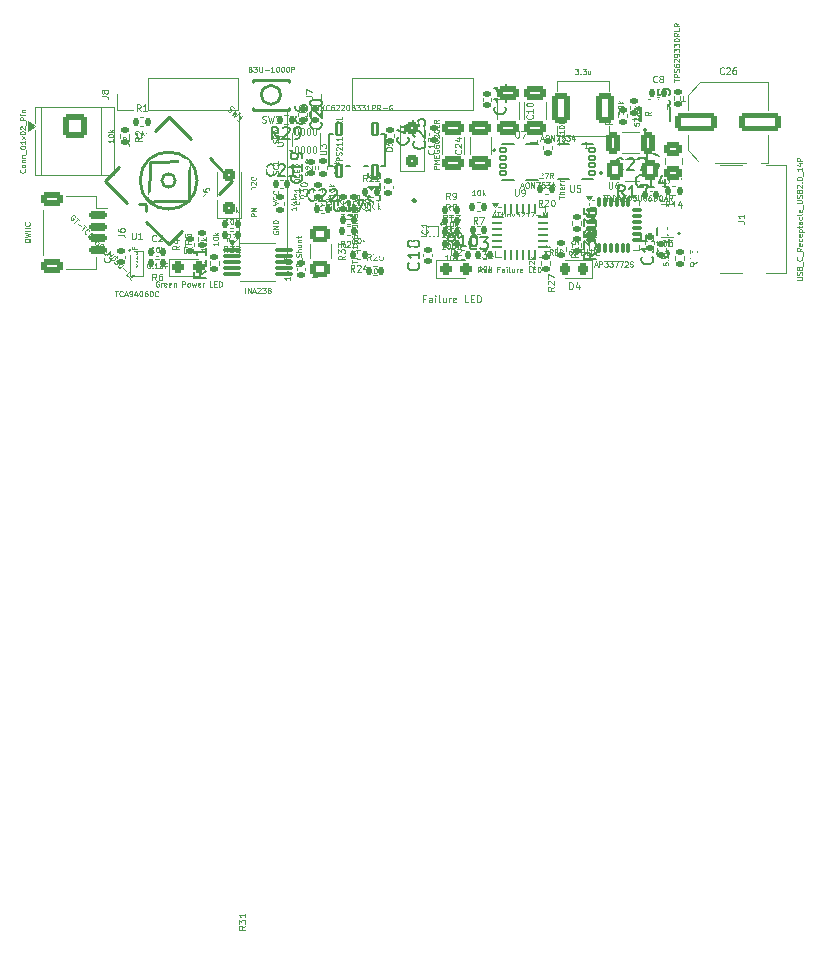
<source format=gto>
%TF.GenerationSoftware,KiCad,Pcbnew,9.0.0*%
%TF.CreationDate,2025-05-10T22:56:34+02:00*%
%TF.ProjectId,CYPD3177_3.3V_V2_+_OLED,43595044-3331-4373-975f-332e33565f56,rev?*%
%TF.SameCoordinates,Original*%
%TF.FileFunction,Legend,Top*%
%TF.FilePolarity,Positive*%
%FSLAX46Y46*%
G04 Gerber Fmt 4.6, Leading zero omitted, Abs format (unit mm)*
G04 Created by KiCad (PCBNEW 9.0.0) date 2025-05-10 22:56:34*
%MOMM*%
%LPD*%
G01*
G04 APERTURE LIST*
G04 Aperture macros list*
%AMRoundRect*
0 Rectangle with rounded corners*
0 $1 Rounding radius*
0 $2 $3 $4 $5 $6 $7 $8 $9 X,Y pos of 4 corners*
0 Add a 4 corners polygon primitive as box body*
4,1,4,$2,$3,$4,$5,$6,$7,$8,$9,$2,$3,0*
0 Add four circle primitives for the rounded corners*
1,1,$1+$1,$2,$3*
1,1,$1+$1,$4,$5*
1,1,$1+$1,$6,$7*
1,1,$1+$1,$8,$9*
0 Add four rect primitives between the rounded corners*
20,1,$1+$1,$2,$3,$4,$5,0*
20,1,$1+$1,$4,$5,$6,$7,0*
20,1,$1+$1,$6,$7,$8,$9,0*
20,1,$1+$1,$8,$9,$2,$3,0*%
%AMRotRect*
0 Rectangle, with rotation*
0 The origin of the aperture is its center*
0 $1 length*
0 $2 width*
0 $3 Rotation angle, in degrees counterclockwise*
0 Add horizontal line*
21,1,$1,$2,0,0,$3*%
%AMFreePoly0*
4,1,45,0.915337,4.272534,0.924317,4.268814,0.972251,4.227872,0.979514,4.213617,0.983234,4.204637,0.991000,4.165600,0.991000,1.397000,0.983234,1.357963,0.979514,1.348983,0.955942,1.314462,0.955561,1.314096,0.953959,1.312589,0.356000,0.762465,0.356000,0.508000,0.348234,0.468963,0.344514,0.459983,0.343300,0.458561,0.343300,-0.508000,0.323820,-0.567954,0.272820,-0.605008,
0.241300,-0.610000,-0.241300,-0.610000,-0.301254,-0.590520,-0.338308,-0.539520,-0.343300,-0.508000,-0.343300,0.457600,-0.344514,0.459983,-0.348234,0.468963,-0.356000,0.508000,-0.356000,0.762465,-0.953959,1.312589,-0.977428,1.344732,-0.981518,1.353549,-0.990967,1.394350,-0.990978,1.394879,-0.991000,1.397000,-0.991000,4.165600,-0.983234,4.204637,-0.979514,4.213617,-0.938572,4.261551,
-0.924317,4.268814,-0.915337,4.272534,-0.876300,4.280300,0.876300,4.280300,0.915337,4.272534,0.915337,4.272534,$1*%
G04 Aperture macros list end*
%ADD10C,0.090000*%
%ADD11C,0.100000*%
%ADD12C,0.070000*%
%ADD13C,0.150000*%
%ADD14C,0.250000*%
%ADD15C,0.120000*%
%ADD16C,0.127000*%
%ADD17C,0.200000*%
%ADD18C,0.152400*%
%ADD19C,0.010000*%
%ADD20C,0.025400*%
%ADD21R,0.800000X1.700000*%
%ADD22R,1.700000X1.700000*%
%ADD23O,1.700000X1.700000*%
%ADD24RoundRect,0.140000X-0.140000X-0.170000X0.140000X-0.170000X0.140000X0.170000X-0.140000X0.170000X0*%
%ADD25RoundRect,0.135000X0.135000X0.185000X-0.135000X0.185000X-0.135000X-0.185000X0.135000X-0.185000X0*%
%ADD26RoundRect,0.140000X0.170000X-0.140000X0.170000X0.140000X-0.170000X0.140000X-0.170000X-0.140000X0*%
%ADD27RoundRect,0.140000X-0.170000X0.140000X-0.170000X-0.140000X0.170000X-0.140000X0.170000X0.140000X0*%
%ADD28R,0.450000X0.200000*%
%ADD29R,0.250000X0.700000*%
%ADD30RoundRect,0.135000X0.185000X-0.135000X0.185000X0.135000X-0.185000X0.135000X-0.185000X-0.135000X0*%
%ADD31RoundRect,0.135000X-0.135000X-0.185000X0.135000X-0.185000X0.135000X0.185000X-0.135000X0.185000X0*%
%ADD32RoundRect,0.140000X0.140000X0.170000X-0.140000X0.170000X-0.140000X-0.170000X0.140000X-0.170000X0*%
%ADD33RoundRect,0.075000X-0.650000X-0.075000X0.650000X-0.075000X0.650000X0.075000X-0.650000X0.075000X0*%
%ADD34RoundRect,0.250000X-1.500000X-0.550000X1.500000X-0.550000X1.500000X0.550000X-1.500000X0.550000X0*%
%ADD35R,0.300000X0.800000*%
%ADD36R,0.800000X0.300000*%
%ADD37R,2.800000X2.800000*%
%ADD38R,0.150000X0.365000*%
%ADD39RoundRect,0.102000X-0.250000X-0.175000X0.250000X-0.175000X0.250000X0.175000X-0.250000X0.175000X0*%
%ADD40RoundRect,0.062500X-0.350000X-0.062500X0.350000X-0.062500X0.350000X0.062500X-0.350000X0.062500X0*%
%ADD41RoundRect,0.062500X-0.062500X-0.350000X0.062500X-0.350000X0.062500X0.350000X-0.062500X0.350000X0*%
%ADD42R,2.600000X2.600000*%
%ADD43RoundRect,0.135000X-0.185000X0.135000X-0.185000X-0.135000X0.185000X-0.135000X0.185000X0.135000X0*%
%ADD44RoundRect,0.218750X0.218750X0.256250X-0.218750X0.256250X-0.218750X-0.256250X0.218750X-0.256250X0*%
%ADD45RoundRect,0.250000X0.475000X-0.337500X0.475000X0.337500X-0.475000X0.337500X-0.475000X-0.337500X0*%
%ADD46RoundRect,0.250001X0.462499X0.624999X-0.462499X0.624999X-0.462499X-0.624999X0.462499X-0.624999X0*%
%ADD47RoundRect,0.250000X0.325000X0.650000X-0.325000X0.650000X-0.325000X-0.650000X0.325000X-0.650000X0*%
%ADD48RoundRect,0.102000X-0.215900X-0.508000X0.215900X-0.508000X0.215900X0.508000X-0.215900X0.508000X0*%
%ADD49FreePoly0,0.000000*%
%ADD50RoundRect,0.250000X0.650000X-0.325000X0.650000X0.325000X-0.650000X0.325000X-0.650000X-0.325000X0*%
%ADD51RoundRect,0.250001X-0.624999X0.462499X-0.624999X-0.462499X0.624999X-0.462499X0.624999X0.462499X0*%
%ADD52RoundRect,0.102000X0.250000X0.175000X-0.250000X0.175000X-0.250000X-0.175000X0.250000X-0.175000X0*%
%ADD53RoundRect,0.237500X-0.287500X-0.237500X0.287500X-0.237500X0.287500X0.237500X-0.287500X0.237500X0*%
%ADD54RoundRect,0.250000X-0.650000X0.325000X-0.650000X-0.325000X0.650000X-0.325000X0.650000X0.325000X0*%
%ADD55RoundRect,0.075000X-0.350000X-0.075000X0.350000X-0.075000X0.350000X0.075000X-0.350000X0.075000X0*%
%ADD56RoundRect,0.075000X-0.075000X-0.350000X0.075000X-0.350000X0.075000X0.350000X-0.075000X0.350000X0*%
%ADD57R,2.650000X2.650000*%
%ADD58RoundRect,0.150000X-0.625000X0.150000X-0.625000X-0.150000X0.625000X-0.150000X0.625000X0.150000X0*%
%ADD59RoundRect,0.250000X-0.650000X0.350000X-0.650000X-0.350000X0.650000X-0.350000X0.650000X0.350000X0*%
%ADD60R,1.150000X0.300000*%
%ADD61C,0.650000*%
%ADD62O,2.100000X1.000000*%
%ADD63O,1.600000X1.000000*%
%ADD64RoundRect,0.250001X0.499999X0.999999X-0.499999X0.999999X-0.499999X-0.999999X0.499999X-0.999999X0*%
%ADD65RoundRect,0.050000X0.100000X-0.285000X0.100000X0.285000X-0.100000X0.285000X-0.100000X-0.285000X0*%
%ADD66RoundRect,0.250000X0.300000X-0.300000X0.300000X0.300000X-0.300000X0.300000X-0.300000X-0.300000X0*%
%ADD67RoundRect,0.250001X-0.799999X0.799999X-0.799999X-0.799999X0.799999X-0.799999X0.799999X0.799999X0*%
%ADD68C,2.100000*%
%ADD69C,1.100000*%
%ADD70C,0.800000*%
%ADD71RotRect,1.000000X1.100000X315.000000*%
%ADD72RotRect,1.800000X1.150000X315.000000*%
%ADD73C,0.365000*%
G04 APERTURE END LIST*
D10*
X132702067Y-98607605D02*
X132502067Y-98607605D01*
X132502067Y-98921891D02*
X132502067Y-98321891D01*
X132502067Y-98321891D02*
X132787781Y-98321891D01*
X133273496Y-98921891D02*
X133273496Y-98607605D01*
X133273496Y-98607605D02*
X133244924Y-98550462D01*
X133244924Y-98550462D02*
X133187781Y-98521891D01*
X133187781Y-98521891D02*
X133073496Y-98521891D01*
X133073496Y-98521891D02*
X133016353Y-98550462D01*
X133273496Y-98893320D02*
X133216353Y-98921891D01*
X133216353Y-98921891D02*
X133073496Y-98921891D01*
X133073496Y-98921891D02*
X133016353Y-98893320D01*
X133016353Y-98893320D02*
X132987781Y-98836177D01*
X132987781Y-98836177D02*
X132987781Y-98779034D01*
X132987781Y-98779034D02*
X133016353Y-98721891D01*
X133016353Y-98721891D02*
X133073496Y-98693320D01*
X133073496Y-98693320D02*
X133216353Y-98693320D01*
X133216353Y-98693320D02*
X133273496Y-98664748D01*
X133559210Y-98921891D02*
X133559210Y-98521891D01*
X133559210Y-98321891D02*
X133530638Y-98350462D01*
X133530638Y-98350462D02*
X133559210Y-98379034D01*
X133559210Y-98379034D02*
X133587781Y-98350462D01*
X133587781Y-98350462D02*
X133559210Y-98321891D01*
X133559210Y-98321891D02*
X133559210Y-98379034D01*
X133930638Y-98921891D02*
X133873495Y-98893320D01*
X133873495Y-98893320D02*
X133844924Y-98836177D01*
X133844924Y-98836177D02*
X133844924Y-98321891D01*
X134416353Y-98521891D02*
X134416353Y-98921891D01*
X134159210Y-98521891D02*
X134159210Y-98836177D01*
X134159210Y-98836177D02*
X134187781Y-98893320D01*
X134187781Y-98893320D02*
X134244924Y-98921891D01*
X134244924Y-98921891D02*
X134330638Y-98921891D01*
X134330638Y-98921891D02*
X134387781Y-98893320D01*
X134387781Y-98893320D02*
X134416353Y-98864748D01*
X134702067Y-98921891D02*
X134702067Y-98521891D01*
X134702067Y-98636177D02*
X134730638Y-98579034D01*
X134730638Y-98579034D02*
X134759210Y-98550462D01*
X134759210Y-98550462D02*
X134816352Y-98521891D01*
X134816352Y-98521891D02*
X134873495Y-98521891D01*
X135302067Y-98893320D02*
X135244924Y-98921891D01*
X135244924Y-98921891D02*
X135130639Y-98921891D01*
X135130639Y-98921891D02*
X135073496Y-98893320D01*
X135073496Y-98893320D02*
X135044924Y-98836177D01*
X135044924Y-98836177D02*
X135044924Y-98607605D01*
X135044924Y-98607605D02*
X135073496Y-98550462D01*
X135073496Y-98550462D02*
X135130639Y-98521891D01*
X135130639Y-98521891D02*
X135244924Y-98521891D01*
X135244924Y-98521891D02*
X135302067Y-98550462D01*
X135302067Y-98550462D02*
X135330639Y-98607605D01*
X135330639Y-98607605D02*
X135330639Y-98664748D01*
X135330639Y-98664748D02*
X135044924Y-98721891D01*
X136330639Y-98921891D02*
X136044925Y-98921891D01*
X136044925Y-98921891D02*
X136044925Y-98321891D01*
X136530639Y-98607605D02*
X136730639Y-98607605D01*
X136816353Y-98921891D02*
X136530639Y-98921891D01*
X136530639Y-98921891D02*
X136530639Y-98321891D01*
X136530639Y-98321891D02*
X136816353Y-98321891D01*
X137073496Y-98921891D02*
X137073496Y-98321891D01*
X137073496Y-98321891D02*
X137216353Y-98321891D01*
X137216353Y-98321891D02*
X137302067Y-98350462D01*
X137302067Y-98350462D02*
X137359210Y-98407605D01*
X137359210Y-98407605D02*
X137387781Y-98464748D01*
X137387781Y-98464748D02*
X137416353Y-98579034D01*
X137416353Y-98579034D02*
X137416353Y-98664748D01*
X137416353Y-98664748D02*
X137387781Y-98779034D01*
X137387781Y-98779034D02*
X137359210Y-98836177D01*
X137359210Y-98836177D02*
X137302067Y-98893320D01*
X137302067Y-98893320D02*
X137216353Y-98921891D01*
X137216353Y-98921891D02*
X137073496Y-98921891D01*
D11*
X118896666Y-83673050D02*
X118975238Y-83699240D01*
X118975238Y-83699240D02*
X119106190Y-83699240D01*
X119106190Y-83699240D02*
X119158571Y-83673050D01*
X119158571Y-83673050D02*
X119184762Y-83646859D01*
X119184762Y-83646859D02*
X119210952Y-83594478D01*
X119210952Y-83594478D02*
X119210952Y-83542097D01*
X119210952Y-83542097D02*
X119184762Y-83489716D01*
X119184762Y-83489716D02*
X119158571Y-83463526D01*
X119158571Y-83463526D02*
X119106190Y-83437335D01*
X119106190Y-83437335D02*
X119001428Y-83411145D01*
X119001428Y-83411145D02*
X118949047Y-83384954D01*
X118949047Y-83384954D02*
X118922857Y-83358764D01*
X118922857Y-83358764D02*
X118896666Y-83306383D01*
X118896666Y-83306383D02*
X118896666Y-83254002D01*
X118896666Y-83254002D02*
X118922857Y-83201621D01*
X118922857Y-83201621D02*
X118949047Y-83175430D01*
X118949047Y-83175430D02*
X119001428Y-83149240D01*
X119001428Y-83149240D02*
X119132381Y-83149240D01*
X119132381Y-83149240D02*
X119210952Y-83175430D01*
X119394286Y-83149240D02*
X119525238Y-83699240D01*
X119525238Y-83699240D02*
X119630000Y-83306383D01*
X119630000Y-83306383D02*
X119734762Y-83699240D01*
X119734762Y-83699240D02*
X119865715Y-83149240D01*
X120049047Y-83201621D02*
X120075238Y-83175430D01*
X120075238Y-83175430D02*
X120127619Y-83149240D01*
X120127619Y-83149240D02*
X120258571Y-83149240D01*
X120258571Y-83149240D02*
X120310952Y-83175430D01*
X120310952Y-83175430D02*
X120337143Y-83201621D01*
X120337143Y-83201621D02*
X120363333Y-83254002D01*
X120363333Y-83254002D02*
X120363333Y-83306383D01*
X120363333Y-83306383D02*
X120337143Y-83384954D01*
X120337143Y-83384954D02*
X120022857Y-83699240D01*
X120022857Y-83699240D02*
X120363333Y-83699240D01*
D12*
X117891429Y-79168824D02*
X117955715Y-79190252D01*
X117955715Y-79190252D02*
X117977144Y-79211681D01*
X117977144Y-79211681D02*
X117998572Y-79254538D01*
X117998572Y-79254538D02*
X117998572Y-79318824D01*
X117998572Y-79318824D02*
X117977144Y-79361681D01*
X117977144Y-79361681D02*
X117955715Y-79383110D01*
X117955715Y-79383110D02*
X117912858Y-79404538D01*
X117912858Y-79404538D02*
X117741429Y-79404538D01*
X117741429Y-79404538D02*
X117741429Y-78954538D01*
X117741429Y-78954538D02*
X117891429Y-78954538D01*
X117891429Y-78954538D02*
X117934287Y-78975967D01*
X117934287Y-78975967D02*
X117955715Y-78997395D01*
X117955715Y-78997395D02*
X117977144Y-79040252D01*
X117977144Y-79040252D02*
X117977144Y-79083110D01*
X117977144Y-79083110D02*
X117955715Y-79125967D01*
X117955715Y-79125967D02*
X117934287Y-79147395D01*
X117934287Y-79147395D02*
X117891429Y-79168824D01*
X117891429Y-79168824D02*
X117741429Y-79168824D01*
X118148572Y-78954538D02*
X118427144Y-78954538D01*
X118427144Y-78954538D02*
X118277144Y-79125967D01*
X118277144Y-79125967D02*
X118341429Y-79125967D01*
X118341429Y-79125967D02*
X118384287Y-79147395D01*
X118384287Y-79147395D02*
X118405715Y-79168824D01*
X118405715Y-79168824D02*
X118427144Y-79211681D01*
X118427144Y-79211681D02*
X118427144Y-79318824D01*
X118427144Y-79318824D02*
X118405715Y-79361681D01*
X118405715Y-79361681D02*
X118384287Y-79383110D01*
X118384287Y-79383110D02*
X118341429Y-79404538D01*
X118341429Y-79404538D02*
X118212858Y-79404538D01*
X118212858Y-79404538D02*
X118170001Y-79383110D01*
X118170001Y-79383110D02*
X118148572Y-79361681D01*
X118620000Y-78954538D02*
X118620000Y-79318824D01*
X118620000Y-79318824D02*
X118641429Y-79361681D01*
X118641429Y-79361681D02*
X118662858Y-79383110D01*
X118662858Y-79383110D02*
X118705715Y-79404538D01*
X118705715Y-79404538D02*
X118791429Y-79404538D01*
X118791429Y-79404538D02*
X118834286Y-79383110D01*
X118834286Y-79383110D02*
X118855715Y-79361681D01*
X118855715Y-79361681D02*
X118877143Y-79318824D01*
X118877143Y-79318824D02*
X118877143Y-78954538D01*
X119091429Y-79233110D02*
X119434287Y-79233110D01*
X119884287Y-79404538D02*
X119627144Y-79404538D01*
X119755715Y-79404538D02*
X119755715Y-78954538D01*
X119755715Y-78954538D02*
X119712858Y-79018824D01*
X119712858Y-79018824D02*
X119670001Y-79061681D01*
X119670001Y-79061681D02*
X119627144Y-79083110D01*
X120162858Y-78954538D02*
X120205715Y-78954538D01*
X120205715Y-78954538D02*
X120248572Y-78975967D01*
X120248572Y-78975967D02*
X120270001Y-78997395D01*
X120270001Y-78997395D02*
X120291429Y-79040252D01*
X120291429Y-79040252D02*
X120312858Y-79125967D01*
X120312858Y-79125967D02*
X120312858Y-79233110D01*
X120312858Y-79233110D02*
X120291429Y-79318824D01*
X120291429Y-79318824D02*
X120270001Y-79361681D01*
X120270001Y-79361681D02*
X120248572Y-79383110D01*
X120248572Y-79383110D02*
X120205715Y-79404538D01*
X120205715Y-79404538D02*
X120162858Y-79404538D01*
X120162858Y-79404538D02*
X120120001Y-79383110D01*
X120120001Y-79383110D02*
X120098572Y-79361681D01*
X120098572Y-79361681D02*
X120077143Y-79318824D01*
X120077143Y-79318824D02*
X120055715Y-79233110D01*
X120055715Y-79233110D02*
X120055715Y-79125967D01*
X120055715Y-79125967D02*
X120077143Y-79040252D01*
X120077143Y-79040252D02*
X120098572Y-78997395D01*
X120098572Y-78997395D02*
X120120001Y-78975967D01*
X120120001Y-78975967D02*
X120162858Y-78954538D01*
X120591429Y-78954538D02*
X120634286Y-78954538D01*
X120634286Y-78954538D02*
X120677143Y-78975967D01*
X120677143Y-78975967D02*
X120698572Y-78997395D01*
X120698572Y-78997395D02*
X120720000Y-79040252D01*
X120720000Y-79040252D02*
X120741429Y-79125967D01*
X120741429Y-79125967D02*
X120741429Y-79233110D01*
X120741429Y-79233110D02*
X120720000Y-79318824D01*
X120720000Y-79318824D02*
X120698572Y-79361681D01*
X120698572Y-79361681D02*
X120677143Y-79383110D01*
X120677143Y-79383110D02*
X120634286Y-79404538D01*
X120634286Y-79404538D02*
X120591429Y-79404538D01*
X120591429Y-79404538D02*
X120548572Y-79383110D01*
X120548572Y-79383110D02*
X120527143Y-79361681D01*
X120527143Y-79361681D02*
X120505714Y-79318824D01*
X120505714Y-79318824D02*
X120484286Y-79233110D01*
X120484286Y-79233110D02*
X120484286Y-79125967D01*
X120484286Y-79125967D02*
X120505714Y-79040252D01*
X120505714Y-79040252D02*
X120527143Y-78997395D01*
X120527143Y-78997395D02*
X120548572Y-78975967D01*
X120548572Y-78975967D02*
X120591429Y-78954538D01*
X121020000Y-78954538D02*
X121062857Y-78954538D01*
X121062857Y-78954538D02*
X121105714Y-78975967D01*
X121105714Y-78975967D02*
X121127143Y-78997395D01*
X121127143Y-78997395D02*
X121148571Y-79040252D01*
X121148571Y-79040252D02*
X121170000Y-79125967D01*
X121170000Y-79125967D02*
X121170000Y-79233110D01*
X121170000Y-79233110D02*
X121148571Y-79318824D01*
X121148571Y-79318824D02*
X121127143Y-79361681D01*
X121127143Y-79361681D02*
X121105714Y-79383110D01*
X121105714Y-79383110D02*
X121062857Y-79404538D01*
X121062857Y-79404538D02*
X121020000Y-79404538D01*
X121020000Y-79404538D02*
X120977143Y-79383110D01*
X120977143Y-79383110D02*
X120955714Y-79361681D01*
X120955714Y-79361681D02*
X120934285Y-79318824D01*
X120934285Y-79318824D02*
X120912857Y-79233110D01*
X120912857Y-79233110D02*
X120912857Y-79125967D01*
X120912857Y-79125967D02*
X120934285Y-79040252D01*
X120934285Y-79040252D02*
X120955714Y-78997395D01*
X120955714Y-78997395D02*
X120977143Y-78975967D01*
X120977143Y-78975967D02*
X121020000Y-78954538D01*
X121362856Y-79404538D02*
X121362856Y-78954538D01*
X121362856Y-78954538D02*
X121534285Y-78954538D01*
X121534285Y-78954538D02*
X121577142Y-78975967D01*
X121577142Y-78975967D02*
X121598571Y-78997395D01*
X121598571Y-78997395D02*
X121619999Y-79040252D01*
X121619999Y-79040252D02*
X121619999Y-79104538D01*
X121619999Y-79104538D02*
X121598571Y-79147395D01*
X121598571Y-79147395D02*
X121577142Y-79168824D01*
X121577142Y-79168824D02*
X121534285Y-79190252D01*
X121534285Y-79190252D02*
X121362856Y-79190252D01*
D11*
X105289240Y-81473333D02*
X105682097Y-81473333D01*
X105682097Y-81473333D02*
X105760669Y-81499524D01*
X105760669Y-81499524D02*
X105813050Y-81551905D01*
X105813050Y-81551905D02*
X105839240Y-81630476D01*
X105839240Y-81630476D02*
X105839240Y-81682857D01*
X105524954Y-81132857D02*
X105498764Y-81185238D01*
X105498764Y-81185238D02*
X105472573Y-81211428D01*
X105472573Y-81211428D02*
X105420192Y-81237619D01*
X105420192Y-81237619D02*
X105394002Y-81237619D01*
X105394002Y-81237619D02*
X105341621Y-81211428D01*
X105341621Y-81211428D02*
X105315430Y-81185238D01*
X105315430Y-81185238D02*
X105289240Y-81132857D01*
X105289240Y-81132857D02*
X105289240Y-81028095D01*
X105289240Y-81028095D02*
X105315430Y-80975714D01*
X105315430Y-80975714D02*
X105341621Y-80949523D01*
X105341621Y-80949523D02*
X105394002Y-80923333D01*
X105394002Y-80923333D02*
X105420192Y-80923333D01*
X105420192Y-80923333D02*
X105472573Y-80949523D01*
X105472573Y-80949523D02*
X105498764Y-80975714D01*
X105498764Y-80975714D02*
X105524954Y-81028095D01*
X105524954Y-81028095D02*
X105524954Y-81132857D01*
X105524954Y-81132857D02*
X105551145Y-81185238D01*
X105551145Y-81185238D02*
X105577335Y-81211428D01*
X105577335Y-81211428D02*
X105629716Y-81237619D01*
X105629716Y-81237619D02*
X105734478Y-81237619D01*
X105734478Y-81237619D02*
X105786859Y-81211428D01*
X105786859Y-81211428D02*
X105813050Y-81185238D01*
X105813050Y-81185238D02*
X105839240Y-81132857D01*
X105839240Y-81132857D02*
X105839240Y-81028095D01*
X105839240Y-81028095D02*
X105813050Y-80975714D01*
X105813050Y-80975714D02*
X105786859Y-80949523D01*
X105786859Y-80949523D02*
X105734478Y-80923333D01*
X105734478Y-80923333D02*
X105629716Y-80923333D01*
X105629716Y-80923333D02*
X105577335Y-80949523D01*
X105577335Y-80949523D02*
X105551145Y-80975714D01*
X105551145Y-80975714D02*
X105524954Y-81028095D01*
D13*
X125557142Y-91119580D02*
X125509523Y-91167200D01*
X125509523Y-91167200D02*
X125366666Y-91214819D01*
X125366666Y-91214819D02*
X125271428Y-91214819D01*
X125271428Y-91214819D02*
X125128571Y-91167200D01*
X125128571Y-91167200D02*
X125033333Y-91071961D01*
X125033333Y-91071961D02*
X124985714Y-90976723D01*
X124985714Y-90976723D02*
X124938095Y-90786247D01*
X124938095Y-90786247D02*
X124938095Y-90643390D01*
X124938095Y-90643390D02*
X124985714Y-90452914D01*
X124985714Y-90452914D02*
X125033333Y-90357676D01*
X125033333Y-90357676D02*
X125128571Y-90262438D01*
X125128571Y-90262438D02*
X125271428Y-90214819D01*
X125271428Y-90214819D02*
X125366666Y-90214819D01*
X125366666Y-90214819D02*
X125509523Y-90262438D01*
X125509523Y-90262438D02*
X125557142Y-90310057D01*
X126509523Y-91214819D02*
X125938095Y-91214819D01*
X126223809Y-91214819D02*
X126223809Y-90214819D01*
X126223809Y-90214819D02*
X126128571Y-90357676D01*
X126128571Y-90357676D02*
X126033333Y-90452914D01*
X126033333Y-90452914D02*
X125938095Y-90500533D01*
X126842857Y-90214819D02*
X127509523Y-90214819D01*
X127509523Y-90214819D02*
X127080952Y-91214819D01*
D11*
X125836428Y-94269240D02*
X125653094Y-94007335D01*
X125522142Y-94269240D02*
X125522142Y-93719240D01*
X125522142Y-93719240D02*
X125731666Y-93719240D01*
X125731666Y-93719240D02*
X125784047Y-93745430D01*
X125784047Y-93745430D02*
X125810237Y-93771621D01*
X125810237Y-93771621D02*
X125836428Y-93824002D01*
X125836428Y-93824002D02*
X125836428Y-93902573D01*
X125836428Y-93902573D02*
X125810237Y-93954954D01*
X125810237Y-93954954D02*
X125784047Y-93981145D01*
X125784047Y-93981145D02*
X125731666Y-94007335D01*
X125731666Y-94007335D02*
X125522142Y-94007335D01*
X126045951Y-93771621D02*
X126072142Y-93745430D01*
X126072142Y-93745430D02*
X126124523Y-93719240D01*
X126124523Y-93719240D02*
X126255475Y-93719240D01*
X126255475Y-93719240D02*
X126307856Y-93745430D01*
X126307856Y-93745430D02*
X126334047Y-93771621D01*
X126334047Y-93771621D02*
X126360237Y-93824002D01*
X126360237Y-93824002D02*
X126360237Y-93876383D01*
X126360237Y-93876383D02*
X126334047Y-93954954D01*
X126334047Y-93954954D02*
X126019761Y-94269240D01*
X126019761Y-94269240D02*
X126360237Y-94269240D01*
X126831666Y-93719240D02*
X126726904Y-93719240D01*
X126726904Y-93719240D02*
X126674523Y-93745430D01*
X126674523Y-93745430D02*
X126648333Y-93771621D01*
X126648333Y-93771621D02*
X126595952Y-93850192D01*
X126595952Y-93850192D02*
X126569761Y-93954954D01*
X126569761Y-93954954D02*
X126569761Y-94164478D01*
X126569761Y-94164478D02*
X126595952Y-94216859D01*
X126595952Y-94216859D02*
X126622142Y-94243050D01*
X126622142Y-94243050D02*
X126674523Y-94269240D01*
X126674523Y-94269240D02*
X126779285Y-94269240D01*
X126779285Y-94269240D02*
X126831666Y-94243050D01*
X126831666Y-94243050D02*
X126857857Y-94216859D01*
X126857857Y-94216859D02*
X126884047Y-94164478D01*
X126884047Y-94164478D02*
X126884047Y-94033526D01*
X126884047Y-94033526D02*
X126857857Y-93981145D01*
X126857857Y-93981145D02*
X126831666Y-93954954D01*
X126831666Y-93954954D02*
X126779285Y-93928764D01*
X126779285Y-93928764D02*
X126674523Y-93928764D01*
X126674523Y-93928764D02*
X126622142Y-93954954D01*
X126622142Y-93954954D02*
X126595952Y-93981145D01*
X126595952Y-93981145D02*
X126569761Y-94033526D01*
D12*
X125536428Y-91434538D02*
X125815000Y-91434538D01*
X125815000Y-91434538D02*
X125665000Y-91605967D01*
X125665000Y-91605967D02*
X125729285Y-91605967D01*
X125729285Y-91605967D02*
X125772143Y-91627395D01*
X125772143Y-91627395D02*
X125793571Y-91648824D01*
X125793571Y-91648824D02*
X125815000Y-91691681D01*
X125815000Y-91691681D02*
X125815000Y-91798824D01*
X125815000Y-91798824D02*
X125793571Y-91841681D01*
X125793571Y-91841681D02*
X125772143Y-91863110D01*
X125772143Y-91863110D02*
X125729285Y-91884538D01*
X125729285Y-91884538D02*
X125600714Y-91884538D01*
X125600714Y-91884538D02*
X125557857Y-91863110D01*
X125557857Y-91863110D02*
X125536428Y-91841681D01*
X126007856Y-91841681D02*
X126029285Y-91863110D01*
X126029285Y-91863110D02*
X126007856Y-91884538D01*
X126007856Y-91884538D02*
X125986428Y-91863110D01*
X125986428Y-91863110D02*
X126007856Y-91841681D01*
X126007856Y-91841681D02*
X126007856Y-91884538D01*
X126179285Y-91434538D02*
X126457857Y-91434538D01*
X126457857Y-91434538D02*
X126307857Y-91605967D01*
X126307857Y-91605967D02*
X126372142Y-91605967D01*
X126372142Y-91605967D02*
X126415000Y-91627395D01*
X126415000Y-91627395D02*
X126436428Y-91648824D01*
X126436428Y-91648824D02*
X126457857Y-91691681D01*
X126457857Y-91691681D02*
X126457857Y-91798824D01*
X126457857Y-91798824D02*
X126436428Y-91841681D01*
X126436428Y-91841681D02*
X126415000Y-91863110D01*
X126415000Y-91863110D02*
X126372142Y-91884538D01*
X126372142Y-91884538D02*
X126243571Y-91884538D01*
X126243571Y-91884538D02*
X126200714Y-91863110D01*
X126200714Y-91863110D02*
X126179285Y-91841681D01*
X126650713Y-91884538D02*
X126650713Y-91434538D01*
X126693571Y-91713110D02*
X126822142Y-91884538D01*
X126822142Y-91584538D02*
X126650713Y-91755967D01*
D13*
X120247142Y-85064819D02*
X119913809Y-84588628D01*
X119675714Y-85064819D02*
X119675714Y-84064819D01*
X119675714Y-84064819D02*
X120056666Y-84064819D01*
X120056666Y-84064819D02*
X120151904Y-84112438D01*
X120151904Y-84112438D02*
X120199523Y-84160057D01*
X120199523Y-84160057D02*
X120247142Y-84255295D01*
X120247142Y-84255295D02*
X120247142Y-84398152D01*
X120247142Y-84398152D02*
X120199523Y-84493390D01*
X120199523Y-84493390D02*
X120151904Y-84541009D01*
X120151904Y-84541009D02*
X120056666Y-84588628D01*
X120056666Y-84588628D02*
X119675714Y-84588628D01*
X120628095Y-84160057D02*
X120675714Y-84112438D01*
X120675714Y-84112438D02*
X120770952Y-84064819D01*
X120770952Y-84064819D02*
X121009047Y-84064819D01*
X121009047Y-84064819D02*
X121104285Y-84112438D01*
X121104285Y-84112438D02*
X121151904Y-84160057D01*
X121151904Y-84160057D02*
X121199523Y-84255295D01*
X121199523Y-84255295D02*
X121199523Y-84350533D01*
X121199523Y-84350533D02*
X121151904Y-84493390D01*
X121151904Y-84493390D02*
X120580476Y-85064819D01*
X120580476Y-85064819D02*
X121199523Y-85064819D01*
X121675714Y-85064819D02*
X121866190Y-85064819D01*
X121866190Y-85064819D02*
X121961428Y-85017200D01*
X121961428Y-85017200D02*
X122009047Y-84969580D01*
X122009047Y-84969580D02*
X122104285Y-84826723D01*
X122104285Y-84826723D02*
X122151904Y-84636247D01*
X122151904Y-84636247D02*
X122151904Y-84255295D01*
X122151904Y-84255295D02*
X122104285Y-84160057D01*
X122104285Y-84160057D02*
X122056666Y-84112438D01*
X122056666Y-84112438D02*
X121961428Y-84064819D01*
X121961428Y-84064819D02*
X121770952Y-84064819D01*
X121770952Y-84064819D02*
X121675714Y-84112438D01*
X121675714Y-84112438D02*
X121628095Y-84160057D01*
X121628095Y-84160057D02*
X121580476Y-84255295D01*
X121580476Y-84255295D02*
X121580476Y-84493390D01*
X121580476Y-84493390D02*
X121628095Y-84588628D01*
X121628095Y-84588628D02*
X121675714Y-84636247D01*
X121675714Y-84636247D02*
X121770952Y-84683866D01*
X121770952Y-84683866D02*
X121961428Y-84683866D01*
X121961428Y-84683866D02*
X122056666Y-84636247D01*
X122056666Y-84636247D02*
X122104285Y-84588628D01*
X122104285Y-84588628D02*
X122151904Y-84493390D01*
X119857142Y-88109580D02*
X119809523Y-88157200D01*
X119809523Y-88157200D02*
X119666666Y-88204819D01*
X119666666Y-88204819D02*
X119571428Y-88204819D01*
X119571428Y-88204819D02*
X119428571Y-88157200D01*
X119428571Y-88157200D02*
X119333333Y-88061961D01*
X119333333Y-88061961D02*
X119285714Y-87966723D01*
X119285714Y-87966723D02*
X119238095Y-87776247D01*
X119238095Y-87776247D02*
X119238095Y-87633390D01*
X119238095Y-87633390D02*
X119285714Y-87442914D01*
X119285714Y-87442914D02*
X119333333Y-87347676D01*
X119333333Y-87347676D02*
X119428571Y-87252438D01*
X119428571Y-87252438D02*
X119571428Y-87204819D01*
X119571428Y-87204819D02*
X119666666Y-87204819D01*
X119666666Y-87204819D02*
X119809523Y-87252438D01*
X119809523Y-87252438D02*
X119857142Y-87300057D01*
X120238095Y-87300057D02*
X120285714Y-87252438D01*
X120285714Y-87252438D02*
X120380952Y-87204819D01*
X120380952Y-87204819D02*
X120619047Y-87204819D01*
X120619047Y-87204819D02*
X120714285Y-87252438D01*
X120714285Y-87252438D02*
X120761904Y-87300057D01*
X120761904Y-87300057D02*
X120809523Y-87395295D01*
X120809523Y-87395295D02*
X120809523Y-87490533D01*
X120809523Y-87490533D02*
X120761904Y-87633390D01*
X120761904Y-87633390D02*
X120190476Y-88204819D01*
X120190476Y-88204819D02*
X120809523Y-88204819D01*
X121761904Y-88204819D02*
X121190476Y-88204819D01*
X121476190Y-88204819D02*
X121476190Y-87204819D01*
X121476190Y-87204819D02*
X121380952Y-87347676D01*
X121380952Y-87347676D02*
X121285714Y-87442914D01*
X121285714Y-87442914D02*
X121190476Y-87490533D01*
X122589580Y-83166666D02*
X122637200Y-83214285D01*
X122637200Y-83214285D02*
X122684819Y-83357142D01*
X122684819Y-83357142D02*
X122684819Y-83452380D01*
X122684819Y-83452380D02*
X122637200Y-83595237D01*
X122637200Y-83595237D02*
X122541961Y-83690475D01*
X122541961Y-83690475D02*
X122446723Y-83738094D01*
X122446723Y-83738094D02*
X122256247Y-83785713D01*
X122256247Y-83785713D02*
X122113390Y-83785713D01*
X122113390Y-83785713D02*
X121922914Y-83738094D01*
X121922914Y-83738094D02*
X121827676Y-83690475D01*
X121827676Y-83690475D02*
X121732438Y-83595237D01*
X121732438Y-83595237D02*
X121684819Y-83452380D01*
X121684819Y-83452380D02*
X121684819Y-83357142D01*
X121684819Y-83357142D02*
X121732438Y-83214285D01*
X121732438Y-83214285D02*
X121780057Y-83166666D01*
X121684819Y-82309523D02*
X121684819Y-82499999D01*
X121684819Y-82499999D02*
X121732438Y-82595237D01*
X121732438Y-82595237D02*
X121780057Y-82642856D01*
X121780057Y-82642856D02*
X121922914Y-82738094D01*
X121922914Y-82738094D02*
X122113390Y-82785713D01*
X122113390Y-82785713D02*
X122494342Y-82785713D01*
X122494342Y-82785713D02*
X122589580Y-82738094D01*
X122589580Y-82738094D02*
X122637200Y-82690475D01*
X122637200Y-82690475D02*
X122684819Y-82595237D01*
X122684819Y-82595237D02*
X122684819Y-82404761D01*
X122684819Y-82404761D02*
X122637200Y-82309523D01*
X122637200Y-82309523D02*
X122589580Y-82261904D01*
X122589580Y-82261904D02*
X122494342Y-82214285D01*
X122494342Y-82214285D02*
X122256247Y-82214285D01*
X122256247Y-82214285D02*
X122161009Y-82261904D01*
X122161009Y-82261904D02*
X122113390Y-82309523D01*
X122113390Y-82309523D02*
X122065771Y-82404761D01*
X122065771Y-82404761D02*
X122065771Y-82595237D01*
X122065771Y-82595237D02*
X122113390Y-82690475D01*
X122113390Y-82690475D02*
X122161009Y-82738094D01*
X122161009Y-82738094D02*
X122256247Y-82785713D01*
X123839580Y-83652857D02*
X123887200Y-83700476D01*
X123887200Y-83700476D02*
X123934819Y-83843333D01*
X123934819Y-83843333D02*
X123934819Y-83938571D01*
X123934819Y-83938571D02*
X123887200Y-84081428D01*
X123887200Y-84081428D02*
X123791961Y-84176666D01*
X123791961Y-84176666D02*
X123696723Y-84224285D01*
X123696723Y-84224285D02*
X123506247Y-84271904D01*
X123506247Y-84271904D02*
X123363390Y-84271904D01*
X123363390Y-84271904D02*
X123172914Y-84224285D01*
X123172914Y-84224285D02*
X123077676Y-84176666D01*
X123077676Y-84176666D02*
X122982438Y-84081428D01*
X122982438Y-84081428D02*
X122934819Y-83938571D01*
X122934819Y-83938571D02*
X122934819Y-83843333D01*
X122934819Y-83843333D02*
X122982438Y-83700476D01*
X122982438Y-83700476D02*
X123030057Y-83652857D01*
X123030057Y-83271904D02*
X122982438Y-83224285D01*
X122982438Y-83224285D02*
X122934819Y-83129047D01*
X122934819Y-83129047D02*
X122934819Y-82890952D01*
X122934819Y-82890952D02*
X122982438Y-82795714D01*
X122982438Y-82795714D02*
X123030057Y-82748095D01*
X123030057Y-82748095D02*
X123125295Y-82700476D01*
X123125295Y-82700476D02*
X123220533Y-82700476D01*
X123220533Y-82700476D02*
X123363390Y-82748095D01*
X123363390Y-82748095D02*
X123934819Y-83319523D01*
X123934819Y-83319523D02*
X123934819Y-82700476D01*
X122934819Y-82081428D02*
X122934819Y-81986190D01*
X122934819Y-81986190D02*
X122982438Y-81890952D01*
X122982438Y-81890952D02*
X123030057Y-81843333D01*
X123030057Y-81843333D02*
X123125295Y-81795714D01*
X123125295Y-81795714D02*
X123315771Y-81748095D01*
X123315771Y-81748095D02*
X123553866Y-81748095D01*
X123553866Y-81748095D02*
X123744342Y-81795714D01*
X123744342Y-81795714D02*
X123839580Y-81843333D01*
X123839580Y-81843333D02*
X123887200Y-81890952D01*
X123887200Y-81890952D02*
X123934819Y-81986190D01*
X123934819Y-81986190D02*
X123934819Y-82081428D01*
X123934819Y-82081428D02*
X123887200Y-82176666D01*
X123887200Y-82176666D02*
X123839580Y-82224285D01*
X123839580Y-82224285D02*
X123744342Y-82271904D01*
X123744342Y-82271904D02*
X123553866Y-82319523D01*
X123553866Y-82319523D02*
X123315771Y-82319523D01*
X123315771Y-82319523D02*
X123125295Y-82271904D01*
X123125295Y-82271904D02*
X123030057Y-82224285D01*
X123030057Y-82224285D02*
X122982438Y-82176666D01*
X122982438Y-82176666D02*
X122934819Y-82081428D01*
X132599580Y-85292857D02*
X132647200Y-85340476D01*
X132647200Y-85340476D02*
X132694819Y-85483333D01*
X132694819Y-85483333D02*
X132694819Y-85578571D01*
X132694819Y-85578571D02*
X132647200Y-85721428D01*
X132647200Y-85721428D02*
X132551961Y-85816666D01*
X132551961Y-85816666D02*
X132456723Y-85864285D01*
X132456723Y-85864285D02*
X132266247Y-85911904D01*
X132266247Y-85911904D02*
X132123390Y-85911904D01*
X132123390Y-85911904D02*
X131932914Y-85864285D01*
X131932914Y-85864285D02*
X131837676Y-85816666D01*
X131837676Y-85816666D02*
X131742438Y-85721428D01*
X131742438Y-85721428D02*
X131694819Y-85578571D01*
X131694819Y-85578571D02*
X131694819Y-85483333D01*
X131694819Y-85483333D02*
X131742438Y-85340476D01*
X131742438Y-85340476D02*
X131790057Y-85292857D01*
X131790057Y-84911904D02*
X131742438Y-84864285D01*
X131742438Y-84864285D02*
X131694819Y-84769047D01*
X131694819Y-84769047D02*
X131694819Y-84530952D01*
X131694819Y-84530952D02*
X131742438Y-84435714D01*
X131742438Y-84435714D02*
X131790057Y-84388095D01*
X131790057Y-84388095D02*
X131885295Y-84340476D01*
X131885295Y-84340476D02*
X131980533Y-84340476D01*
X131980533Y-84340476D02*
X132123390Y-84388095D01*
X132123390Y-84388095D02*
X132694819Y-84959523D01*
X132694819Y-84959523D02*
X132694819Y-84340476D01*
X131694819Y-83435714D02*
X131694819Y-83911904D01*
X131694819Y-83911904D02*
X132171009Y-83959523D01*
X132171009Y-83959523D02*
X132123390Y-83911904D01*
X132123390Y-83911904D02*
X132075771Y-83816666D01*
X132075771Y-83816666D02*
X132075771Y-83578571D01*
X132075771Y-83578571D02*
X132123390Y-83483333D01*
X132123390Y-83483333D02*
X132171009Y-83435714D01*
X132171009Y-83435714D02*
X132266247Y-83388095D01*
X132266247Y-83388095D02*
X132504342Y-83388095D01*
X132504342Y-83388095D02*
X132599580Y-83435714D01*
X132599580Y-83435714D02*
X132647200Y-83483333D01*
X132647200Y-83483333D02*
X132694819Y-83578571D01*
X132694819Y-83578571D02*
X132694819Y-83816666D01*
X132694819Y-83816666D02*
X132647200Y-83911904D01*
X132647200Y-83911904D02*
X132599580Y-83959523D01*
D11*
X123909240Y-91056904D02*
X123359240Y-91056904D01*
X123856859Y-90480713D02*
X123883050Y-90506904D01*
X123883050Y-90506904D02*
X123909240Y-90585475D01*
X123909240Y-90585475D02*
X123909240Y-90637856D01*
X123909240Y-90637856D02*
X123883050Y-90716428D01*
X123883050Y-90716428D02*
X123830669Y-90768809D01*
X123830669Y-90768809D02*
X123778288Y-90794999D01*
X123778288Y-90794999D02*
X123673526Y-90821190D01*
X123673526Y-90821190D02*
X123594954Y-90821190D01*
X123594954Y-90821190D02*
X123490192Y-90794999D01*
X123490192Y-90794999D02*
X123437811Y-90768809D01*
X123437811Y-90768809D02*
X123385430Y-90716428D01*
X123385430Y-90716428D02*
X123359240Y-90637856D01*
X123359240Y-90637856D02*
X123359240Y-90585475D01*
X123359240Y-90585475D02*
X123385430Y-90506904D01*
X123385430Y-90506904D02*
X123411621Y-90480713D01*
X123411621Y-90271190D02*
X123385430Y-90244999D01*
X123385430Y-90244999D02*
X123359240Y-90192618D01*
X123359240Y-90192618D02*
X123359240Y-90061666D01*
X123359240Y-90061666D02*
X123385430Y-90009285D01*
X123385430Y-90009285D02*
X123411621Y-89983094D01*
X123411621Y-89983094D02*
X123464002Y-89956904D01*
X123464002Y-89956904D02*
X123516383Y-89956904D01*
X123516383Y-89956904D02*
X123594954Y-89983094D01*
X123594954Y-89983094D02*
X123909240Y-90297380D01*
X123909240Y-90297380D02*
X123909240Y-89956904D01*
D13*
X139419580Y-82362857D02*
X139467200Y-82410476D01*
X139467200Y-82410476D02*
X139514819Y-82553333D01*
X139514819Y-82553333D02*
X139514819Y-82648571D01*
X139514819Y-82648571D02*
X139467200Y-82791428D01*
X139467200Y-82791428D02*
X139371961Y-82886666D01*
X139371961Y-82886666D02*
X139276723Y-82934285D01*
X139276723Y-82934285D02*
X139086247Y-82981904D01*
X139086247Y-82981904D02*
X138943390Y-82981904D01*
X138943390Y-82981904D02*
X138752914Y-82934285D01*
X138752914Y-82934285D02*
X138657676Y-82886666D01*
X138657676Y-82886666D02*
X138562438Y-82791428D01*
X138562438Y-82791428D02*
X138514819Y-82648571D01*
X138514819Y-82648571D02*
X138514819Y-82553333D01*
X138514819Y-82553333D02*
X138562438Y-82410476D01*
X138562438Y-82410476D02*
X138610057Y-82362857D01*
X139514819Y-81410476D02*
X139514819Y-81981904D01*
X139514819Y-81696190D02*
X138514819Y-81696190D01*
X138514819Y-81696190D02*
X138657676Y-81791428D01*
X138657676Y-81791428D02*
X138752914Y-81886666D01*
X138752914Y-81886666D02*
X138800533Y-81981904D01*
X139514819Y-80458095D02*
X139514819Y-81029523D01*
X139514819Y-80743809D02*
X138514819Y-80743809D01*
X138514819Y-80743809D02*
X138657676Y-80839047D01*
X138657676Y-80839047D02*
X138752914Y-80934285D01*
X138752914Y-80934285D02*
X138800533Y-81029523D01*
D11*
X112869240Y-93631666D02*
X112607335Y-93815000D01*
X112869240Y-93945952D02*
X112319240Y-93945952D01*
X112319240Y-93945952D02*
X112319240Y-93736428D01*
X112319240Y-93736428D02*
X112345430Y-93684047D01*
X112345430Y-93684047D02*
X112371621Y-93657857D01*
X112371621Y-93657857D02*
X112424002Y-93631666D01*
X112424002Y-93631666D02*
X112502573Y-93631666D01*
X112502573Y-93631666D02*
X112554954Y-93657857D01*
X112554954Y-93657857D02*
X112581145Y-93684047D01*
X112581145Y-93684047D02*
X112607335Y-93736428D01*
X112607335Y-93736428D02*
X112607335Y-93945952D01*
X112319240Y-93134047D02*
X112319240Y-93395952D01*
X112319240Y-93395952D02*
X112581145Y-93422143D01*
X112581145Y-93422143D02*
X112554954Y-93395952D01*
X112554954Y-93395952D02*
X112528764Y-93343571D01*
X112528764Y-93343571D02*
X112528764Y-93212619D01*
X112528764Y-93212619D02*
X112554954Y-93160238D01*
X112554954Y-93160238D02*
X112581145Y-93134047D01*
X112581145Y-93134047D02*
X112633526Y-93107857D01*
X112633526Y-93107857D02*
X112764478Y-93107857D01*
X112764478Y-93107857D02*
X112816859Y-93134047D01*
X112816859Y-93134047D02*
X112843050Y-93160238D01*
X112843050Y-93160238D02*
X112869240Y-93212619D01*
X112869240Y-93212619D02*
X112869240Y-93343571D01*
X112869240Y-93343571D02*
X112843050Y-93395952D01*
X112843050Y-93395952D02*
X112816859Y-93422143D01*
D12*
X115164538Y-93807856D02*
X115164538Y-94064999D01*
X115164538Y-93936428D02*
X114714538Y-93936428D01*
X114714538Y-93936428D02*
X114778824Y-93979285D01*
X114778824Y-93979285D02*
X114821681Y-94022142D01*
X114821681Y-94022142D02*
X114843110Y-94064999D01*
X114714538Y-93529285D02*
X114714538Y-93486428D01*
X114714538Y-93486428D02*
X114735967Y-93443571D01*
X114735967Y-93443571D02*
X114757395Y-93422143D01*
X114757395Y-93422143D02*
X114800252Y-93400714D01*
X114800252Y-93400714D02*
X114885967Y-93379285D01*
X114885967Y-93379285D02*
X114993110Y-93379285D01*
X114993110Y-93379285D02*
X115078824Y-93400714D01*
X115078824Y-93400714D02*
X115121681Y-93422143D01*
X115121681Y-93422143D02*
X115143110Y-93443571D01*
X115143110Y-93443571D02*
X115164538Y-93486428D01*
X115164538Y-93486428D02*
X115164538Y-93529285D01*
X115164538Y-93529285D02*
X115143110Y-93572143D01*
X115143110Y-93572143D02*
X115121681Y-93593571D01*
X115121681Y-93593571D02*
X115078824Y-93615000D01*
X115078824Y-93615000D02*
X114993110Y-93636428D01*
X114993110Y-93636428D02*
X114885967Y-93636428D01*
X114885967Y-93636428D02*
X114800252Y-93615000D01*
X114800252Y-93615000D02*
X114757395Y-93593571D01*
X114757395Y-93593571D02*
X114735967Y-93572143D01*
X114735967Y-93572143D02*
X114714538Y-93529285D01*
X115164538Y-93186429D02*
X114714538Y-93186429D01*
X114993110Y-93143572D02*
X115164538Y-93015000D01*
X114864538Y-93015000D02*
X115035967Y-93186429D01*
D13*
X151889580Y-95062857D02*
X151937200Y-95110476D01*
X151937200Y-95110476D02*
X151984819Y-95253333D01*
X151984819Y-95253333D02*
X151984819Y-95348571D01*
X151984819Y-95348571D02*
X151937200Y-95491428D01*
X151937200Y-95491428D02*
X151841961Y-95586666D01*
X151841961Y-95586666D02*
X151746723Y-95634285D01*
X151746723Y-95634285D02*
X151556247Y-95681904D01*
X151556247Y-95681904D02*
X151413390Y-95681904D01*
X151413390Y-95681904D02*
X151222914Y-95634285D01*
X151222914Y-95634285D02*
X151127676Y-95586666D01*
X151127676Y-95586666D02*
X151032438Y-95491428D01*
X151032438Y-95491428D02*
X150984819Y-95348571D01*
X150984819Y-95348571D02*
X150984819Y-95253333D01*
X150984819Y-95253333D02*
X151032438Y-95110476D01*
X151032438Y-95110476D02*
X151080057Y-95062857D01*
X151984819Y-94110476D02*
X151984819Y-94681904D01*
X151984819Y-94396190D02*
X150984819Y-94396190D01*
X150984819Y-94396190D02*
X151127676Y-94491428D01*
X151127676Y-94491428D02*
X151222914Y-94586666D01*
X151222914Y-94586666D02*
X151270533Y-94681904D01*
X150984819Y-93205714D02*
X150984819Y-93681904D01*
X150984819Y-93681904D02*
X151461009Y-93729523D01*
X151461009Y-93729523D02*
X151413390Y-93681904D01*
X151413390Y-93681904D02*
X151365771Y-93586666D01*
X151365771Y-93586666D02*
X151365771Y-93348571D01*
X151365771Y-93348571D02*
X151413390Y-93253333D01*
X151413390Y-93253333D02*
X151461009Y-93205714D01*
X151461009Y-93205714D02*
X151556247Y-93158095D01*
X151556247Y-93158095D02*
X151794342Y-93158095D01*
X151794342Y-93158095D02*
X151889580Y-93205714D01*
X151889580Y-93205714D02*
X151937200Y-93253333D01*
X151937200Y-93253333D02*
X151984819Y-93348571D01*
X151984819Y-93348571D02*
X151984819Y-93586666D01*
X151984819Y-93586666D02*
X151937200Y-93681904D01*
X151937200Y-93681904D02*
X151889580Y-93729523D01*
D11*
X108588333Y-82709240D02*
X108404999Y-82447335D01*
X108274047Y-82709240D02*
X108274047Y-82159240D01*
X108274047Y-82159240D02*
X108483571Y-82159240D01*
X108483571Y-82159240D02*
X108535952Y-82185430D01*
X108535952Y-82185430D02*
X108562142Y-82211621D01*
X108562142Y-82211621D02*
X108588333Y-82264002D01*
X108588333Y-82264002D02*
X108588333Y-82342573D01*
X108588333Y-82342573D02*
X108562142Y-82394954D01*
X108562142Y-82394954D02*
X108535952Y-82421145D01*
X108535952Y-82421145D02*
X108483571Y-82447335D01*
X108483571Y-82447335D02*
X108274047Y-82447335D01*
X109112142Y-82709240D02*
X108797856Y-82709240D01*
X108954999Y-82709240D02*
X108954999Y-82159240D01*
X108954999Y-82159240D02*
X108902618Y-82237811D01*
X108902618Y-82237811D02*
X108850237Y-82290192D01*
X108850237Y-82290192D02*
X108797856Y-82316383D01*
D12*
X108412143Y-85004538D02*
X108155000Y-85004538D01*
X108283571Y-85004538D02*
X108283571Y-84554538D01*
X108283571Y-84554538D02*
X108240714Y-84618824D01*
X108240714Y-84618824D02*
X108197857Y-84661681D01*
X108197857Y-84661681D02*
X108155000Y-84683110D01*
X108690714Y-84554538D02*
X108733571Y-84554538D01*
X108733571Y-84554538D02*
X108776428Y-84575967D01*
X108776428Y-84575967D02*
X108797857Y-84597395D01*
X108797857Y-84597395D02*
X108819285Y-84640252D01*
X108819285Y-84640252D02*
X108840714Y-84725967D01*
X108840714Y-84725967D02*
X108840714Y-84833110D01*
X108840714Y-84833110D02*
X108819285Y-84918824D01*
X108819285Y-84918824D02*
X108797857Y-84961681D01*
X108797857Y-84961681D02*
X108776428Y-84983110D01*
X108776428Y-84983110D02*
X108733571Y-85004538D01*
X108733571Y-85004538D02*
X108690714Y-85004538D01*
X108690714Y-85004538D02*
X108647857Y-84983110D01*
X108647857Y-84983110D02*
X108626428Y-84961681D01*
X108626428Y-84961681D02*
X108604999Y-84918824D01*
X108604999Y-84918824D02*
X108583571Y-84833110D01*
X108583571Y-84833110D02*
X108583571Y-84725967D01*
X108583571Y-84725967D02*
X108604999Y-84640252D01*
X108604999Y-84640252D02*
X108626428Y-84597395D01*
X108626428Y-84597395D02*
X108647857Y-84575967D01*
X108647857Y-84575967D02*
X108690714Y-84554538D01*
X109033570Y-85004538D02*
X109033570Y-84554538D01*
X109076428Y-84833110D02*
X109204999Y-85004538D01*
X109204999Y-84704538D02*
X109033570Y-84875967D01*
D13*
X137033333Y-94319580D02*
X136985714Y-94367200D01*
X136985714Y-94367200D02*
X136842857Y-94414819D01*
X136842857Y-94414819D02*
X136747619Y-94414819D01*
X136747619Y-94414819D02*
X136604762Y-94367200D01*
X136604762Y-94367200D02*
X136509524Y-94271961D01*
X136509524Y-94271961D02*
X136461905Y-94176723D01*
X136461905Y-94176723D02*
X136414286Y-93986247D01*
X136414286Y-93986247D02*
X136414286Y-93843390D01*
X136414286Y-93843390D02*
X136461905Y-93652914D01*
X136461905Y-93652914D02*
X136509524Y-93557676D01*
X136509524Y-93557676D02*
X136604762Y-93462438D01*
X136604762Y-93462438D02*
X136747619Y-93414819D01*
X136747619Y-93414819D02*
X136842857Y-93414819D01*
X136842857Y-93414819D02*
X136985714Y-93462438D01*
X136985714Y-93462438D02*
X137033333Y-93510057D01*
X137366667Y-93414819D02*
X137985714Y-93414819D01*
X137985714Y-93414819D02*
X137652381Y-93795771D01*
X137652381Y-93795771D02*
X137795238Y-93795771D01*
X137795238Y-93795771D02*
X137890476Y-93843390D01*
X137890476Y-93843390D02*
X137938095Y-93891009D01*
X137938095Y-93891009D02*
X137985714Y-93986247D01*
X137985714Y-93986247D02*
X137985714Y-94224342D01*
X137985714Y-94224342D02*
X137938095Y-94319580D01*
X137938095Y-94319580D02*
X137890476Y-94367200D01*
X137890476Y-94367200D02*
X137795238Y-94414819D01*
X137795238Y-94414819D02*
X137509524Y-94414819D01*
X137509524Y-94414819D02*
X137414286Y-94367200D01*
X137414286Y-94367200D02*
X137366667Y-94319580D01*
X131219580Y-84936666D02*
X131267200Y-84984285D01*
X131267200Y-84984285D02*
X131314819Y-85127142D01*
X131314819Y-85127142D02*
X131314819Y-85222380D01*
X131314819Y-85222380D02*
X131267200Y-85365237D01*
X131267200Y-85365237D02*
X131171961Y-85460475D01*
X131171961Y-85460475D02*
X131076723Y-85508094D01*
X131076723Y-85508094D02*
X130886247Y-85555713D01*
X130886247Y-85555713D02*
X130743390Y-85555713D01*
X130743390Y-85555713D02*
X130552914Y-85508094D01*
X130552914Y-85508094D02*
X130457676Y-85460475D01*
X130457676Y-85460475D02*
X130362438Y-85365237D01*
X130362438Y-85365237D02*
X130314819Y-85222380D01*
X130314819Y-85222380D02*
X130314819Y-85127142D01*
X130314819Y-85127142D02*
X130362438Y-84984285D01*
X130362438Y-84984285D02*
X130410057Y-84936666D01*
X130648152Y-84079523D02*
X131314819Y-84079523D01*
X130267200Y-84317618D02*
X130981485Y-84555713D01*
X130981485Y-84555713D02*
X130981485Y-83936666D01*
D11*
X123079240Y-87853571D02*
X122817335Y-88036905D01*
X123079240Y-88167857D02*
X122529240Y-88167857D01*
X122529240Y-88167857D02*
X122529240Y-87958333D01*
X122529240Y-87958333D02*
X122555430Y-87905952D01*
X122555430Y-87905952D02*
X122581621Y-87879762D01*
X122581621Y-87879762D02*
X122634002Y-87853571D01*
X122634002Y-87853571D02*
X122712573Y-87853571D01*
X122712573Y-87853571D02*
X122764954Y-87879762D01*
X122764954Y-87879762D02*
X122791145Y-87905952D01*
X122791145Y-87905952D02*
X122817335Y-87958333D01*
X122817335Y-87958333D02*
X122817335Y-88167857D01*
X122581621Y-87644048D02*
X122555430Y-87617857D01*
X122555430Y-87617857D02*
X122529240Y-87565476D01*
X122529240Y-87565476D02*
X122529240Y-87434524D01*
X122529240Y-87434524D02*
X122555430Y-87382143D01*
X122555430Y-87382143D02*
X122581621Y-87355952D01*
X122581621Y-87355952D02*
X122634002Y-87329762D01*
X122634002Y-87329762D02*
X122686383Y-87329762D01*
X122686383Y-87329762D02*
X122764954Y-87355952D01*
X122764954Y-87355952D02*
X123079240Y-87670238D01*
X123079240Y-87670238D02*
X123079240Y-87329762D01*
X122764954Y-87015476D02*
X122738764Y-87067857D01*
X122738764Y-87067857D02*
X122712573Y-87094047D01*
X122712573Y-87094047D02*
X122660192Y-87120238D01*
X122660192Y-87120238D02*
X122634002Y-87120238D01*
X122634002Y-87120238D02*
X122581621Y-87094047D01*
X122581621Y-87094047D02*
X122555430Y-87067857D01*
X122555430Y-87067857D02*
X122529240Y-87015476D01*
X122529240Y-87015476D02*
X122529240Y-86910714D01*
X122529240Y-86910714D02*
X122555430Y-86858333D01*
X122555430Y-86858333D02*
X122581621Y-86832142D01*
X122581621Y-86832142D02*
X122634002Y-86805952D01*
X122634002Y-86805952D02*
X122660192Y-86805952D01*
X122660192Y-86805952D02*
X122712573Y-86832142D01*
X122712573Y-86832142D02*
X122738764Y-86858333D01*
X122738764Y-86858333D02*
X122764954Y-86910714D01*
X122764954Y-86910714D02*
X122764954Y-87015476D01*
X122764954Y-87015476D02*
X122791145Y-87067857D01*
X122791145Y-87067857D02*
X122817335Y-87094047D01*
X122817335Y-87094047D02*
X122869716Y-87120238D01*
X122869716Y-87120238D02*
X122974478Y-87120238D01*
X122974478Y-87120238D02*
X123026859Y-87094047D01*
X123026859Y-87094047D02*
X123053050Y-87067857D01*
X123053050Y-87067857D02*
X123079240Y-87015476D01*
X123079240Y-87015476D02*
X123079240Y-86910714D01*
X123079240Y-86910714D02*
X123053050Y-86858333D01*
X123053050Y-86858333D02*
X123026859Y-86832142D01*
X123026859Y-86832142D02*
X122974478Y-86805952D01*
X122974478Y-86805952D02*
X122869716Y-86805952D01*
X122869716Y-86805952D02*
X122817335Y-86832142D01*
X122817335Y-86832142D02*
X122791145Y-86858333D01*
X122791145Y-86858333D02*
X122764954Y-86910714D01*
D12*
X125374538Y-87767856D02*
X125374538Y-88024999D01*
X125374538Y-87896428D02*
X124924538Y-87896428D01*
X124924538Y-87896428D02*
X124988824Y-87939285D01*
X124988824Y-87939285D02*
X125031681Y-87982142D01*
X125031681Y-87982142D02*
X125053110Y-88024999D01*
X124924538Y-87489285D02*
X124924538Y-87446428D01*
X124924538Y-87446428D02*
X124945967Y-87403571D01*
X124945967Y-87403571D02*
X124967395Y-87382143D01*
X124967395Y-87382143D02*
X125010252Y-87360714D01*
X125010252Y-87360714D02*
X125095967Y-87339285D01*
X125095967Y-87339285D02*
X125203110Y-87339285D01*
X125203110Y-87339285D02*
X125288824Y-87360714D01*
X125288824Y-87360714D02*
X125331681Y-87382143D01*
X125331681Y-87382143D02*
X125353110Y-87403571D01*
X125353110Y-87403571D02*
X125374538Y-87446428D01*
X125374538Y-87446428D02*
X125374538Y-87489285D01*
X125374538Y-87489285D02*
X125353110Y-87532143D01*
X125353110Y-87532143D02*
X125331681Y-87553571D01*
X125331681Y-87553571D02*
X125288824Y-87575000D01*
X125288824Y-87575000D02*
X125203110Y-87596428D01*
X125203110Y-87596428D02*
X125095967Y-87596428D01*
X125095967Y-87596428D02*
X125010252Y-87575000D01*
X125010252Y-87575000D02*
X124967395Y-87553571D01*
X124967395Y-87553571D02*
X124945967Y-87532143D01*
X124945967Y-87532143D02*
X124924538Y-87489285D01*
X125374538Y-87146429D02*
X124924538Y-87146429D01*
X125203110Y-87103572D02*
X125374538Y-86975000D01*
X125074538Y-86975000D02*
X125245967Y-87146429D01*
D11*
X118090952Y-92739240D02*
X118090952Y-93184478D01*
X118090952Y-93184478D02*
X118117142Y-93236859D01*
X118117142Y-93236859D02*
X118143333Y-93263050D01*
X118143333Y-93263050D02*
X118195714Y-93289240D01*
X118195714Y-93289240D02*
X118300476Y-93289240D01*
X118300476Y-93289240D02*
X118352857Y-93263050D01*
X118352857Y-93263050D02*
X118379047Y-93236859D01*
X118379047Y-93236859D02*
X118405238Y-93184478D01*
X118405238Y-93184478D02*
X118405238Y-92739240D01*
X118640951Y-92791621D02*
X118667142Y-92765430D01*
X118667142Y-92765430D02*
X118719523Y-92739240D01*
X118719523Y-92739240D02*
X118850475Y-92739240D01*
X118850475Y-92739240D02*
X118902856Y-92765430D01*
X118902856Y-92765430D02*
X118929047Y-92791621D01*
X118929047Y-92791621D02*
X118955237Y-92844002D01*
X118955237Y-92844002D02*
X118955237Y-92896383D01*
X118955237Y-92896383D02*
X118929047Y-92974954D01*
X118929047Y-92974954D02*
X118614761Y-93289240D01*
X118614761Y-93289240D02*
X118955237Y-93289240D01*
D12*
X117438571Y-98144538D02*
X117438571Y-97694538D01*
X117652857Y-98144538D02*
X117652857Y-97694538D01*
X117652857Y-97694538D02*
X117910000Y-98144538D01*
X117910000Y-98144538D02*
X117910000Y-97694538D01*
X118102858Y-98015967D02*
X118317144Y-98015967D01*
X118060001Y-98144538D02*
X118210001Y-97694538D01*
X118210001Y-97694538D02*
X118360001Y-98144538D01*
X118488572Y-97737395D02*
X118510000Y-97715967D01*
X118510000Y-97715967D02*
X118552858Y-97694538D01*
X118552858Y-97694538D02*
X118660000Y-97694538D01*
X118660000Y-97694538D02*
X118702858Y-97715967D01*
X118702858Y-97715967D02*
X118724286Y-97737395D01*
X118724286Y-97737395D02*
X118745715Y-97780252D01*
X118745715Y-97780252D02*
X118745715Y-97823110D01*
X118745715Y-97823110D02*
X118724286Y-97887395D01*
X118724286Y-97887395D02*
X118467143Y-98144538D01*
X118467143Y-98144538D02*
X118745715Y-98144538D01*
X118895714Y-97694538D02*
X119174286Y-97694538D01*
X119174286Y-97694538D02*
X119024286Y-97865967D01*
X119024286Y-97865967D02*
X119088571Y-97865967D01*
X119088571Y-97865967D02*
X119131429Y-97887395D01*
X119131429Y-97887395D02*
X119152857Y-97908824D01*
X119152857Y-97908824D02*
X119174286Y-97951681D01*
X119174286Y-97951681D02*
X119174286Y-98058824D01*
X119174286Y-98058824D02*
X119152857Y-98101681D01*
X119152857Y-98101681D02*
X119131429Y-98123110D01*
X119131429Y-98123110D02*
X119088571Y-98144538D01*
X119088571Y-98144538D02*
X118960000Y-98144538D01*
X118960000Y-98144538D02*
X118917143Y-98123110D01*
X118917143Y-98123110D02*
X118895714Y-98101681D01*
X119431428Y-97887395D02*
X119388571Y-97865967D01*
X119388571Y-97865967D02*
X119367142Y-97844538D01*
X119367142Y-97844538D02*
X119345714Y-97801681D01*
X119345714Y-97801681D02*
X119345714Y-97780252D01*
X119345714Y-97780252D02*
X119367142Y-97737395D01*
X119367142Y-97737395D02*
X119388571Y-97715967D01*
X119388571Y-97715967D02*
X119431428Y-97694538D01*
X119431428Y-97694538D02*
X119517142Y-97694538D01*
X119517142Y-97694538D02*
X119560000Y-97715967D01*
X119560000Y-97715967D02*
X119581428Y-97737395D01*
X119581428Y-97737395D02*
X119602857Y-97780252D01*
X119602857Y-97780252D02*
X119602857Y-97801681D01*
X119602857Y-97801681D02*
X119581428Y-97844538D01*
X119581428Y-97844538D02*
X119560000Y-97865967D01*
X119560000Y-97865967D02*
X119517142Y-97887395D01*
X119517142Y-97887395D02*
X119431428Y-97887395D01*
X119431428Y-97887395D02*
X119388571Y-97908824D01*
X119388571Y-97908824D02*
X119367142Y-97930252D01*
X119367142Y-97930252D02*
X119345714Y-97973110D01*
X119345714Y-97973110D02*
X119345714Y-98058824D01*
X119345714Y-98058824D02*
X119367142Y-98101681D01*
X119367142Y-98101681D02*
X119388571Y-98123110D01*
X119388571Y-98123110D02*
X119431428Y-98144538D01*
X119431428Y-98144538D02*
X119517142Y-98144538D01*
X119517142Y-98144538D02*
X119560000Y-98123110D01*
X119560000Y-98123110D02*
X119581428Y-98101681D01*
X119581428Y-98101681D02*
X119602857Y-98058824D01*
X119602857Y-98058824D02*
X119602857Y-97973110D01*
X119602857Y-97973110D02*
X119581428Y-97930252D01*
X119581428Y-97930252D02*
X119560000Y-97908824D01*
X119560000Y-97908824D02*
X119517142Y-97887395D01*
D11*
X157971428Y-79521859D02*
X157945237Y-79548050D01*
X157945237Y-79548050D02*
X157866666Y-79574240D01*
X157866666Y-79574240D02*
X157814285Y-79574240D01*
X157814285Y-79574240D02*
X157735713Y-79548050D01*
X157735713Y-79548050D02*
X157683332Y-79495669D01*
X157683332Y-79495669D02*
X157657142Y-79443288D01*
X157657142Y-79443288D02*
X157630951Y-79338526D01*
X157630951Y-79338526D02*
X157630951Y-79259954D01*
X157630951Y-79259954D02*
X157657142Y-79155192D01*
X157657142Y-79155192D02*
X157683332Y-79102811D01*
X157683332Y-79102811D02*
X157735713Y-79050430D01*
X157735713Y-79050430D02*
X157814285Y-79024240D01*
X157814285Y-79024240D02*
X157866666Y-79024240D01*
X157866666Y-79024240D02*
X157945237Y-79050430D01*
X157945237Y-79050430D02*
X157971428Y-79076621D01*
X158180951Y-79076621D02*
X158207142Y-79050430D01*
X158207142Y-79050430D02*
X158259523Y-79024240D01*
X158259523Y-79024240D02*
X158390475Y-79024240D01*
X158390475Y-79024240D02*
X158442856Y-79050430D01*
X158442856Y-79050430D02*
X158469047Y-79076621D01*
X158469047Y-79076621D02*
X158495237Y-79129002D01*
X158495237Y-79129002D02*
X158495237Y-79181383D01*
X158495237Y-79181383D02*
X158469047Y-79259954D01*
X158469047Y-79259954D02*
X158154761Y-79574240D01*
X158154761Y-79574240D02*
X158495237Y-79574240D01*
X158966666Y-79024240D02*
X158861904Y-79024240D01*
X158861904Y-79024240D02*
X158809523Y-79050430D01*
X158809523Y-79050430D02*
X158783333Y-79076621D01*
X158783333Y-79076621D02*
X158730952Y-79155192D01*
X158730952Y-79155192D02*
X158704761Y-79259954D01*
X158704761Y-79259954D02*
X158704761Y-79469478D01*
X158704761Y-79469478D02*
X158730952Y-79521859D01*
X158730952Y-79521859D02*
X158757142Y-79548050D01*
X158757142Y-79548050D02*
X158809523Y-79574240D01*
X158809523Y-79574240D02*
X158914285Y-79574240D01*
X158914285Y-79574240D02*
X158966666Y-79548050D01*
X158966666Y-79548050D02*
X158992857Y-79521859D01*
X158992857Y-79521859D02*
X159019047Y-79469478D01*
X159019047Y-79469478D02*
X159019047Y-79338526D01*
X159019047Y-79338526D02*
X158992857Y-79286145D01*
X158992857Y-79286145D02*
X158966666Y-79259954D01*
X158966666Y-79259954D02*
X158914285Y-79233764D01*
X158914285Y-79233764D02*
X158809523Y-79233764D01*
X158809523Y-79233764D02*
X158757142Y-79259954D01*
X158757142Y-79259954D02*
X158730952Y-79286145D01*
X158730952Y-79286145D02*
X158704761Y-79338526D01*
X132899240Y-93336904D02*
X132349240Y-93336904D01*
X132846859Y-92760713D02*
X132873050Y-92786904D01*
X132873050Y-92786904D02*
X132899240Y-92865475D01*
X132899240Y-92865475D02*
X132899240Y-92917856D01*
X132899240Y-92917856D02*
X132873050Y-92996428D01*
X132873050Y-92996428D02*
X132820669Y-93048809D01*
X132820669Y-93048809D02*
X132768288Y-93074999D01*
X132768288Y-93074999D02*
X132663526Y-93101190D01*
X132663526Y-93101190D02*
X132584954Y-93101190D01*
X132584954Y-93101190D02*
X132480192Y-93074999D01*
X132480192Y-93074999D02*
X132427811Y-93048809D01*
X132427811Y-93048809D02*
X132375430Y-92996428D01*
X132375430Y-92996428D02*
X132349240Y-92917856D01*
X132349240Y-92917856D02*
X132349240Y-92865475D01*
X132349240Y-92865475D02*
X132375430Y-92786904D01*
X132375430Y-92786904D02*
X132401621Y-92760713D01*
X132899240Y-92236904D02*
X132899240Y-92551190D01*
X132899240Y-92394047D02*
X132349240Y-92394047D01*
X132349240Y-92394047D02*
X132427811Y-92446428D01*
X132427811Y-92446428D02*
X132480192Y-92498809D01*
X132480192Y-92498809D02*
X132506383Y-92551190D01*
D12*
X126484538Y-95597855D02*
X126484538Y-95340713D01*
X126934538Y-95469284D02*
X126484538Y-95469284D01*
X126934538Y-95190713D02*
X126484538Y-95190713D01*
X126484538Y-95190713D02*
X126484538Y-95019284D01*
X126484538Y-95019284D02*
X126505967Y-94976427D01*
X126505967Y-94976427D02*
X126527395Y-94954998D01*
X126527395Y-94954998D02*
X126570252Y-94933570D01*
X126570252Y-94933570D02*
X126634538Y-94933570D01*
X126634538Y-94933570D02*
X126677395Y-94954998D01*
X126677395Y-94954998D02*
X126698824Y-94976427D01*
X126698824Y-94976427D02*
X126720252Y-95019284D01*
X126720252Y-95019284D02*
X126720252Y-95190713D01*
X126913110Y-94762141D02*
X126934538Y-94697856D01*
X126934538Y-94697856D02*
X126934538Y-94590713D01*
X126934538Y-94590713D02*
X126913110Y-94547856D01*
X126913110Y-94547856D02*
X126891681Y-94526427D01*
X126891681Y-94526427D02*
X126848824Y-94504998D01*
X126848824Y-94504998D02*
X126805967Y-94504998D01*
X126805967Y-94504998D02*
X126763110Y-94526427D01*
X126763110Y-94526427D02*
X126741681Y-94547856D01*
X126741681Y-94547856D02*
X126720252Y-94590713D01*
X126720252Y-94590713D02*
X126698824Y-94676427D01*
X126698824Y-94676427D02*
X126677395Y-94719284D01*
X126677395Y-94719284D02*
X126655967Y-94740713D01*
X126655967Y-94740713D02*
X126613110Y-94762141D01*
X126613110Y-94762141D02*
X126570252Y-94762141D01*
X126570252Y-94762141D02*
X126527395Y-94740713D01*
X126527395Y-94740713D02*
X126505967Y-94719284D01*
X126505967Y-94719284D02*
X126484538Y-94676427D01*
X126484538Y-94676427D02*
X126484538Y-94569284D01*
X126484538Y-94569284D02*
X126505967Y-94504998D01*
X126934538Y-94076427D02*
X126934538Y-94333570D01*
X126934538Y-94204999D02*
X126484538Y-94204999D01*
X126484538Y-94204999D02*
X126548824Y-94247856D01*
X126548824Y-94247856D02*
X126591681Y-94290713D01*
X126591681Y-94290713D02*
X126613110Y-94333570D01*
X126484538Y-93690714D02*
X126484538Y-93776428D01*
X126484538Y-93776428D02*
X126505967Y-93819285D01*
X126505967Y-93819285D02*
X126527395Y-93840714D01*
X126527395Y-93840714D02*
X126591681Y-93883571D01*
X126591681Y-93883571D02*
X126677395Y-93904999D01*
X126677395Y-93904999D02*
X126848824Y-93904999D01*
X126848824Y-93904999D02*
X126891681Y-93883571D01*
X126891681Y-93883571D02*
X126913110Y-93862142D01*
X126913110Y-93862142D02*
X126934538Y-93819285D01*
X126934538Y-93819285D02*
X126934538Y-93733571D01*
X126934538Y-93733571D02*
X126913110Y-93690714D01*
X126913110Y-93690714D02*
X126891681Y-93669285D01*
X126891681Y-93669285D02*
X126848824Y-93647856D01*
X126848824Y-93647856D02*
X126741681Y-93647856D01*
X126741681Y-93647856D02*
X126698824Y-93669285D01*
X126698824Y-93669285D02*
X126677395Y-93690714D01*
X126677395Y-93690714D02*
X126655967Y-93733571D01*
X126655967Y-93733571D02*
X126655967Y-93819285D01*
X126655967Y-93819285D02*
X126677395Y-93862142D01*
X126677395Y-93862142D02*
X126698824Y-93883571D01*
X126698824Y-93883571D02*
X126741681Y-93904999D01*
X126484538Y-93262143D02*
X126484538Y-93347857D01*
X126484538Y-93347857D02*
X126505967Y-93390714D01*
X126505967Y-93390714D02*
X126527395Y-93412143D01*
X126527395Y-93412143D02*
X126591681Y-93455000D01*
X126591681Y-93455000D02*
X126677395Y-93476428D01*
X126677395Y-93476428D02*
X126848824Y-93476428D01*
X126848824Y-93476428D02*
X126891681Y-93455000D01*
X126891681Y-93455000D02*
X126913110Y-93433571D01*
X126913110Y-93433571D02*
X126934538Y-93390714D01*
X126934538Y-93390714D02*
X126934538Y-93305000D01*
X126934538Y-93305000D02*
X126913110Y-93262143D01*
X126913110Y-93262143D02*
X126891681Y-93240714D01*
X126891681Y-93240714D02*
X126848824Y-93219285D01*
X126848824Y-93219285D02*
X126741681Y-93219285D01*
X126741681Y-93219285D02*
X126698824Y-93240714D01*
X126698824Y-93240714D02*
X126677395Y-93262143D01*
X126677395Y-93262143D02*
X126655967Y-93305000D01*
X126655967Y-93305000D02*
X126655967Y-93390714D01*
X126655967Y-93390714D02*
X126677395Y-93433571D01*
X126677395Y-93433571D02*
X126698824Y-93455000D01*
X126698824Y-93455000D02*
X126741681Y-93476428D01*
X126484538Y-93069286D02*
X126484538Y-92790714D01*
X126484538Y-92790714D02*
X126655967Y-92940714D01*
X126655967Y-92940714D02*
X126655967Y-92876429D01*
X126655967Y-92876429D02*
X126677395Y-92833572D01*
X126677395Y-92833572D02*
X126698824Y-92812143D01*
X126698824Y-92812143D02*
X126741681Y-92790714D01*
X126741681Y-92790714D02*
X126848824Y-92790714D01*
X126848824Y-92790714D02*
X126891681Y-92812143D01*
X126891681Y-92812143D02*
X126913110Y-92833572D01*
X126913110Y-92833572D02*
X126934538Y-92876429D01*
X126934538Y-92876429D02*
X126934538Y-93005000D01*
X126934538Y-93005000D02*
X126913110Y-93047857D01*
X126913110Y-93047857D02*
X126891681Y-93069286D01*
X126484538Y-92512143D02*
X126484538Y-92469286D01*
X126484538Y-92469286D02*
X126505967Y-92426429D01*
X126505967Y-92426429D02*
X126527395Y-92405001D01*
X126527395Y-92405001D02*
X126570252Y-92383572D01*
X126570252Y-92383572D02*
X126655967Y-92362143D01*
X126655967Y-92362143D02*
X126763110Y-92362143D01*
X126763110Y-92362143D02*
X126848824Y-92383572D01*
X126848824Y-92383572D02*
X126891681Y-92405001D01*
X126891681Y-92405001D02*
X126913110Y-92426429D01*
X126913110Y-92426429D02*
X126934538Y-92469286D01*
X126934538Y-92469286D02*
X126934538Y-92512143D01*
X126934538Y-92512143D02*
X126913110Y-92555001D01*
X126913110Y-92555001D02*
X126891681Y-92576429D01*
X126891681Y-92576429D02*
X126848824Y-92597858D01*
X126848824Y-92597858D02*
X126763110Y-92619286D01*
X126763110Y-92619286D02*
X126655967Y-92619286D01*
X126655967Y-92619286D02*
X126570252Y-92597858D01*
X126570252Y-92597858D02*
X126527395Y-92576429D01*
X126527395Y-92576429D02*
X126505967Y-92555001D01*
X126505967Y-92555001D02*
X126484538Y-92512143D01*
X126934538Y-91912144D02*
X126720252Y-92062144D01*
X126934538Y-92169287D02*
X126484538Y-92169287D01*
X126484538Y-92169287D02*
X126484538Y-91997858D01*
X126484538Y-91997858D02*
X126505967Y-91955001D01*
X126505967Y-91955001D02*
X126527395Y-91933572D01*
X126527395Y-91933572D02*
X126570252Y-91912144D01*
X126570252Y-91912144D02*
X126634538Y-91912144D01*
X126634538Y-91912144D02*
X126677395Y-91933572D01*
X126677395Y-91933572D02*
X126698824Y-91955001D01*
X126698824Y-91955001D02*
X126720252Y-91997858D01*
X126720252Y-91997858D02*
X126720252Y-92169287D01*
X126505967Y-91483572D02*
X126484538Y-91526430D01*
X126484538Y-91526430D02*
X126484538Y-91590715D01*
X126484538Y-91590715D02*
X126505967Y-91655001D01*
X126505967Y-91655001D02*
X126548824Y-91697858D01*
X126548824Y-91697858D02*
X126591681Y-91719287D01*
X126591681Y-91719287D02*
X126677395Y-91740715D01*
X126677395Y-91740715D02*
X126741681Y-91740715D01*
X126741681Y-91740715D02*
X126827395Y-91719287D01*
X126827395Y-91719287D02*
X126870252Y-91697858D01*
X126870252Y-91697858D02*
X126913110Y-91655001D01*
X126913110Y-91655001D02*
X126934538Y-91590715D01*
X126934538Y-91590715D02*
X126934538Y-91547858D01*
X126934538Y-91547858D02*
X126913110Y-91483572D01*
X126913110Y-91483572D02*
X126891681Y-91462144D01*
X126891681Y-91462144D02*
X126741681Y-91462144D01*
X126741681Y-91462144D02*
X126741681Y-91547858D01*
X126698824Y-91269287D02*
X126698824Y-91119287D01*
X126934538Y-91055001D02*
X126934538Y-91269287D01*
X126934538Y-91269287D02*
X126484538Y-91269287D01*
X126484538Y-91269287D02*
X126484538Y-91055001D01*
X126934538Y-90605001D02*
X126720252Y-90755001D01*
X126934538Y-90862144D02*
X126484538Y-90862144D01*
X126484538Y-90862144D02*
X126484538Y-90690715D01*
X126484538Y-90690715D02*
X126505967Y-90647858D01*
X126505967Y-90647858D02*
X126527395Y-90626429D01*
X126527395Y-90626429D02*
X126570252Y-90605001D01*
X126570252Y-90605001D02*
X126634538Y-90605001D01*
X126634538Y-90605001D02*
X126677395Y-90626429D01*
X126677395Y-90626429D02*
X126698824Y-90647858D01*
X126698824Y-90647858D02*
X126720252Y-90690715D01*
X126720252Y-90690715D02*
X126720252Y-90862144D01*
D11*
X134851621Y-93034380D02*
X134825430Y-93086761D01*
X134825430Y-93086761D02*
X134773050Y-93139142D01*
X134773050Y-93139142D02*
X134694478Y-93217714D01*
X134694478Y-93217714D02*
X134668288Y-93270095D01*
X134668288Y-93270095D02*
X134668288Y-93322476D01*
X134799240Y-93296285D02*
X134773050Y-93348666D01*
X134773050Y-93348666D02*
X134720669Y-93401047D01*
X134720669Y-93401047D02*
X134615907Y-93427238D01*
X134615907Y-93427238D02*
X134432573Y-93427238D01*
X134432573Y-93427238D02*
X134327811Y-93401047D01*
X134327811Y-93401047D02*
X134275430Y-93348666D01*
X134275430Y-93348666D02*
X134249240Y-93296285D01*
X134249240Y-93296285D02*
X134249240Y-93191523D01*
X134249240Y-93191523D02*
X134275430Y-93139142D01*
X134275430Y-93139142D02*
X134327811Y-93086761D01*
X134327811Y-93086761D02*
X134432573Y-93060571D01*
X134432573Y-93060571D02*
X134615907Y-93060571D01*
X134615907Y-93060571D02*
X134720669Y-93086761D01*
X134720669Y-93086761D02*
X134773050Y-93139142D01*
X134773050Y-93139142D02*
X134799240Y-93191523D01*
X134799240Y-93191523D02*
X134799240Y-93296285D01*
X134799240Y-92536762D02*
X134799240Y-92851048D01*
X134799240Y-92693905D02*
X134249240Y-92693905D01*
X134249240Y-92693905D02*
X134327811Y-92746286D01*
X134327811Y-92746286D02*
X134380192Y-92798667D01*
X134380192Y-92798667D02*
X134406383Y-92851048D01*
X140315952Y-84409240D02*
X140315952Y-84854478D01*
X140315952Y-84854478D02*
X140342142Y-84906859D01*
X140342142Y-84906859D02*
X140368333Y-84933050D01*
X140368333Y-84933050D02*
X140420714Y-84959240D01*
X140420714Y-84959240D02*
X140525476Y-84959240D01*
X140525476Y-84959240D02*
X140577857Y-84933050D01*
X140577857Y-84933050D02*
X140604047Y-84906859D01*
X140604047Y-84906859D02*
X140630238Y-84854478D01*
X140630238Y-84854478D02*
X140630238Y-84409240D01*
X140839761Y-84409240D02*
X141206428Y-84409240D01*
X141206428Y-84409240D02*
X140970713Y-84959240D01*
D12*
X140779286Y-89085967D02*
X140993572Y-89085967D01*
X140736429Y-89214538D02*
X140886429Y-88764538D01*
X140886429Y-88764538D02*
X141036429Y-89214538D01*
X141272143Y-88764538D02*
X141357857Y-88764538D01*
X141357857Y-88764538D02*
X141400714Y-88785967D01*
X141400714Y-88785967D02*
X141443571Y-88828824D01*
X141443571Y-88828824D02*
X141465000Y-88914538D01*
X141465000Y-88914538D02*
X141465000Y-89064538D01*
X141465000Y-89064538D02*
X141443571Y-89150252D01*
X141443571Y-89150252D02*
X141400714Y-89193110D01*
X141400714Y-89193110D02*
X141357857Y-89214538D01*
X141357857Y-89214538D02*
X141272143Y-89214538D01*
X141272143Y-89214538D02*
X141229286Y-89193110D01*
X141229286Y-89193110D02*
X141186428Y-89150252D01*
X141186428Y-89150252D02*
X141165000Y-89064538D01*
X141165000Y-89064538D02*
X141165000Y-88914538D01*
X141165000Y-88914538D02*
X141186428Y-88828824D01*
X141186428Y-88828824D02*
X141229286Y-88785967D01*
X141229286Y-88785967D02*
X141272143Y-88764538D01*
X141657857Y-89214538D02*
X141657857Y-88764538D01*
X141657857Y-88764538D02*
X141915000Y-89214538D01*
X141915000Y-89214538D02*
X141915000Y-88764538D01*
X142086429Y-88764538D02*
X142386429Y-88764538D01*
X142386429Y-88764538D02*
X142193572Y-89214538D01*
X142772143Y-88764538D02*
X142557857Y-88764538D01*
X142557857Y-88764538D02*
X142536429Y-88978824D01*
X142536429Y-88978824D02*
X142557857Y-88957395D01*
X142557857Y-88957395D02*
X142600715Y-88935967D01*
X142600715Y-88935967D02*
X142707857Y-88935967D01*
X142707857Y-88935967D02*
X142750715Y-88957395D01*
X142750715Y-88957395D02*
X142772143Y-88978824D01*
X142772143Y-88978824D02*
X142793572Y-89021681D01*
X142793572Y-89021681D02*
X142793572Y-89128824D01*
X142793572Y-89128824D02*
X142772143Y-89171681D01*
X142772143Y-89171681D02*
X142750715Y-89193110D01*
X142750715Y-89193110D02*
X142707857Y-89214538D01*
X142707857Y-89214538D02*
X142600715Y-89214538D01*
X142600715Y-89214538D02*
X142557857Y-89193110D01*
X142557857Y-89193110D02*
X142536429Y-89171681D01*
X142943571Y-88764538D02*
X143222143Y-88764538D01*
X143222143Y-88764538D02*
X143072143Y-88935967D01*
X143072143Y-88935967D02*
X143136428Y-88935967D01*
X143136428Y-88935967D02*
X143179286Y-88957395D01*
X143179286Y-88957395D02*
X143200714Y-88978824D01*
X143200714Y-88978824D02*
X143222143Y-89021681D01*
X143222143Y-89021681D02*
X143222143Y-89128824D01*
X143222143Y-89128824D02*
X143200714Y-89171681D01*
X143200714Y-89171681D02*
X143179286Y-89193110D01*
X143179286Y-89193110D02*
X143136428Y-89214538D01*
X143136428Y-89214538D02*
X143007857Y-89214538D01*
X143007857Y-89214538D02*
X142965000Y-89193110D01*
X142965000Y-89193110D02*
X142943571Y-89171681D01*
X143607857Y-88914538D02*
X143607857Y-89214538D01*
X143500714Y-88743110D02*
X143393571Y-89064538D01*
X143393571Y-89064538D02*
X143672142Y-89064538D01*
D11*
X152308333Y-80236859D02*
X152282142Y-80263050D01*
X152282142Y-80263050D02*
X152203571Y-80289240D01*
X152203571Y-80289240D02*
X152151190Y-80289240D01*
X152151190Y-80289240D02*
X152072618Y-80263050D01*
X152072618Y-80263050D02*
X152020237Y-80210669D01*
X152020237Y-80210669D02*
X151994047Y-80158288D01*
X151994047Y-80158288D02*
X151967856Y-80053526D01*
X151967856Y-80053526D02*
X151967856Y-79974954D01*
X151967856Y-79974954D02*
X151994047Y-79870192D01*
X151994047Y-79870192D02*
X152020237Y-79817811D01*
X152020237Y-79817811D02*
X152072618Y-79765430D01*
X152072618Y-79765430D02*
X152151190Y-79739240D01*
X152151190Y-79739240D02*
X152203571Y-79739240D01*
X152203571Y-79739240D02*
X152282142Y-79765430D01*
X152282142Y-79765430D02*
X152308333Y-79791621D01*
X152622618Y-79974954D02*
X152570237Y-79948764D01*
X152570237Y-79948764D02*
X152544047Y-79922573D01*
X152544047Y-79922573D02*
X152517856Y-79870192D01*
X152517856Y-79870192D02*
X152517856Y-79844002D01*
X152517856Y-79844002D02*
X152544047Y-79791621D01*
X152544047Y-79791621D02*
X152570237Y-79765430D01*
X152570237Y-79765430D02*
X152622618Y-79739240D01*
X152622618Y-79739240D02*
X152727380Y-79739240D01*
X152727380Y-79739240D02*
X152779761Y-79765430D01*
X152779761Y-79765430D02*
X152805952Y-79791621D01*
X152805952Y-79791621D02*
X152832142Y-79844002D01*
X152832142Y-79844002D02*
X152832142Y-79870192D01*
X152832142Y-79870192D02*
X152805952Y-79922573D01*
X152805952Y-79922573D02*
X152779761Y-79948764D01*
X152779761Y-79948764D02*
X152727380Y-79974954D01*
X152727380Y-79974954D02*
X152622618Y-79974954D01*
X152622618Y-79974954D02*
X152570237Y-80001145D01*
X152570237Y-80001145D02*
X152544047Y-80027335D01*
X152544047Y-80027335D02*
X152517856Y-80079716D01*
X152517856Y-80079716D02*
X152517856Y-80184478D01*
X152517856Y-80184478D02*
X152544047Y-80236859D01*
X152544047Y-80236859D02*
X152570237Y-80263050D01*
X152570237Y-80263050D02*
X152622618Y-80289240D01*
X152622618Y-80289240D02*
X152727380Y-80289240D01*
X152727380Y-80289240D02*
X152779761Y-80263050D01*
X152779761Y-80263050D02*
X152805952Y-80236859D01*
X152805952Y-80236859D02*
X152832142Y-80184478D01*
X152832142Y-80184478D02*
X152832142Y-80079716D01*
X152832142Y-80079716D02*
X152805952Y-80027335D01*
X152805952Y-80027335D02*
X152779761Y-80001145D01*
X152779761Y-80001145D02*
X152727380Y-79974954D01*
D12*
X151703572Y-82564538D02*
X151446429Y-82564538D01*
X151575000Y-82564538D02*
X151575000Y-82114538D01*
X151575000Y-82114538D02*
X151532143Y-82178824D01*
X151532143Y-82178824D02*
X151489286Y-82221681D01*
X151489286Y-82221681D02*
X151446429Y-82243110D01*
X151982143Y-82114538D02*
X152025000Y-82114538D01*
X152025000Y-82114538D02*
X152067857Y-82135967D01*
X152067857Y-82135967D02*
X152089286Y-82157395D01*
X152089286Y-82157395D02*
X152110714Y-82200252D01*
X152110714Y-82200252D02*
X152132143Y-82285967D01*
X152132143Y-82285967D02*
X152132143Y-82393110D01*
X152132143Y-82393110D02*
X152110714Y-82478824D01*
X152110714Y-82478824D02*
X152089286Y-82521681D01*
X152089286Y-82521681D02*
X152067857Y-82543110D01*
X152067857Y-82543110D02*
X152025000Y-82564538D01*
X152025000Y-82564538D02*
X151982143Y-82564538D01*
X151982143Y-82564538D02*
X151939286Y-82543110D01*
X151939286Y-82543110D02*
X151917857Y-82521681D01*
X151917857Y-82521681D02*
X151896428Y-82478824D01*
X151896428Y-82478824D02*
X151875000Y-82393110D01*
X151875000Y-82393110D02*
X151875000Y-82285967D01*
X151875000Y-82285967D02*
X151896428Y-82200252D01*
X151896428Y-82200252D02*
X151917857Y-82157395D01*
X151917857Y-82157395D02*
X151939286Y-82135967D01*
X151939286Y-82135967D02*
X151982143Y-82114538D01*
X152410714Y-82114538D02*
X152453571Y-82114538D01*
X152453571Y-82114538D02*
X152496428Y-82135967D01*
X152496428Y-82135967D02*
X152517857Y-82157395D01*
X152517857Y-82157395D02*
X152539285Y-82200252D01*
X152539285Y-82200252D02*
X152560714Y-82285967D01*
X152560714Y-82285967D02*
X152560714Y-82393110D01*
X152560714Y-82393110D02*
X152539285Y-82478824D01*
X152539285Y-82478824D02*
X152517857Y-82521681D01*
X152517857Y-82521681D02*
X152496428Y-82543110D01*
X152496428Y-82543110D02*
X152453571Y-82564538D01*
X152453571Y-82564538D02*
X152410714Y-82564538D01*
X152410714Y-82564538D02*
X152367857Y-82543110D01*
X152367857Y-82543110D02*
X152346428Y-82521681D01*
X152346428Y-82521681D02*
X152324999Y-82478824D01*
X152324999Y-82478824D02*
X152303571Y-82393110D01*
X152303571Y-82393110D02*
X152303571Y-82285967D01*
X152303571Y-82285967D02*
X152324999Y-82200252D01*
X152324999Y-82200252D02*
X152346428Y-82157395D01*
X152346428Y-82157395D02*
X152367857Y-82135967D01*
X152367857Y-82135967D02*
X152410714Y-82114538D01*
X152753570Y-82264538D02*
X152753570Y-82564538D01*
X152753570Y-82307395D02*
X152774999Y-82285967D01*
X152774999Y-82285967D02*
X152817856Y-82264538D01*
X152817856Y-82264538D02*
X152882142Y-82264538D01*
X152882142Y-82264538D02*
X152924999Y-82285967D01*
X152924999Y-82285967D02*
X152946428Y-82328824D01*
X152946428Y-82328824D02*
X152946428Y-82564538D01*
X153310713Y-82328824D02*
X153160713Y-82328824D01*
X153160713Y-82564538D02*
X153160713Y-82114538D01*
X153160713Y-82114538D02*
X153374999Y-82114538D01*
D11*
X140280952Y-89336740D02*
X140280952Y-89781978D01*
X140280952Y-89781978D02*
X140307142Y-89834359D01*
X140307142Y-89834359D02*
X140333333Y-89860550D01*
X140333333Y-89860550D02*
X140385714Y-89886740D01*
X140385714Y-89886740D02*
X140490476Y-89886740D01*
X140490476Y-89886740D02*
X140542857Y-89860550D01*
X140542857Y-89860550D02*
X140569047Y-89834359D01*
X140569047Y-89834359D02*
X140595238Y-89781978D01*
X140595238Y-89781978D02*
X140595238Y-89336740D01*
X140883332Y-89886740D02*
X140988094Y-89886740D01*
X140988094Y-89886740D02*
X141040475Y-89860550D01*
X141040475Y-89860550D02*
X141066666Y-89834359D01*
X141066666Y-89834359D02*
X141119047Y-89755788D01*
X141119047Y-89755788D02*
X141145237Y-89651026D01*
X141145237Y-89651026D02*
X141145237Y-89441502D01*
X141145237Y-89441502D02*
X141119047Y-89389121D01*
X141119047Y-89389121D02*
X141092856Y-89362930D01*
X141092856Y-89362930D02*
X141040475Y-89336740D01*
X141040475Y-89336740D02*
X140935713Y-89336740D01*
X140935713Y-89336740D02*
X140883332Y-89362930D01*
X140883332Y-89362930D02*
X140857142Y-89389121D01*
X140857142Y-89389121D02*
X140830951Y-89441502D01*
X140830951Y-89441502D02*
X140830951Y-89572454D01*
X140830951Y-89572454D02*
X140857142Y-89624835D01*
X140857142Y-89624835D02*
X140883332Y-89651026D01*
X140883332Y-89651026D02*
X140935713Y-89677216D01*
X140935713Y-89677216D02*
X141040475Y-89677216D01*
X141040475Y-89677216D02*
X141092856Y-89651026D01*
X141092856Y-89651026D02*
X141119047Y-89624835D01*
X141119047Y-89624835D02*
X141145237Y-89572454D01*
D12*
X138417858Y-91575967D02*
X138632144Y-91575967D01*
X138375001Y-91704538D02*
X138525001Y-91254538D01*
X138525001Y-91254538D02*
X138675001Y-91704538D01*
X138760715Y-91254538D02*
X139017858Y-91254538D01*
X138889286Y-91704538D02*
X138889286Y-91254538D01*
X139103572Y-91404538D02*
X139275000Y-91404538D01*
X139167857Y-91254538D02*
X139167857Y-91640252D01*
X139167857Y-91640252D02*
X139189286Y-91683110D01*
X139189286Y-91683110D02*
X139232143Y-91704538D01*
X139232143Y-91704538D02*
X139275000Y-91704538D01*
X139425000Y-91704538D02*
X139425000Y-91404538D01*
X139425000Y-91254538D02*
X139403572Y-91275967D01*
X139403572Y-91275967D02*
X139425000Y-91297395D01*
X139425000Y-91297395D02*
X139446429Y-91275967D01*
X139446429Y-91275967D02*
X139425000Y-91254538D01*
X139425000Y-91254538D02*
X139425000Y-91297395D01*
X139639286Y-91404538D02*
X139639286Y-91704538D01*
X139639286Y-91447395D02*
X139660715Y-91425967D01*
X139660715Y-91425967D02*
X139703572Y-91404538D01*
X139703572Y-91404538D02*
X139767858Y-91404538D01*
X139767858Y-91404538D02*
X139810715Y-91425967D01*
X139810715Y-91425967D02*
X139832144Y-91468824D01*
X139832144Y-91468824D02*
X139832144Y-91704538D01*
X140003572Y-91404538D02*
X140110715Y-91704538D01*
X140217858Y-91404538D02*
X140110715Y-91704538D01*
X140110715Y-91704538D02*
X140067858Y-91811681D01*
X140067858Y-91811681D02*
X140046429Y-91833110D01*
X140046429Y-91833110D02*
X140003572Y-91854538D01*
X140346429Y-91254538D02*
X140625001Y-91254538D01*
X140625001Y-91254538D02*
X140475001Y-91425967D01*
X140475001Y-91425967D02*
X140539286Y-91425967D01*
X140539286Y-91425967D02*
X140582144Y-91447395D01*
X140582144Y-91447395D02*
X140603572Y-91468824D01*
X140603572Y-91468824D02*
X140625001Y-91511681D01*
X140625001Y-91511681D02*
X140625001Y-91618824D01*
X140625001Y-91618824D02*
X140603572Y-91661681D01*
X140603572Y-91661681D02*
X140582144Y-91683110D01*
X140582144Y-91683110D02*
X140539286Y-91704538D01*
X140539286Y-91704538D02*
X140410715Y-91704538D01*
X140410715Y-91704538D02*
X140367858Y-91683110D01*
X140367858Y-91683110D02*
X140346429Y-91661681D01*
X140796429Y-91297395D02*
X140817857Y-91275967D01*
X140817857Y-91275967D02*
X140860715Y-91254538D01*
X140860715Y-91254538D02*
X140967857Y-91254538D01*
X140967857Y-91254538D02*
X141010715Y-91275967D01*
X141010715Y-91275967D02*
X141032143Y-91297395D01*
X141032143Y-91297395D02*
X141053572Y-91340252D01*
X141053572Y-91340252D02*
X141053572Y-91383110D01*
X141053572Y-91383110D02*
X141032143Y-91447395D01*
X141032143Y-91447395D02*
X140775000Y-91704538D01*
X140775000Y-91704538D02*
X141053572Y-91704538D01*
X141482143Y-91704538D02*
X141225000Y-91704538D01*
X141353571Y-91704538D02*
X141353571Y-91254538D01*
X141353571Y-91254538D02*
X141310714Y-91318824D01*
X141310714Y-91318824D02*
X141267857Y-91361681D01*
X141267857Y-91361681D02*
X141225000Y-91383110D01*
X141632142Y-91254538D02*
X141932142Y-91254538D01*
X141932142Y-91254538D02*
X141739285Y-91704538D01*
X142103570Y-91533110D02*
X142446428Y-91533110D01*
X142660713Y-91704538D02*
X142660713Y-91254538D01*
X142660713Y-91254538D02*
X142810713Y-91575967D01*
X142810713Y-91575967D02*
X142960713Y-91254538D01*
X142960713Y-91254538D02*
X142960713Y-91704538D01*
D11*
X117449240Y-151718571D02*
X117187335Y-151901905D01*
X117449240Y-152032857D02*
X116899240Y-152032857D01*
X116899240Y-152032857D02*
X116899240Y-151823333D01*
X116899240Y-151823333D02*
X116925430Y-151770952D01*
X116925430Y-151770952D02*
X116951621Y-151744762D01*
X116951621Y-151744762D02*
X117004002Y-151718571D01*
X117004002Y-151718571D02*
X117082573Y-151718571D01*
X117082573Y-151718571D02*
X117134954Y-151744762D01*
X117134954Y-151744762D02*
X117161145Y-151770952D01*
X117161145Y-151770952D02*
X117187335Y-151823333D01*
X117187335Y-151823333D02*
X117187335Y-152032857D01*
X116899240Y-151535238D02*
X116899240Y-151194762D01*
X116899240Y-151194762D02*
X117108764Y-151378095D01*
X117108764Y-151378095D02*
X117108764Y-151299524D01*
X117108764Y-151299524D02*
X117134954Y-151247143D01*
X117134954Y-151247143D02*
X117161145Y-151220952D01*
X117161145Y-151220952D02*
X117213526Y-151194762D01*
X117213526Y-151194762D02*
X117344478Y-151194762D01*
X117344478Y-151194762D02*
X117396859Y-151220952D01*
X117396859Y-151220952D02*
X117423050Y-151247143D01*
X117423050Y-151247143D02*
X117449240Y-151299524D01*
X117449240Y-151299524D02*
X117449240Y-151456667D01*
X117449240Y-151456667D02*
X117423050Y-151509048D01*
X117423050Y-151509048D02*
X117396859Y-151535238D01*
X117449240Y-150670952D02*
X117449240Y-150985238D01*
X117449240Y-150828095D02*
X116899240Y-150828095D01*
X116899240Y-150828095D02*
X116977811Y-150880476D01*
X116977811Y-150880476D02*
X117030192Y-150932857D01*
X117030192Y-150932857D02*
X117056383Y-150985238D01*
D12*
X121734538Y-90812856D02*
X121734538Y-91069999D01*
X121734538Y-90941428D02*
X121284538Y-90941428D01*
X121284538Y-90941428D02*
X121348824Y-90984285D01*
X121348824Y-90984285D02*
X121391681Y-91027142D01*
X121391681Y-91027142D02*
X121413110Y-91069999D01*
X121284538Y-90534285D02*
X121284538Y-90491428D01*
X121284538Y-90491428D02*
X121305967Y-90448571D01*
X121305967Y-90448571D02*
X121327395Y-90427143D01*
X121327395Y-90427143D02*
X121370252Y-90405714D01*
X121370252Y-90405714D02*
X121455967Y-90384285D01*
X121455967Y-90384285D02*
X121563110Y-90384285D01*
X121563110Y-90384285D02*
X121648824Y-90405714D01*
X121648824Y-90405714D02*
X121691681Y-90427143D01*
X121691681Y-90427143D02*
X121713110Y-90448571D01*
X121713110Y-90448571D02*
X121734538Y-90491428D01*
X121734538Y-90491428D02*
X121734538Y-90534285D01*
X121734538Y-90534285D02*
X121713110Y-90577143D01*
X121713110Y-90577143D02*
X121691681Y-90598571D01*
X121691681Y-90598571D02*
X121648824Y-90620000D01*
X121648824Y-90620000D02*
X121563110Y-90641428D01*
X121563110Y-90641428D02*
X121455967Y-90641428D01*
X121455967Y-90641428D02*
X121370252Y-90620000D01*
X121370252Y-90620000D02*
X121327395Y-90598571D01*
X121327395Y-90598571D02*
X121305967Y-90577143D01*
X121305967Y-90577143D02*
X121284538Y-90534285D01*
X121734538Y-90191429D02*
X121284538Y-90191429D01*
X121563110Y-90148572D02*
X121734538Y-90020000D01*
X121434538Y-90020000D02*
X121605967Y-90191429D01*
D11*
X134773333Y-90179240D02*
X134589999Y-89917335D01*
X134459047Y-90179240D02*
X134459047Y-89629240D01*
X134459047Y-89629240D02*
X134668571Y-89629240D01*
X134668571Y-89629240D02*
X134720952Y-89655430D01*
X134720952Y-89655430D02*
X134747142Y-89681621D01*
X134747142Y-89681621D02*
X134773333Y-89734002D01*
X134773333Y-89734002D02*
X134773333Y-89812573D01*
X134773333Y-89812573D02*
X134747142Y-89864954D01*
X134747142Y-89864954D02*
X134720952Y-89891145D01*
X134720952Y-89891145D02*
X134668571Y-89917335D01*
X134668571Y-89917335D02*
X134459047Y-89917335D01*
X135035237Y-90179240D02*
X135139999Y-90179240D01*
X135139999Y-90179240D02*
X135192380Y-90153050D01*
X135192380Y-90153050D02*
X135218571Y-90126859D01*
X135218571Y-90126859D02*
X135270952Y-90048288D01*
X135270952Y-90048288D02*
X135297142Y-89943526D01*
X135297142Y-89943526D02*
X135297142Y-89734002D01*
X135297142Y-89734002D02*
X135270952Y-89681621D01*
X135270952Y-89681621D02*
X135244761Y-89655430D01*
X135244761Y-89655430D02*
X135192380Y-89629240D01*
X135192380Y-89629240D02*
X135087618Y-89629240D01*
X135087618Y-89629240D02*
X135035237Y-89655430D01*
X135035237Y-89655430D02*
X135009047Y-89681621D01*
X135009047Y-89681621D02*
X134982856Y-89734002D01*
X134982856Y-89734002D02*
X134982856Y-89864954D01*
X134982856Y-89864954D02*
X135009047Y-89917335D01*
X135009047Y-89917335D02*
X135035237Y-89943526D01*
X135035237Y-89943526D02*
X135087618Y-89969716D01*
X135087618Y-89969716D02*
X135192380Y-89969716D01*
X135192380Y-89969716D02*
X135244761Y-89943526D01*
X135244761Y-89943526D02*
X135270952Y-89917335D01*
X135270952Y-89917335D02*
X135297142Y-89864954D01*
D12*
X134617143Y-92474538D02*
X134360000Y-92474538D01*
X134488571Y-92474538D02*
X134488571Y-92024538D01*
X134488571Y-92024538D02*
X134445714Y-92088824D01*
X134445714Y-92088824D02*
X134402857Y-92131681D01*
X134402857Y-92131681D02*
X134360000Y-92153110D01*
X134895714Y-92024538D02*
X134938571Y-92024538D01*
X134938571Y-92024538D02*
X134981428Y-92045967D01*
X134981428Y-92045967D02*
X135002857Y-92067395D01*
X135002857Y-92067395D02*
X135024285Y-92110252D01*
X135024285Y-92110252D02*
X135045714Y-92195967D01*
X135045714Y-92195967D02*
X135045714Y-92303110D01*
X135045714Y-92303110D02*
X135024285Y-92388824D01*
X135024285Y-92388824D02*
X135002857Y-92431681D01*
X135002857Y-92431681D02*
X134981428Y-92453110D01*
X134981428Y-92453110D02*
X134938571Y-92474538D01*
X134938571Y-92474538D02*
X134895714Y-92474538D01*
X134895714Y-92474538D02*
X134852857Y-92453110D01*
X134852857Y-92453110D02*
X134831428Y-92431681D01*
X134831428Y-92431681D02*
X134809999Y-92388824D01*
X134809999Y-92388824D02*
X134788571Y-92303110D01*
X134788571Y-92303110D02*
X134788571Y-92195967D01*
X134788571Y-92195967D02*
X134809999Y-92110252D01*
X134809999Y-92110252D02*
X134831428Y-92067395D01*
X134831428Y-92067395D02*
X134852857Y-92045967D01*
X134852857Y-92045967D02*
X134895714Y-92024538D01*
X135238570Y-92474538D02*
X135238570Y-92024538D01*
X135281428Y-92303110D02*
X135409999Y-92474538D01*
X135409999Y-92174538D02*
X135238570Y-92345967D01*
D13*
X153219580Y-94510357D02*
X153267200Y-94557976D01*
X153267200Y-94557976D02*
X153314819Y-94700833D01*
X153314819Y-94700833D02*
X153314819Y-94796071D01*
X153314819Y-94796071D02*
X153267200Y-94938928D01*
X153267200Y-94938928D02*
X153171961Y-95034166D01*
X153171961Y-95034166D02*
X153076723Y-95081785D01*
X153076723Y-95081785D02*
X152886247Y-95129404D01*
X152886247Y-95129404D02*
X152743390Y-95129404D01*
X152743390Y-95129404D02*
X152552914Y-95081785D01*
X152552914Y-95081785D02*
X152457676Y-95034166D01*
X152457676Y-95034166D02*
X152362438Y-94938928D01*
X152362438Y-94938928D02*
X152314819Y-94796071D01*
X152314819Y-94796071D02*
X152314819Y-94700833D01*
X152314819Y-94700833D02*
X152362438Y-94557976D01*
X152362438Y-94557976D02*
X152410057Y-94510357D01*
X153314819Y-93557976D02*
X153314819Y-94129404D01*
X153314819Y-93843690D02*
X152314819Y-93843690D01*
X152314819Y-93843690D02*
X152457676Y-93938928D01*
X152457676Y-93938928D02*
X152552914Y-94034166D01*
X152552914Y-94034166D02*
X152600533Y-94129404D01*
X152314819Y-93224642D02*
X152314819Y-92605595D01*
X152314819Y-92605595D02*
X152695771Y-92938928D01*
X152695771Y-92938928D02*
X152695771Y-92796071D01*
X152695771Y-92796071D02*
X152743390Y-92700833D01*
X152743390Y-92700833D02*
X152791009Y-92653214D01*
X152791009Y-92653214D02*
X152886247Y-92605595D01*
X152886247Y-92605595D02*
X153124342Y-92605595D01*
X153124342Y-92605595D02*
X153219580Y-92653214D01*
X153219580Y-92653214D02*
X153267200Y-92700833D01*
X153267200Y-92700833D02*
X153314819Y-92796071D01*
X153314819Y-92796071D02*
X153314819Y-93081785D01*
X153314819Y-93081785D02*
X153267200Y-93177023D01*
X153267200Y-93177023D02*
X153219580Y-93224642D01*
D11*
X134793333Y-91129240D02*
X134609999Y-90867335D01*
X134479047Y-91129240D02*
X134479047Y-90579240D01*
X134479047Y-90579240D02*
X134688571Y-90579240D01*
X134688571Y-90579240D02*
X134740952Y-90605430D01*
X134740952Y-90605430D02*
X134767142Y-90631621D01*
X134767142Y-90631621D02*
X134793333Y-90684002D01*
X134793333Y-90684002D02*
X134793333Y-90762573D01*
X134793333Y-90762573D02*
X134767142Y-90814954D01*
X134767142Y-90814954D02*
X134740952Y-90841145D01*
X134740952Y-90841145D02*
X134688571Y-90867335D01*
X134688571Y-90867335D02*
X134479047Y-90867335D01*
X135107618Y-90814954D02*
X135055237Y-90788764D01*
X135055237Y-90788764D02*
X135029047Y-90762573D01*
X135029047Y-90762573D02*
X135002856Y-90710192D01*
X135002856Y-90710192D02*
X135002856Y-90684002D01*
X135002856Y-90684002D02*
X135029047Y-90631621D01*
X135029047Y-90631621D02*
X135055237Y-90605430D01*
X135055237Y-90605430D02*
X135107618Y-90579240D01*
X135107618Y-90579240D02*
X135212380Y-90579240D01*
X135212380Y-90579240D02*
X135264761Y-90605430D01*
X135264761Y-90605430D02*
X135290952Y-90631621D01*
X135290952Y-90631621D02*
X135317142Y-90684002D01*
X135317142Y-90684002D02*
X135317142Y-90710192D01*
X135317142Y-90710192D02*
X135290952Y-90762573D01*
X135290952Y-90762573D02*
X135264761Y-90788764D01*
X135264761Y-90788764D02*
X135212380Y-90814954D01*
X135212380Y-90814954D02*
X135107618Y-90814954D01*
X135107618Y-90814954D02*
X135055237Y-90841145D01*
X135055237Y-90841145D02*
X135029047Y-90867335D01*
X135029047Y-90867335D02*
X135002856Y-90919716D01*
X135002856Y-90919716D02*
X135002856Y-91024478D01*
X135002856Y-91024478D02*
X135029047Y-91076859D01*
X135029047Y-91076859D02*
X135055237Y-91103050D01*
X135055237Y-91103050D02*
X135107618Y-91129240D01*
X135107618Y-91129240D02*
X135212380Y-91129240D01*
X135212380Y-91129240D02*
X135264761Y-91103050D01*
X135264761Y-91103050D02*
X135290952Y-91076859D01*
X135290952Y-91076859D02*
X135317142Y-91024478D01*
X135317142Y-91024478D02*
X135317142Y-90919716D01*
X135317142Y-90919716D02*
X135290952Y-90867335D01*
X135290952Y-90867335D02*
X135264761Y-90841145D01*
X135264761Y-90841145D02*
X135212380Y-90814954D01*
D12*
X134327858Y-93424538D02*
X134070715Y-93424538D01*
X134199286Y-93424538D02*
X134199286Y-92974538D01*
X134199286Y-92974538D02*
X134156429Y-93038824D01*
X134156429Y-93038824D02*
X134113572Y-93081681D01*
X134113572Y-93081681D02*
X134070715Y-93103110D01*
X134606429Y-92974538D02*
X134649286Y-92974538D01*
X134649286Y-92974538D02*
X134692143Y-92995967D01*
X134692143Y-92995967D02*
X134713572Y-93017395D01*
X134713572Y-93017395D02*
X134735000Y-93060252D01*
X134735000Y-93060252D02*
X134756429Y-93145967D01*
X134756429Y-93145967D02*
X134756429Y-93253110D01*
X134756429Y-93253110D02*
X134735000Y-93338824D01*
X134735000Y-93338824D02*
X134713572Y-93381681D01*
X134713572Y-93381681D02*
X134692143Y-93403110D01*
X134692143Y-93403110D02*
X134649286Y-93424538D01*
X134649286Y-93424538D02*
X134606429Y-93424538D01*
X134606429Y-93424538D02*
X134563572Y-93403110D01*
X134563572Y-93403110D02*
X134542143Y-93381681D01*
X134542143Y-93381681D02*
X134520714Y-93338824D01*
X134520714Y-93338824D02*
X134499286Y-93253110D01*
X134499286Y-93253110D02*
X134499286Y-93145967D01*
X134499286Y-93145967D02*
X134520714Y-93060252D01*
X134520714Y-93060252D02*
X134542143Y-93017395D01*
X134542143Y-93017395D02*
X134563572Y-92995967D01*
X134563572Y-92995967D02*
X134606429Y-92974538D01*
X135035000Y-92974538D02*
X135077857Y-92974538D01*
X135077857Y-92974538D02*
X135120714Y-92995967D01*
X135120714Y-92995967D02*
X135142143Y-93017395D01*
X135142143Y-93017395D02*
X135163571Y-93060252D01*
X135163571Y-93060252D02*
X135185000Y-93145967D01*
X135185000Y-93145967D02*
X135185000Y-93253110D01*
X135185000Y-93253110D02*
X135163571Y-93338824D01*
X135163571Y-93338824D02*
X135142143Y-93381681D01*
X135142143Y-93381681D02*
X135120714Y-93403110D01*
X135120714Y-93403110D02*
X135077857Y-93424538D01*
X135077857Y-93424538D02*
X135035000Y-93424538D01*
X135035000Y-93424538D02*
X134992143Y-93403110D01*
X134992143Y-93403110D02*
X134970714Y-93381681D01*
X134970714Y-93381681D02*
X134949285Y-93338824D01*
X134949285Y-93338824D02*
X134927857Y-93253110D01*
X134927857Y-93253110D02*
X134927857Y-93145967D01*
X134927857Y-93145967D02*
X134949285Y-93060252D01*
X134949285Y-93060252D02*
X134970714Y-93017395D01*
X134970714Y-93017395D02*
X134992143Y-92995967D01*
X134992143Y-92995967D02*
X135035000Y-92974538D01*
X135356428Y-93424538D02*
X135463571Y-93424538D01*
X135463571Y-93424538D02*
X135463571Y-93338824D01*
X135463571Y-93338824D02*
X135420714Y-93317395D01*
X135420714Y-93317395D02*
X135377856Y-93274538D01*
X135377856Y-93274538D02*
X135356428Y-93210252D01*
X135356428Y-93210252D02*
X135356428Y-93103110D01*
X135356428Y-93103110D02*
X135377856Y-93038824D01*
X135377856Y-93038824D02*
X135420714Y-92995967D01*
X135420714Y-92995967D02*
X135484999Y-92974538D01*
X135484999Y-92974538D02*
X135570714Y-92974538D01*
X135570714Y-92974538D02*
X135634999Y-92995967D01*
X135634999Y-92995967D02*
X135677856Y-93038824D01*
X135677856Y-93038824D02*
X135699285Y-93103110D01*
X135699285Y-93103110D02*
X135699285Y-93210252D01*
X135699285Y-93210252D02*
X135677856Y-93274538D01*
X135677856Y-93274538D02*
X135634999Y-93317395D01*
X135634999Y-93317395D02*
X135592142Y-93338824D01*
X135592142Y-93338824D02*
X135592142Y-93424538D01*
X135592142Y-93424538D02*
X135699285Y-93424538D01*
D11*
X151819240Y-82763571D02*
X151557335Y-82946905D01*
X151819240Y-83077857D02*
X151269240Y-83077857D01*
X151269240Y-83077857D02*
X151269240Y-82868333D01*
X151269240Y-82868333D02*
X151295430Y-82815952D01*
X151295430Y-82815952D02*
X151321621Y-82789762D01*
X151321621Y-82789762D02*
X151374002Y-82763571D01*
X151374002Y-82763571D02*
X151452573Y-82763571D01*
X151452573Y-82763571D02*
X151504954Y-82789762D01*
X151504954Y-82789762D02*
X151531145Y-82815952D01*
X151531145Y-82815952D02*
X151557335Y-82868333D01*
X151557335Y-82868333D02*
X151557335Y-83077857D01*
X151819240Y-82239762D02*
X151819240Y-82554048D01*
X151819240Y-82396905D02*
X151269240Y-82396905D01*
X151269240Y-82396905D02*
X151347811Y-82449286D01*
X151347811Y-82449286D02*
X151400192Y-82501667D01*
X151400192Y-82501667D02*
X151426383Y-82554048D01*
X151269240Y-81768333D02*
X151269240Y-81873095D01*
X151269240Y-81873095D02*
X151295430Y-81925476D01*
X151295430Y-81925476D02*
X151321621Y-81951666D01*
X151321621Y-81951666D02*
X151400192Y-82004047D01*
X151400192Y-82004047D02*
X151504954Y-82030238D01*
X151504954Y-82030238D02*
X151714478Y-82030238D01*
X151714478Y-82030238D02*
X151766859Y-82004047D01*
X151766859Y-82004047D02*
X151793050Y-81977857D01*
X151793050Y-81977857D02*
X151819240Y-81925476D01*
X151819240Y-81925476D02*
X151819240Y-81820714D01*
X151819240Y-81820714D02*
X151793050Y-81768333D01*
X151793050Y-81768333D02*
X151766859Y-81742142D01*
X151766859Y-81742142D02*
X151714478Y-81715952D01*
X151714478Y-81715952D02*
X151583526Y-81715952D01*
X151583526Y-81715952D02*
X151531145Y-81742142D01*
X151531145Y-81742142D02*
X151504954Y-81768333D01*
X151504954Y-81768333D02*
X151478764Y-81820714D01*
X151478764Y-81820714D02*
X151478764Y-81925476D01*
X151478764Y-81925476D02*
X151504954Y-81977857D01*
X151504954Y-81977857D02*
X151531145Y-82004047D01*
X151531145Y-82004047D02*
X151583526Y-82030238D01*
D12*
X149434538Y-82677856D02*
X149434538Y-82934999D01*
X149434538Y-82806428D02*
X148984538Y-82806428D01*
X148984538Y-82806428D02*
X149048824Y-82849285D01*
X149048824Y-82849285D02*
X149091681Y-82892142D01*
X149091681Y-82892142D02*
X149113110Y-82934999D01*
X148984538Y-82399285D02*
X148984538Y-82356428D01*
X148984538Y-82356428D02*
X149005967Y-82313571D01*
X149005967Y-82313571D02*
X149027395Y-82292143D01*
X149027395Y-82292143D02*
X149070252Y-82270714D01*
X149070252Y-82270714D02*
X149155967Y-82249285D01*
X149155967Y-82249285D02*
X149263110Y-82249285D01*
X149263110Y-82249285D02*
X149348824Y-82270714D01*
X149348824Y-82270714D02*
X149391681Y-82292143D01*
X149391681Y-82292143D02*
X149413110Y-82313571D01*
X149413110Y-82313571D02*
X149434538Y-82356428D01*
X149434538Y-82356428D02*
X149434538Y-82399285D01*
X149434538Y-82399285D02*
X149413110Y-82442143D01*
X149413110Y-82442143D02*
X149391681Y-82463571D01*
X149391681Y-82463571D02*
X149348824Y-82485000D01*
X149348824Y-82485000D02*
X149263110Y-82506428D01*
X149263110Y-82506428D02*
X149155967Y-82506428D01*
X149155967Y-82506428D02*
X149070252Y-82485000D01*
X149070252Y-82485000D02*
X149027395Y-82463571D01*
X149027395Y-82463571D02*
X149005967Y-82442143D01*
X149005967Y-82442143D02*
X148984538Y-82399285D01*
X149434538Y-82056429D02*
X148984538Y-82056429D01*
X149263110Y-82013572D02*
X149434538Y-81885000D01*
X149134538Y-81885000D02*
X149305967Y-82056429D01*
D11*
X145619240Y-94743571D02*
X145357335Y-94926905D01*
X145619240Y-95057857D02*
X145069240Y-95057857D01*
X145069240Y-95057857D02*
X145069240Y-94848333D01*
X145069240Y-94848333D02*
X145095430Y-94795952D01*
X145095430Y-94795952D02*
X145121621Y-94769762D01*
X145121621Y-94769762D02*
X145174002Y-94743571D01*
X145174002Y-94743571D02*
X145252573Y-94743571D01*
X145252573Y-94743571D02*
X145304954Y-94769762D01*
X145304954Y-94769762D02*
X145331145Y-94795952D01*
X145331145Y-94795952D02*
X145357335Y-94848333D01*
X145357335Y-94848333D02*
X145357335Y-95057857D01*
X145619240Y-94219762D02*
X145619240Y-94534048D01*
X145619240Y-94376905D02*
X145069240Y-94376905D01*
X145069240Y-94376905D02*
X145147811Y-94429286D01*
X145147811Y-94429286D02*
X145200192Y-94481667D01*
X145200192Y-94481667D02*
X145226383Y-94534048D01*
X145619240Y-93957857D02*
X145619240Y-93853095D01*
X145619240Y-93853095D02*
X145593050Y-93800714D01*
X145593050Y-93800714D02*
X145566859Y-93774523D01*
X145566859Y-93774523D02*
X145488288Y-93722142D01*
X145488288Y-93722142D02*
X145383526Y-93695952D01*
X145383526Y-93695952D02*
X145174002Y-93695952D01*
X145174002Y-93695952D02*
X145121621Y-93722142D01*
X145121621Y-93722142D02*
X145095430Y-93748333D01*
X145095430Y-93748333D02*
X145069240Y-93800714D01*
X145069240Y-93800714D02*
X145069240Y-93905476D01*
X145069240Y-93905476D02*
X145095430Y-93957857D01*
X145095430Y-93957857D02*
X145121621Y-93984047D01*
X145121621Y-93984047D02*
X145174002Y-94010238D01*
X145174002Y-94010238D02*
X145304954Y-94010238D01*
X145304954Y-94010238D02*
X145357335Y-93984047D01*
X145357335Y-93984047D02*
X145383526Y-93957857D01*
X145383526Y-93957857D02*
X145409716Y-93905476D01*
X145409716Y-93905476D02*
X145409716Y-93800714D01*
X145409716Y-93800714D02*
X145383526Y-93748333D01*
X145383526Y-93748333D02*
X145357335Y-93722142D01*
X145357335Y-93722142D02*
X145304954Y-93695952D01*
D12*
X143234538Y-94443570D02*
X143234538Y-94700713D01*
X143234538Y-94572142D02*
X142784538Y-94572142D01*
X142784538Y-94572142D02*
X142848824Y-94614999D01*
X142848824Y-94614999D02*
X142891681Y-94657856D01*
X142891681Y-94657856D02*
X142913110Y-94700713D01*
X143234538Y-94250714D02*
X142784538Y-94250714D01*
X143063110Y-94207857D02*
X143234538Y-94079285D01*
X142934538Y-94079285D02*
X143105967Y-94250714D01*
D11*
X134546428Y-92079240D02*
X134363094Y-91817335D01*
X134232142Y-92079240D02*
X134232142Y-91529240D01*
X134232142Y-91529240D02*
X134441666Y-91529240D01*
X134441666Y-91529240D02*
X134494047Y-91555430D01*
X134494047Y-91555430D02*
X134520237Y-91581621D01*
X134520237Y-91581621D02*
X134546428Y-91634002D01*
X134546428Y-91634002D02*
X134546428Y-91712573D01*
X134546428Y-91712573D02*
X134520237Y-91764954D01*
X134520237Y-91764954D02*
X134494047Y-91791145D01*
X134494047Y-91791145D02*
X134441666Y-91817335D01*
X134441666Y-91817335D02*
X134232142Y-91817335D01*
X135070237Y-92079240D02*
X134755951Y-92079240D01*
X134913094Y-92079240D02*
X134913094Y-91529240D01*
X134913094Y-91529240D02*
X134860713Y-91607811D01*
X134860713Y-91607811D02*
X134808332Y-91660192D01*
X134808332Y-91660192D02*
X134755951Y-91686383D01*
X135253571Y-91529240D02*
X135594047Y-91529240D01*
X135594047Y-91529240D02*
X135410714Y-91738764D01*
X135410714Y-91738764D02*
X135489285Y-91738764D01*
X135489285Y-91738764D02*
X135541666Y-91764954D01*
X135541666Y-91764954D02*
X135567857Y-91791145D01*
X135567857Y-91791145D02*
X135594047Y-91843526D01*
X135594047Y-91843526D02*
X135594047Y-91974478D01*
X135594047Y-91974478D02*
X135567857Y-92026859D01*
X135567857Y-92026859D02*
X135541666Y-92053050D01*
X135541666Y-92053050D02*
X135489285Y-92079240D01*
X135489285Y-92079240D02*
X135332142Y-92079240D01*
X135332142Y-92079240D02*
X135279761Y-92053050D01*
X135279761Y-92053050D02*
X135253571Y-92026859D01*
D12*
X134342858Y-94374538D02*
X134085715Y-94374538D01*
X134214286Y-94374538D02*
X134214286Y-93924538D01*
X134214286Y-93924538D02*
X134171429Y-93988824D01*
X134171429Y-93988824D02*
X134128572Y-94031681D01*
X134128572Y-94031681D02*
X134085715Y-94053110D01*
X134621429Y-93924538D02*
X134664286Y-93924538D01*
X134664286Y-93924538D02*
X134707143Y-93945967D01*
X134707143Y-93945967D02*
X134728572Y-93967395D01*
X134728572Y-93967395D02*
X134750000Y-94010252D01*
X134750000Y-94010252D02*
X134771429Y-94095967D01*
X134771429Y-94095967D02*
X134771429Y-94203110D01*
X134771429Y-94203110D02*
X134750000Y-94288824D01*
X134750000Y-94288824D02*
X134728572Y-94331681D01*
X134728572Y-94331681D02*
X134707143Y-94353110D01*
X134707143Y-94353110D02*
X134664286Y-94374538D01*
X134664286Y-94374538D02*
X134621429Y-94374538D01*
X134621429Y-94374538D02*
X134578572Y-94353110D01*
X134578572Y-94353110D02*
X134557143Y-94331681D01*
X134557143Y-94331681D02*
X134535714Y-94288824D01*
X134535714Y-94288824D02*
X134514286Y-94203110D01*
X134514286Y-94203110D02*
X134514286Y-94095967D01*
X134514286Y-94095967D02*
X134535714Y-94010252D01*
X134535714Y-94010252D02*
X134557143Y-93967395D01*
X134557143Y-93967395D02*
X134578572Y-93945967D01*
X134578572Y-93945967D02*
X134621429Y-93924538D01*
X135050000Y-93924538D02*
X135092857Y-93924538D01*
X135092857Y-93924538D02*
X135135714Y-93945967D01*
X135135714Y-93945967D02*
X135157143Y-93967395D01*
X135157143Y-93967395D02*
X135178571Y-94010252D01*
X135178571Y-94010252D02*
X135200000Y-94095967D01*
X135200000Y-94095967D02*
X135200000Y-94203110D01*
X135200000Y-94203110D02*
X135178571Y-94288824D01*
X135178571Y-94288824D02*
X135157143Y-94331681D01*
X135157143Y-94331681D02*
X135135714Y-94353110D01*
X135135714Y-94353110D02*
X135092857Y-94374538D01*
X135092857Y-94374538D02*
X135050000Y-94374538D01*
X135050000Y-94374538D02*
X135007143Y-94353110D01*
X135007143Y-94353110D02*
X134985714Y-94331681D01*
X134985714Y-94331681D02*
X134964285Y-94288824D01*
X134964285Y-94288824D02*
X134942857Y-94203110D01*
X134942857Y-94203110D02*
X134942857Y-94095967D01*
X134942857Y-94095967D02*
X134964285Y-94010252D01*
X134964285Y-94010252D02*
X134985714Y-93967395D01*
X134985714Y-93967395D02*
X135007143Y-93945967D01*
X135007143Y-93945967D02*
X135050000Y-93924538D01*
X135371428Y-94374538D02*
X135478571Y-94374538D01*
X135478571Y-94374538D02*
X135478571Y-94288824D01*
X135478571Y-94288824D02*
X135435714Y-94267395D01*
X135435714Y-94267395D02*
X135392856Y-94224538D01*
X135392856Y-94224538D02*
X135371428Y-94160252D01*
X135371428Y-94160252D02*
X135371428Y-94053110D01*
X135371428Y-94053110D02*
X135392856Y-93988824D01*
X135392856Y-93988824D02*
X135435714Y-93945967D01*
X135435714Y-93945967D02*
X135499999Y-93924538D01*
X135499999Y-93924538D02*
X135585714Y-93924538D01*
X135585714Y-93924538D02*
X135649999Y-93945967D01*
X135649999Y-93945967D02*
X135692856Y-93988824D01*
X135692856Y-93988824D02*
X135714285Y-94053110D01*
X135714285Y-94053110D02*
X135714285Y-94160252D01*
X135714285Y-94160252D02*
X135692856Y-94224538D01*
X135692856Y-94224538D02*
X135649999Y-94267395D01*
X135649999Y-94267395D02*
X135607142Y-94288824D01*
X135607142Y-94288824D02*
X135607142Y-94374538D01*
X135607142Y-94374538D02*
X135714285Y-94374538D01*
D13*
X151147142Y-89059580D02*
X151099523Y-89107200D01*
X151099523Y-89107200D02*
X150956666Y-89154819D01*
X150956666Y-89154819D02*
X150861428Y-89154819D01*
X150861428Y-89154819D02*
X150718571Y-89107200D01*
X150718571Y-89107200D02*
X150623333Y-89011961D01*
X150623333Y-89011961D02*
X150575714Y-88916723D01*
X150575714Y-88916723D02*
X150528095Y-88726247D01*
X150528095Y-88726247D02*
X150528095Y-88583390D01*
X150528095Y-88583390D02*
X150575714Y-88392914D01*
X150575714Y-88392914D02*
X150623333Y-88297676D01*
X150623333Y-88297676D02*
X150718571Y-88202438D01*
X150718571Y-88202438D02*
X150861428Y-88154819D01*
X150861428Y-88154819D02*
X150956666Y-88154819D01*
X150956666Y-88154819D02*
X151099523Y-88202438D01*
X151099523Y-88202438D02*
X151147142Y-88250057D01*
X152099523Y-89154819D02*
X151528095Y-89154819D01*
X151813809Y-89154819D02*
X151813809Y-88154819D01*
X151813809Y-88154819D02*
X151718571Y-88297676D01*
X151718571Y-88297676D02*
X151623333Y-88392914D01*
X151623333Y-88392914D02*
X151528095Y-88440533D01*
X152956666Y-88488152D02*
X152956666Y-89154819D01*
X152718571Y-88107200D02*
X152480476Y-88821485D01*
X152480476Y-88821485D02*
X153099523Y-88821485D01*
D11*
X144894047Y-97779240D02*
X144894047Y-97229240D01*
X144894047Y-97229240D02*
X145024999Y-97229240D01*
X145024999Y-97229240D02*
X145103571Y-97255430D01*
X145103571Y-97255430D02*
X145155952Y-97307811D01*
X145155952Y-97307811D02*
X145182142Y-97360192D01*
X145182142Y-97360192D02*
X145208333Y-97464954D01*
X145208333Y-97464954D02*
X145208333Y-97543526D01*
X145208333Y-97543526D02*
X145182142Y-97648288D01*
X145182142Y-97648288D02*
X145155952Y-97700669D01*
X145155952Y-97700669D02*
X145103571Y-97753050D01*
X145103571Y-97753050D02*
X145024999Y-97779240D01*
X145024999Y-97779240D02*
X144894047Y-97779240D01*
X145679761Y-97412573D02*
X145679761Y-97779240D01*
X145548809Y-97203050D02*
X145417856Y-97595907D01*
X145417856Y-97595907D02*
X145758333Y-97595907D01*
D12*
X143478571Y-94874538D02*
X143328571Y-94660252D01*
X143221428Y-94874538D02*
X143221428Y-94424538D01*
X143221428Y-94424538D02*
X143392857Y-94424538D01*
X143392857Y-94424538D02*
X143435714Y-94445967D01*
X143435714Y-94445967D02*
X143457143Y-94467395D01*
X143457143Y-94467395D02*
X143478571Y-94510252D01*
X143478571Y-94510252D02*
X143478571Y-94574538D01*
X143478571Y-94574538D02*
X143457143Y-94617395D01*
X143457143Y-94617395D02*
X143435714Y-94638824D01*
X143435714Y-94638824D02*
X143392857Y-94660252D01*
X143392857Y-94660252D02*
X143221428Y-94660252D01*
X143671428Y-94638824D02*
X143821428Y-94638824D01*
X143885714Y-94874538D02*
X143671428Y-94874538D01*
X143671428Y-94874538D02*
X143671428Y-94424538D01*
X143671428Y-94424538D02*
X143885714Y-94424538D01*
X144078571Y-94874538D02*
X144078571Y-94424538D01*
X144078571Y-94424538D02*
X144185714Y-94424538D01*
X144185714Y-94424538D02*
X144250000Y-94445967D01*
X144250000Y-94445967D02*
X144292857Y-94488824D01*
X144292857Y-94488824D02*
X144314286Y-94531681D01*
X144314286Y-94531681D02*
X144335714Y-94617395D01*
X144335714Y-94617395D02*
X144335714Y-94681681D01*
X144335714Y-94681681D02*
X144314286Y-94767395D01*
X144314286Y-94767395D02*
X144292857Y-94810252D01*
X144292857Y-94810252D02*
X144250000Y-94853110D01*
X144250000Y-94853110D02*
X144185714Y-94874538D01*
X144185714Y-94874538D02*
X144078571Y-94874538D01*
X144935714Y-94874538D02*
X144892857Y-94853110D01*
X144892857Y-94853110D02*
X144871428Y-94831681D01*
X144871428Y-94831681D02*
X144850000Y-94788824D01*
X144850000Y-94788824D02*
X144850000Y-94660252D01*
X144850000Y-94660252D02*
X144871428Y-94617395D01*
X144871428Y-94617395D02*
X144892857Y-94595967D01*
X144892857Y-94595967D02*
X144935714Y-94574538D01*
X144935714Y-94574538D02*
X145000000Y-94574538D01*
X145000000Y-94574538D02*
X145042857Y-94595967D01*
X145042857Y-94595967D02*
X145064286Y-94617395D01*
X145064286Y-94617395D02*
X145085714Y-94660252D01*
X145085714Y-94660252D02*
X145085714Y-94788824D01*
X145085714Y-94788824D02*
X145064286Y-94831681D01*
X145064286Y-94831681D02*
X145042857Y-94853110D01*
X145042857Y-94853110D02*
X145000000Y-94874538D01*
X145000000Y-94874538D02*
X144935714Y-94874538D01*
X145278571Y-94874538D02*
X145278571Y-94574538D01*
X145278571Y-94660252D02*
X145300000Y-94617395D01*
X145300000Y-94617395D02*
X145321429Y-94595967D01*
X145321429Y-94595967D02*
X145364286Y-94574538D01*
X145364286Y-94574538D02*
X145407143Y-94574538D01*
X146049999Y-94638824D02*
X146114285Y-94660252D01*
X146114285Y-94660252D02*
X146135714Y-94681681D01*
X146135714Y-94681681D02*
X146157142Y-94724538D01*
X146157142Y-94724538D02*
X146157142Y-94788824D01*
X146157142Y-94788824D02*
X146135714Y-94831681D01*
X146135714Y-94831681D02*
X146114285Y-94853110D01*
X146114285Y-94853110D02*
X146071428Y-94874538D01*
X146071428Y-94874538D02*
X145899999Y-94874538D01*
X145899999Y-94874538D02*
X145899999Y-94424538D01*
X145899999Y-94424538D02*
X146049999Y-94424538D01*
X146049999Y-94424538D02*
X146092857Y-94445967D01*
X146092857Y-94445967D02*
X146114285Y-94467395D01*
X146114285Y-94467395D02*
X146135714Y-94510252D01*
X146135714Y-94510252D02*
X146135714Y-94553110D01*
X146135714Y-94553110D02*
X146114285Y-94595967D01*
X146114285Y-94595967D02*
X146092857Y-94617395D01*
X146092857Y-94617395D02*
X146049999Y-94638824D01*
X146049999Y-94638824D02*
X145899999Y-94638824D01*
X146564285Y-94874538D02*
X146349999Y-94874538D01*
X146349999Y-94874538D02*
X146349999Y-94424538D01*
X146714285Y-94424538D02*
X146714285Y-94788824D01*
X146714285Y-94788824D02*
X146735714Y-94831681D01*
X146735714Y-94831681D02*
X146757143Y-94853110D01*
X146757143Y-94853110D02*
X146800000Y-94874538D01*
X146800000Y-94874538D02*
X146885714Y-94874538D01*
X146885714Y-94874538D02*
X146928571Y-94853110D01*
X146928571Y-94853110D02*
X146950000Y-94831681D01*
X146950000Y-94831681D02*
X146971428Y-94788824D01*
X146971428Y-94788824D02*
X146971428Y-94424538D01*
X147185714Y-94638824D02*
X147335714Y-94638824D01*
X147400000Y-94874538D02*
X147185714Y-94874538D01*
X147185714Y-94874538D02*
X147185714Y-94424538D01*
X147185714Y-94424538D02*
X147400000Y-94424538D01*
D13*
X152369580Y-87116666D02*
X152417200Y-87164285D01*
X152417200Y-87164285D02*
X152464819Y-87307142D01*
X152464819Y-87307142D02*
X152464819Y-87402380D01*
X152464819Y-87402380D02*
X152417200Y-87545237D01*
X152417200Y-87545237D02*
X152321961Y-87640475D01*
X152321961Y-87640475D02*
X152226723Y-87688094D01*
X152226723Y-87688094D02*
X152036247Y-87735713D01*
X152036247Y-87735713D02*
X151893390Y-87735713D01*
X151893390Y-87735713D02*
X151702914Y-87688094D01*
X151702914Y-87688094D02*
X151607676Y-87640475D01*
X151607676Y-87640475D02*
X151512438Y-87545237D01*
X151512438Y-87545237D02*
X151464819Y-87402380D01*
X151464819Y-87402380D02*
X151464819Y-87307142D01*
X151464819Y-87307142D02*
X151512438Y-87164285D01*
X151512438Y-87164285D02*
X151560057Y-87116666D01*
X151464819Y-86783332D02*
X151464819Y-86116666D01*
X151464819Y-86116666D02*
X152464819Y-86545237D01*
X149569642Y-89994819D02*
X149236309Y-89518628D01*
X148998214Y-89994819D02*
X148998214Y-88994819D01*
X148998214Y-88994819D02*
X149379166Y-88994819D01*
X149379166Y-88994819D02*
X149474404Y-89042438D01*
X149474404Y-89042438D02*
X149522023Y-89090057D01*
X149522023Y-89090057D02*
X149569642Y-89185295D01*
X149569642Y-89185295D02*
X149569642Y-89328152D01*
X149569642Y-89328152D02*
X149522023Y-89423390D01*
X149522023Y-89423390D02*
X149474404Y-89471009D01*
X149474404Y-89471009D02*
X149379166Y-89518628D01*
X149379166Y-89518628D02*
X148998214Y-89518628D01*
X150522023Y-89994819D02*
X149950595Y-89994819D01*
X150236309Y-89994819D02*
X150236309Y-88994819D01*
X150236309Y-88994819D02*
X150141071Y-89137676D01*
X150141071Y-89137676D02*
X150045833Y-89232914D01*
X150045833Y-89232914D02*
X149950595Y-89280533D01*
X150855357Y-88994819D02*
X151522023Y-88994819D01*
X151522023Y-88994819D02*
X151093452Y-89994819D01*
D11*
X134546428Y-93054240D02*
X134363094Y-92792335D01*
X134232142Y-93054240D02*
X134232142Y-92504240D01*
X134232142Y-92504240D02*
X134441666Y-92504240D01*
X134441666Y-92504240D02*
X134494047Y-92530430D01*
X134494047Y-92530430D02*
X134520237Y-92556621D01*
X134520237Y-92556621D02*
X134546428Y-92609002D01*
X134546428Y-92609002D02*
X134546428Y-92687573D01*
X134546428Y-92687573D02*
X134520237Y-92739954D01*
X134520237Y-92739954D02*
X134494047Y-92766145D01*
X134494047Y-92766145D02*
X134441666Y-92792335D01*
X134441666Y-92792335D02*
X134232142Y-92792335D01*
X135070237Y-93054240D02*
X134755951Y-93054240D01*
X134913094Y-93054240D02*
X134913094Y-92504240D01*
X134913094Y-92504240D02*
X134860713Y-92582811D01*
X134860713Y-92582811D02*
X134808332Y-92635192D01*
X134808332Y-92635192D02*
X134755951Y-92661383D01*
X135279761Y-92556621D02*
X135305952Y-92530430D01*
X135305952Y-92530430D02*
X135358333Y-92504240D01*
X135358333Y-92504240D02*
X135489285Y-92504240D01*
X135489285Y-92504240D02*
X135541666Y-92530430D01*
X135541666Y-92530430D02*
X135567857Y-92556621D01*
X135567857Y-92556621D02*
X135594047Y-92609002D01*
X135594047Y-92609002D02*
X135594047Y-92661383D01*
X135594047Y-92661383D02*
X135567857Y-92739954D01*
X135567857Y-92739954D02*
X135253571Y-93054240D01*
X135253571Y-93054240D02*
X135594047Y-93054240D01*
D12*
X134632143Y-95349538D02*
X134375000Y-95349538D01*
X134503571Y-95349538D02*
X134503571Y-94899538D01*
X134503571Y-94899538D02*
X134460714Y-94963824D01*
X134460714Y-94963824D02*
X134417857Y-95006681D01*
X134417857Y-95006681D02*
X134375000Y-95028110D01*
X134910714Y-94899538D02*
X134953571Y-94899538D01*
X134953571Y-94899538D02*
X134996428Y-94920967D01*
X134996428Y-94920967D02*
X135017857Y-94942395D01*
X135017857Y-94942395D02*
X135039285Y-94985252D01*
X135039285Y-94985252D02*
X135060714Y-95070967D01*
X135060714Y-95070967D02*
X135060714Y-95178110D01*
X135060714Y-95178110D02*
X135039285Y-95263824D01*
X135039285Y-95263824D02*
X135017857Y-95306681D01*
X135017857Y-95306681D02*
X134996428Y-95328110D01*
X134996428Y-95328110D02*
X134953571Y-95349538D01*
X134953571Y-95349538D02*
X134910714Y-95349538D01*
X134910714Y-95349538D02*
X134867857Y-95328110D01*
X134867857Y-95328110D02*
X134846428Y-95306681D01*
X134846428Y-95306681D02*
X134824999Y-95263824D01*
X134824999Y-95263824D02*
X134803571Y-95178110D01*
X134803571Y-95178110D02*
X134803571Y-95070967D01*
X134803571Y-95070967D02*
X134824999Y-94985252D01*
X134824999Y-94985252D02*
X134846428Y-94942395D01*
X134846428Y-94942395D02*
X134867857Y-94920967D01*
X134867857Y-94920967D02*
X134910714Y-94899538D01*
X135253570Y-95349538D02*
X135253570Y-94899538D01*
X135296428Y-95178110D02*
X135424999Y-95349538D01*
X135424999Y-95049538D02*
X135253570Y-95220967D01*
D13*
X149417142Y-87609580D02*
X149369523Y-87657200D01*
X149369523Y-87657200D02*
X149226666Y-87704819D01*
X149226666Y-87704819D02*
X149131428Y-87704819D01*
X149131428Y-87704819D02*
X148988571Y-87657200D01*
X148988571Y-87657200D02*
X148893333Y-87561961D01*
X148893333Y-87561961D02*
X148845714Y-87466723D01*
X148845714Y-87466723D02*
X148798095Y-87276247D01*
X148798095Y-87276247D02*
X148798095Y-87133390D01*
X148798095Y-87133390D02*
X148845714Y-86942914D01*
X148845714Y-86942914D02*
X148893333Y-86847676D01*
X148893333Y-86847676D02*
X148988571Y-86752438D01*
X148988571Y-86752438D02*
X149131428Y-86704819D01*
X149131428Y-86704819D02*
X149226666Y-86704819D01*
X149226666Y-86704819D02*
X149369523Y-86752438D01*
X149369523Y-86752438D02*
X149417142Y-86800057D01*
X149798095Y-86800057D02*
X149845714Y-86752438D01*
X149845714Y-86752438D02*
X149940952Y-86704819D01*
X149940952Y-86704819D02*
X150179047Y-86704819D01*
X150179047Y-86704819D02*
X150274285Y-86752438D01*
X150274285Y-86752438D02*
X150321904Y-86800057D01*
X150321904Y-86800057D02*
X150369523Y-86895295D01*
X150369523Y-86895295D02*
X150369523Y-86990533D01*
X150369523Y-86990533D02*
X150321904Y-87133390D01*
X150321904Y-87133390D02*
X149750476Y-87704819D01*
X149750476Y-87704819D02*
X150369523Y-87704819D01*
X150702857Y-86704819D02*
X151369523Y-86704819D01*
X151369523Y-86704819D02*
X150940952Y-87704819D01*
X147154819Y-92822857D02*
X146678628Y-93156190D01*
X147154819Y-93394285D02*
X146154819Y-93394285D01*
X146154819Y-93394285D02*
X146154819Y-93013333D01*
X146154819Y-93013333D02*
X146202438Y-92918095D01*
X146202438Y-92918095D02*
X146250057Y-92870476D01*
X146250057Y-92870476D02*
X146345295Y-92822857D01*
X146345295Y-92822857D02*
X146488152Y-92822857D01*
X146488152Y-92822857D02*
X146583390Y-92870476D01*
X146583390Y-92870476D02*
X146631009Y-92918095D01*
X146631009Y-92918095D02*
X146678628Y-93013333D01*
X146678628Y-93013333D02*
X146678628Y-93394285D01*
X146154819Y-92489523D02*
X146154819Y-91870476D01*
X146154819Y-91870476D02*
X146535771Y-92203809D01*
X146535771Y-92203809D02*
X146535771Y-92060952D01*
X146535771Y-92060952D02*
X146583390Y-91965714D01*
X146583390Y-91965714D02*
X146631009Y-91918095D01*
X146631009Y-91918095D02*
X146726247Y-91870476D01*
X146726247Y-91870476D02*
X146964342Y-91870476D01*
X146964342Y-91870476D02*
X147059580Y-91918095D01*
X147059580Y-91918095D02*
X147107200Y-91965714D01*
X147107200Y-91965714D02*
X147154819Y-92060952D01*
X147154819Y-92060952D02*
X147154819Y-92346666D01*
X147154819Y-92346666D02*
X147107200Y-92441904D01*
X147107200Y-92441904D02*
X147059580Y-92489523D01*
X146154819Y-90965714D02*
X146154819Y-91441904D01*
X146154819Y-91441904D02*
X146631009Y-91489523D01*
X146631009Y-91489523D02*
X146583390Y-91441904D01*
X146583390Y-91441904D02*
X146535771Y-91346666D01*
X146535771Y-91346666D02*
X146535771Y-91108571D01*
X146535771Y-91108571D02*
X146583390Y-91013333D01*
X146583390Y-91013333D02*
X146631009Y-90965714D01*
X146631009Y-90965714D02*
X146726247Y-90918095D01*
X146726247Y-90918095D02*
X146964342Y-90918095D01*
X146964342Y-90918095D02*
X147059580Y-90965714D01*
X147059580Y-90965714D02*
X147107200Y-91013333D01*
X147107200Y-91013333D02*
X147154819Y-91108571D01*
X147154819Y-91108571D02*
X147154819Y-91346666D01*
X147154819Y-91346666D02*
X147107200Y-91441904D01*
X147107200Y-91441904D02*
X147059580Y-91489523D01*
D11*
X122669240Y-89808571D02*
X122407335Y-89991905D01*
X122669240Y-90122857D02*
X122119240Y-90122857D01*
X122119240Y-90122857D02*
X122119240Y-89913333D01*
X122119240Y-89913333D02*
X122145430Y-89860952D01*
X122145430Y-89860952D02*
X122171621Y-89834762D01*
X122171621Y-89834762D02*
X122224002Y-89808571D01*
X122224002Y-89808571D02*
X122302573Y-89808571D01*
X122302573Y-89808571D02*
X122354954Y-89834762D01*
X122354954Y-89834762D02*
X122381145Y-89860952D01*
X122381145Y-89860952D02*
X122407335Y-89913333D01*
X122407335Y-89913333D02*
X122407335Y-90122857D01*
X122119240Y-89625238D02*
X122119240Y-89284762D01*
X122119240Y-89284762D02*
X122328764Y-89468095D01*
X122328764Y-89468095D02*
X122328764Y-89389524D01*
X122328764Y-89389524D02*
X122354954Y-89337143D01*
X122354954Y-89337143D02*
X122381145Y-89310952D01*
X122381145Y-89310952D02*
X122433526Y-89284762D01*
X122433526Y-89284762D02*
X122564478Y-89284762D01*
X122564478Y-89284762D02*
X122616859Y-89310952D01*
X122616859Y-89310952D02*
X122643050Y-89337143D01*
X122643050Y-89337143D02*
X122669240Y-89389524D01*
X122669240Y-89389524D02*
X122669240Y-89546667D01*
X122669240Y-89546667D02*
X122643050Y-89599048D01*
X122643050Y-89599048D02*
X122616859Y-89625238D01*
X122119240Y-88944285D02*
X122119240Y-88891904D01*
X122119240Y-88891904D02*
X122145430Y-88839523D01*
X122145430Y-88839523D02*
X122171621Y-88813333D01*
X122171621Y-88813333D02*
X122224002Y-88787142D01*
X122224002Y-88787142D02*
X122328764Y-88760952D01*
X122328764Y-88760952D02*
X122459716Y-88760952D01*
X122459716Y-88760952D02*
X122564478Y-88787142D01*
X122564478Y-88787142D02*
X122616859Y-88813333D01*
X122616859Y-88813333D02*
X122643050Y-88839523D01*
X122643050Y-88839523D02*
X122669240Y-88891904D01*
X122669240Y-88891904D02*
X122669240Y-88944285D01*
X122669240Y-88944285D02*
X122643050Y-88996666D01*
X122643050Y-88996666D02*
X122616859Y-89022857D01*
X122616859Y-89022857D02*
X122564478Y-89049047D01*
X122564478Y-89049047D02*
X122459716Y-89075238D01*
X122459716Y-89075238D02*
X122328764Y-89075238D01*
X122328764Y-89075238D02*
X122224002Y-89049047D01*
X122224002Y-89049047D02*
X122171621Y-89022857D01*
X122171621Y-89022857D02*
X122145430Y-88996666D01*
X122145430Y-88996666D02*
X122119240Y-88944285D01*
D12*
X124964538Y-89722856D02*
X124964538Y-89979999D01*
X124964538Y-89851428D02*
X124514538Y-89851428D01*
X124514538Y-89851428D02*
X124578824Y-89894285D01*
X124578824Y-89894285D02*
X124621681Y-89937142D01*
X124621681Y-89937142D02*
X124643110Y-89979999D01*
X124514538Y-89444285D02*
X124514538Y-89401428D01*
X124514538Y-89401428D02*
X124535967Y-89358571D01*
X124535967Y-89358571D02*
X124557395Y-89337143D01*
X124557395Y-89337143D02*
X124600252Y-89315714D01*
X124600252Y-89315714D02*
X124685967Y-89294285D01*
X124685967Y-89294285D02*
X124793110Y-89294285D01*
X124793110Y-89294285D02*
X124878824Y-89315714D01*
X124878824Y-89315714D02*
X124921681Y-89337143D01*
X124921681Y-89337143D02*
X124943110Y-89358571D01*
X124943110Y-89358571D02*
X124964538Y-89401428D01*
X124964538Y-89401428D02*
X124964538Y-89444285D01*
X124964538Y-89444285D02*
X124943110Y-89487143D01*
X124943110Y-89487143D02*
X124921681Y-89508571D01*
X124921681Y-89508571D02*
X124878824Y-89530000D01*
X124878824Y-89530000D02*
X124793110Y-89551428D01*
X124793110Y-89551428D02*
X124685967Y-89551428D01*
X124685967Y-89551428D02*
X124600252Y-89530000D01*
X124600252Y-89530000D02*
X124557395Y-89508571D01*
X124557395Y-89508571D02*
X124535967Y-89487143D01*
X124535967Y-89487143D02*
X124514538Y-89444285D01*
X124964538Y-89101429D02*
X124514538Y-89101429D01*
X124793110Y-89058572D02*
X124964538Y-88930000D01*
X124664538Y-88930000D02*
X124835967Y-89101429D01*
D11*
X123739240Y-86381647D02*
X124184478Y-86381647D01*
X124184478Y-86381647D02*
X124236859Y-86355457D01*
X124236859Y-86355457D02*
X124263050Y-86329266D01*
X124263050Y-86329266D02*
X124289240Y-86276885D01*
X124289240Y-86276885D02*
X124289240Y-86172123D01*
X124289240Y-86172123D02*
X124263050Y-86119742D01*
X124263050Y-86119742D02*
X124236859Y-86093552D01*
X124236859Y-86093552D02*
X124184478Y-86067361D01*
X124184478Y-86067361D02*
X123739240Y-86067361D01*
X123739240Y-85857838D02*
X123739240Y-85517362D01*
X123739240Y-85517362D02*
X123948764Y-85700695D01*
X123948764Y-85700695D02*
X123948764Y-85622124D01*
X123948764Y-85622124D02*
X123974954Y-85569743D01*
X123974954Y-85569743D02*
X124001145Y-85543552D01*
X124001145Y-85543552D02*
X124053526Y-85517362D01*
X124053526Y-85517362D02*
X124184478Y-85517362D01*
X124184478Y-85517362D02*
X124236859Y-85543552D01*
X124236859Y-85543552D02*
X124263050Y-85569743D01*
X124263050Y-85569743D02*
X124289240Y-85622124D01*
X124289240Y-85622124D02*
X124289240Y-85779267D01*
X124289240Y-85779267D02*
X124263050Y-85831648D01*
X124263050Y-85831648D02*
X124236859Y-85857838D01*
D12*
X123816430Y-82197138D02*
X124116430Y-82647138D01*
X124116430Y-82197138D02*
X123816430Y-82647138D01*
X124545001Y-82604281D02*
X124523573Y-82625710D01*
X124523573Y-82625710D02*
X124459287Y-82647138D01*
X124459287Y-82647138D02*
X124416430Y-82647138D01*
X124416430Y-82647138D02*
X124352144Y-82625710D01*
X124352144Y-82625710D02*
X124309287Y-82582852D01*
X124309287Y-82582852D02*
X124287858Y-82539995D01*
X124287858Y-82539995D02*
X124266430Y-82454281D01*
X124266430Y-82454281D02*
X124266430Y-82389995D01*
X124266430Y-82389995D02*
X124287858Y-82304281D01*
X124287858Y-82304281D02*
X124309287Y-82261424D01*
X124309287Y-82261424D02*
X124352144Y-82218567D01*
X124352144Y-82218567D02*
X124416430Y-82197138D01*
X124416430Y-82197138D02*
X124459287Y-82197138D01*
X124459287Y-82197138D02*
X124523573Y-82218567D01*
X124523573Y-82218567D02*
X124545001Y-82239995D01*
X124930716Y-82197138D02*
X124845001Y-82197138D01*
X124845001Y-82197138D02*
X124802144Y-82218567D01*
X124802144Y-82218567D02*
X124780716Y-82239995D01*
X124780716Y-82239995D02*
X124737858Y-82304281D01*
X124737858Y-82304281D02*
X124716430Y-82389995D01*
X124716430Y-82389995D02*
X124716430Y-82561424D01*
X124716430Y-82561424D02*
X124737858Y-82604281D01*
X124737858Y-82604281D02*
X124759287Y-82625710D01*
X124759287Y-82625710D02*
X124802144Y-82647138D01*
X124802144Y-82647138D02*
X124887858Y-82647138D01*
X124887858Y-82647138D02*
X124930716Y-82625710D01*
X124930716Y-82625710D02*
X124952144Y-82604281D01*
X124952144Y-82604281D02*
X124973573Y-82561424D01*
X124973573Y-82561424D02*
X124973573Y-82454281D01*
X124973573Y-82454281D02*
X124952144Y-82411424D01*
X124952144Y-82411424D02*
X124930716Y-82389995D01*
X124930716Y-82389995D02*
X124887858Y-82368567D01*
X124887858Y-82368567D02*
X124802144Y-82368567D01*
X124802144Y-82368567D02*
X124759287Y-82389995D01*
X124759287Y-82389995D02*
X124737858Y-82411424D01*
X124737858Y-82411424D02*
X124716430Y-82454281D01*
X125145001Y-82239995D02*
X125166429Y-82218567D01*
X125166429Y-82218567D02*
X125209287Y-82197138D01*
X125209287Y-82197138D02*
X125316429Y-82197138D01*
X125316429Y-82197138D02*
X125359287Y-82218567D01*
X125359287Y-82218567D02*
X125380715Y-82239995D01*
X125380715Y-82239995D02*
X125402144Y-82282852D01*
X125402144Y-82282852D02*
X125402144Y-82325710D01*
X125402144Y-82325710D02*
X125380715Y-82389995D01*
X125380715Y-82389995D02*
X125123572Y-82647138D01*
X125123572Y-82647138D02*
X125402144Y-82647138D01*
X125573572Y-82239995D02*
X125595000Y-82218567D01*
X125595000Y-82218567D02*
X125637858Y-82197138D01*
X125637858Y-82197138D02*
X125745000Y-82197138D01*
X125745000Y-82197138D02*
X125787858Y-82218567D01*
X125787858Y-82218567D02*
X125809286Y-82239995D01*
X125809286Y-82239995D02*
X125830715Y-82282852D01*
X125830715Y-82282852D02*
X125830715Y-82325710D01*
X125830715Y-82325710D02*
X125809286Y-82389995D01*
X125809286Y-82389995D02*
X125552143Y-82647138D01*
X125552143Y-82647138D02*
X125830715Y-82647138D01*
X126109286Y-82197138D02*
X126152143Y-82197138D01*
X126152143Y-82197138D02*
X126195000Y-82218567D01*
X126195000Y-82218567D02*
X126216429Y-82239995D01*
X126216429Y-82239995D02*
X126237857Y-82282852D01*
X126237857Y-82282852D02*
X126259286Y-82368567D01*
X126259286Y-82368567D02*
X126259286Y-82475710D01*
X126259286Y-82475710D02*
X126237857Y-82561424D01*
X126237857Y-82561424D02*
X126216429Y-82604281D01*
X126216429Y-82604281D02*
X126195000Y-82625710D01*
X126195000Y-82625710D02*
X126152143Y-82647138D01*
X126152143Y-82647138D02*
X126109286Y-82647138D01*
X126109286Y-82647138D02*
X126066429Y-82625710D01*
X126066429Y-82625710D02*
X126045000Y-82604281D01*
X126045000Y-82604281D02*
X126023571Y-82561424D01*
X126023571Y-82561424D02*
X126002143Y-82475710D01*
X126002143Y-82475710D02*
X126002143Y-82368567D01*
X126002143Y-82368567D02*
X126023571Y-82282852D01*
X126023571Y-82282852D02*
X126045000Y-82239995D01*
X126045000Y-82239995D02*
X126066429Y-82218567D01*
X126066429Y-82218567D02*
X126109286Y-82197138D01*
X126602142Y-82411424D02*
X126666428Y-82432852D01*
X126666428Y-82432852D02*
X126687857Y-82454281D01*
X126687857Y-82454281D02*
X126709285Y-82497138D01*
X126709285Y-82497138D02*
X126709285Y-82561424D01*
X126709285Y-82561424D02*
X126687857Y-82604281D01*
X126687857Y-82604281D02*
X126666428Y-82625710D01*
X126666428Y-82625710D02*
X126623571Y-82647138D01*
X126623571Y-82647138D02*
X126452142Y-82647138D01*
X126452142Y-82647138D02*
X126452142Y-82197138D01*
X126452142Y-82197138D02*
X126602142Y-82197138D01*
X126602142Y-82197138D02*
X126645000Y-82218567D01*
X126645000Y-82218567D02*
X126666428Y-82239995D01*
X126666428Y-82239995D02*
X126687857Y-82282852D01*
X126687857Y-82282852D02*
X126687857Y-82325710D01*
X126687857Y-82325710D02*
X126666428Y-82368567D01*
X126666428Y-82368567D02*
X126645000Y-82389995D01*
X126645000Y-82389995D02*
X126602142Y-82411424D01*
X126602142Y-82411424D02*
X126452142Y-82411424D01*
X126859285Y-82197138D02*
X127137857Y-82197138D01*
X127137857Y-82197138D02*
X126987857Y-82368567D01*
X126987857Y-82368567D02*
X127052142Y-82368567D01*
X127052142Y-82368567D02*
X127095000Y-82389995D01*
X127095000Y-82389995D02*
X127116428Y-82411424D01*
X127116428Y-82411424D02*
X127137857Y-82454281D01*
X127137857Y-82454281D02*
X127137857Y-82561424D01*
X127137857Y-82561424D02*
X127116428Y-82604281D01*
X127116428Y-82604281D02*
X127095000Y-82625710D01*
X127095000Y-82625710D02*
X127052142Y-82647138D01*
X127052142Y-82647138D02*
X126923571Y-82647138D01*
X126923571Y-82647138D02*
X126880714Y-82625710D01*
X126880714Y-82625710D02*
X126859285Y-82604281D01*
X127287856Y-82197138D02*
X127566428Y-82197138D01*
X127566428Y-82197138D02*
X127416428Y-82368567D01*
X127416428Y-82368567D02*
X127480713Y-82368567D01*
X127480713Y-82368567D02*
X127523571Y-82389995D01*
X127523571Y-82389995D02*
X127544999Y-82411424D01*
X127544999Y-82411424D02*
X127566428Y-82454281D01*
X127566428Y-82454281D02*
X127566428Y-82561424D01*
X127566428Y-82561424D02*
X127544999Y-82604281D01*
X127544999Y-82604281D02*
X127523571Y-82625710D01*
X127523571Y-82625710D02*
X127480713Y-82647138D01*
X127480713Y-82647138D02*
X127352142Y-82647138D01*
X127352142Y-82647138D02*
X127309285Y-82625710D01*
X127309285Y-82625710D02*
X127287856Y-82604281D01*
X127994999Y-82647138D02*
X127737856Y-82647138D01*
X127866427Y-82647138D02*
X127866427Y-82197138D01*
X127866427Y-82197138D02*
X127823570Y-82261424D01*
X127823570Y-82261424D02*
X127780713Y-82304281D01*
X127780713Y-82304281D02*
X127737856Y-82325710D01*
X128187855Y-82647138D02*
X128187855Y-82197138D01*
X128187855Y-82197138D02*
X128359284Y-82197138D01*
X128359284Y-82197138D02*
X128402141Y-82218567D01*
X128402141Y-82218567D02*
X128423570Y-82239995D01*
X128423570Y-82239995D02*
X128444998Y-82282852D01*
X128444998Y-82282852D02*
X128444998Y-82347138D01*
X128444998Y-82347138D02*
X128423570Y-82389995D01*
X128423570Y-82389995D02*
X128402141Y-82411424D01*
X128402141Y-82411424D02*
X128359284Y-82432852D01*
X128359284Y-82432852D02*
X128187855Y-82432852D01*
X128894998Y-82647138D02*
X128744998Y-82432852D01*
X128637855Y-82647138D02*
X128637855Y-82197138D01*
X128637855Y-82197138D02*
X128809284Y-82197138D01*
X128809284Y-82197138D02*
X128852141Y-82218567D01*
X128852141Y-82218567D02*
X128873570Y-82239995D01*
X128873570Y-82239995D02*
X128894998Y-82282852D01*
X128894998Y-82282852D02*
X128894998Y-82347138D01*
X128894998Y-82347138D02*
X128873570Y-82389995D01*
X128873570Y-82389995D02*
X128852141Y-82411424D01*
X128852141Y-82411424D02*
X128809284Y-82432852D01*
X128809284Y-82432852D02*
X128637855Y-82432852D01*
X129087855Y-82475710D02*
X129430713Y-82475710D01*
X129880713Y-82218567D02*
X129837856Y-82197138D01*
X129837856Y-82197138D02*
X129773570Y-82197138D01*
X129773570Y-82197138D02*
X129709284Y-82218567D01*
X129709284Y-82218567D02*
X129666427Y-82261424D01*
X129666427Y-82261424D02*
X129644998Y-82304281D01*
X129644998Y-82304281D02*
X129623570Y-82389995D01*
X129623570Y-82389995D02*
X129623570Y-82454281D01*
X129623570Y-82454281D02*
X129644998Y-82539995D01*
X129644998Y-82539995D02*
X129666427Y-82582852D01*
X129666427Y-82582852D02*
X129709284Y-82625710D01*
X129709284Y-82625710D02*
X129773570Y-82647138D01*
X129773570Y-82647138D02*
X129816427Y-82647138D01*
X129816427Y-82647138D02*
X129880713Y-82625710D01*
X129880713Y-82625710D02*
X129902141Y-82604281D01*
X129902141Y-82604281D02*
X129902141Y-82454281D01*
X129902141Y-82454281D02*
X129816427Y-82454281D01*
D11*
X153366428Y-90889240D02*
X153183094Y-90627335D01*
X153052142Y-90889240D02*
X153052142Y-90339240D01*
X153052142Y-90339240D02*
X153261666Y-90339240D01*
X153261666Y-90339240D02*
X153314047Y-90365430D01*
X153314047Y-90365430D02*
X153340237Y-90391621D01*
X153340237Y-90391621D02*
X153366428Y-90444002D01*
X153366428Y-90444002D02*
X153366428Y-90522573D01*
X153366428Y-90522573D02*
X153340237Y-90574954D01*
X153340237Y-90574954D02*
X153314047Y-90601145D01*
X153314047Y-90601145D02*
X153261666Y-90627335D01*
X153261666Y-90627335D02*
X153052142Y-90627335D01*
X153890237Y-90889240D02*
X153575951Y-90889240D01*
X153733094Y-90889240D02*
X153733094Y-90339240D01*
X153733094Y-90339240D02*
X153680713Y-90417811D01*
X153680713Y-90417811D02*
X153628332Y-90470192D01*
X153628332Y-90470192D02*
X153575951Y-90496383D01*
X154361666Y-90522573D02*
X154361666Y-90889240D01*
X154230714Y-90313050D02*
X154099761Y-90705907D01*
X154099761Y-90705907D02*
X154440238Y-90705907D01*
D12*
X153323571Y-88054538D02*
X153109285Y-88054538D01*
X153109285Y-88054538D02*
X153087857Y-88268824D01*
X153087857Y-88268824D02*
X153109285Y-88247395D01*
X153109285Y-88247395D02*
X153152143Y-88225967D01*
X153152143Y-88225967D02*
X153259285Y-88225967D01*
X153259285Y-88225967D02*
X153302143Y-88247395D01*
X153302143Y-88247395D02*
X153323571Y-88268824D01*
X153323571Y-88268824D02*
X153345000Y-88311681D01*
X153345000Y-88311681D02*
X153345000Y-88418824D01*
X153345000Y-88418824D02*
X153323571Y-88461681D01*
X153323571Y-88461681D02*
X153302143Y-88483110D01*
X153302143Y-88483110D02*
X153259285Y-88504538D01*
X153259285Y-88504538D02*
X153152143Y-88504538D01*
X153152143Y-88504538D02*
X153109285Y-88483110D01*
X153109285Y-88483110D02*
X153087857Y-88461681D01*
X153537856Y-88461681D02*
X153559285Y-88483110D01*
X153559285Y-88483110D02*
X153537856Y-88504538D01*
X153537856Y-88504538D02*
X153516428Y-88483110D01*
X153516428Y-88483110D02*
X153537856Y-88461681D01*
X153537856Y-88461681D02*
X153537856Y-88504538D01*
X153987857Y-88504538D02*
X153730714Y-88504538D01*
X153859285Y-88504538D02*
X153859285Y-88054538D01*
X153859285Y-88054538D02*
X153816428Y-88118824D01*
X153816428Y-88118824D02*
X153773571Y-88161681D01*
X153773571Y-88161681D02*
X153730714Y-88183110D01*
X154180713Y-88504538D02*
X154180713Y-88054538D01*
X154223571Y-88333110D02*
X154352142Y-88504538D01*
X154352142Y-88204538D02*
X154180713Y-88375967D01*
D11*
X126696428Y-96309240D02*
X126513094Y-96047335D01*
X126382142Y-96309240D02*
X126382142Y-95759240D01*
X126382142Y-95759240D02*
X126591666Y-95759240D01*
X126591666Y-95759240D02*
X126644047Y-95785430D01*
X126644047Y-95785430D02*
X126670237Y-95811621D01*
X126670237Y-95811621D02*
X126696428Y-95864002D01*
X126696428Y-95864002D02*
X126696428Y-95942573D01*
X126696428Y-95942573D02*
X126670237Y-95994954D01*
X126670237Y-95994954D02*
X126644047Y-96021145D01*
X126644047Y-96021145D02*
X126591666Y-96047335D01*
X126591666Y-96047335D02*
X126382142Y-96047335D01*
X126905951Y-95811621D02*
X126932142Y-95785430D01*
X126932142Y-95785430D02*
X126984523Y-95759240D01*
X126984523Y-95759240D02*
X127115475Y-95759240D01*
X127115475Y-95759240D02*
X127167856Y-95785430D01*
X127167856Y-95785430D02*
X127194047Y-95811621D01*
X127194047Y-95811621D02*
X127220237Y-95864002D01*
X127220237Y-95864002D02*
X127220237Y-95916383D01*
X127220237Y-95916383D02*
X127194047Y-95994954D01*
X127194047Y-95994954D02*
X126879761Y-96309240D01*
X126879761Y-96309240D02*
X127220237Y-96309240D01*
X127691666Y-95942573D02*
X127691666Y-96309240D01*
X127560714Y-95733050D02*
X127429761Y-96125907D01*
X127429761Y-96125907D02*
X127770238Y-96125907D01*
D12*
X126782143Y-93924538D02*
X126525000Y-93924538D01*
X126653571Y-93924538D02*
X126653571Y-93474538D01*
X126653571Y-93474538D02*
X126610714Y-93538824D01*
X126610714Y-93538824D02*
X126567857Y-93581681D01*
X126567857Y-93581681D02*
X126525000Y-93603110D01*
X127060714Y-93474538D02*
X127103571Y-93474538D01*
X127103571Y-93474538D02*
X127146428Y-93495967D01*
X127146428Y-93495967D02*
X127167857Y-93517395D01*
X127167857Y-93517395D02*
X127189285Y-93560252D01*
X127189285Y-93560252D02*
X127210714Y-93645967D01*
X127210714Y-93645967D02*
X127210714Y-93753110D01*
X127210714Y-93753110D02*
X127189285Y-93838824D01*
X127189285Y-93838824D02*
X127167857Y-93881681D01*
X127167857Y-93881681D02*
X127146428Y-93903110D01*
X127146428Y-93903110D02*
X127103571Y-93924538D01*
X127103571Y-93924538D02*
X127060714Y-93924538D01*
X127060714Y-93924538D02*
X127017857Y-93903110D01*
X127017857Y-93903110D02*
X126996428Y-93881681D01*
X126996428Y-93881681D02*
X126974999Y-93838824D01*
X126974999Y-93838824D02*
X126953571Y-93753110D01*
X126953571Y-93753110D02*
X126953571Y-93645967D01*
X126953571Y-93645967D02*
X126974999Y-93560252D01*
X126974999Y-93560252D02*
X126996428Y-93517395D01*
X126996428Y-93517395D02*
X127017857Y-93495967D01*
X127017857Y-93495967D02*
X127060714Y-93474538D01*
X127403570Y-93924538D02*
X127403570Y-93474538D01*
X127446428Y-93753110D02*
X127574999Y-93924538D01*
X127574999Y-93624538D02*
X127403570Y-93795967D01*
D13*
X128779580Y-89792857D02*
X128827200Y-89840476D01*
X128827200Y-89840476D02*
X128874819Y-89983333D01*
X128874819Y-89983333D02*
X128874819Y-90078571D01*
X128874819Y-90078571D02*
X128827200Y-90221428D01*
X128827200Y-90221428D02*
X128731961Y-90316666D01*
X128731961Y-90316666D02*
X128636723Y-90364285D01*
X128636723Y-90364285D02*
X128446247Y-90411904D01*
X128446247Y-90411904D02*
X128303390Y-90411904D01*
X128303390Y-90411904D02*
X128112914Y-90364285D01*
X128112914Y-90364285D02*
X128017676Y-90316666D01*
X128017676Y-90316666D02*
X127922438Y-90221428D01*
X127922438Y-90221428D02*
X127874819Y-90078571D01*
X127874819Y-90078571D02*
X127874819Y-89983333D01*
X127874819Y-89983333D02*
X127922438Y-89840476D01*
X127922438Y-89840476D02*
X127970057Y-89792857D01*
X128874819Y-88840476D02*
X128874819Y-89411904D01*
X128874819Y-89126190D02*
X127874819Y-89126190D01*
X127874819Y-89126190D02*
X128017676Y-89221428D01*
X128017676Y-89221428D02*
X128112914Y-89316666D01*
X128112914Y-89316666D02*
X128160533Y-89411904D01*
X127874819Y-87983333D02*
X127874819Y-88173809D01*
X127874819Y-88173809D02*
X127922438Y-88269047D01*
X127922438Y-88269047D02*
X127970057Y-88316666D01*
X127970057Y-88316666D02*
X128112914Y-88411904D01*
X128112914Y-88411904D02*
X128303390Y-88459523D01*
X128303390Y-88459523D02*
X128684342Y-88459523D01*
X128684342Y-88459523D02*
X128779580Y-88411904D01*
X128779580Y-88411904D02*
X128827200Y-88364285D01*
X128827200Y-88364285D02*
X128874819Y-88269047D01*
X128874819Y-88269047D02*
X128874819Y-88078571D01*
X128874819Y-88078571D02*
X128827200Y-87983333D01*
X128827200Y-87983333D02*
X128779580Y-87935714D01*
X128779580Y-87935714D02*
X128684342Y-87888095D01*
X128684342Y-87888095D02*
X128446247Y-87888095D01*
X128446247Y-87888095D02*
X128351009Y-87935714D01*
X128351009Y-87935714D02*
X128303390Y-87983333D01*
X128303390Y-87983333D02*
X128255771Y-88078571D01*
X128255771Y-88078571D02*
X128255771Y-88269047D01*
X128255771Y-88269047D02*
X128303390Y-88364285D01*
X128303390Y-88364285D02*
X128351009Y-88411904D01*
X128351009Y-88411904D02*
X128446247Y-88459523D01*
D11*
X155659240Y-95513571D02*
X155397335Y-95696905D01*
X155659240Y-95827857D02*
X155109240Y-95827857D01*
X155109240Y-95827857D02*
X155109240Y-95618333D01*
X155109240Y-95618333D02*
X155135430Y-95565952D01*
X155135430Y-95565952D02*
X155161621Y-95539762D01*
X155161621Y-95539762D02*
X155214002Y-95513571D01*
X155214002Y-95513571D02*
X155292573Y-95513571D01*
X155292573Y-95513571D02*
X155344954Y-95539762D01*
X155344954Y-95539762D02*
X155371145Y-95565952D01*
X155371145Y-95565952D02*
X155397335Y-95618333D01*
X155397335Y-95618333D02*
X155397335Y-95827857D01*
X155659240Y-94989762D02*
X155659240Y-95304048D01*
X155659240Y-95146905D02*
X155109240Y-95146905D01*
X155109240Y-95146905D02*
X155187811Y-95199286D01*
X155187811Y-95199286D02*
X155240192Y-95251667D01*
X155240192Y-95251667D02*
X155266383Y-95304048D01*
X155109240Y-94492142D02*
X155109240Y-94754047D01*
X155109240Y-94754047D02*
X155371145Y-94780238D01*
X155371145Y-94780238D02*
X155344954Y-94754047D01*
X155344954Y-94754047D02*
X155318764Y-94701666D01*
X155318764Y-94701666D02*
X155318764Y-94570714D01*
X155318764Y-94570714D02*
X155344954Y-94518333D01*
X155344954Y-94518333D02*
X155371145Y-94492142D01*
X155371145Y-94492142D02*
X155423526Y-94465952D01*
X155423526Y-94465952D02*
X155554478Y-94465952D01*
X155554478Y-94465952D02*
X155606859Y-94492142D01*
X155606859Y-94492142D02*
X155633050Y-94518333D01*
X155633050Y-94518333D02*
X155659240Y-94570714D01*
X155659240Y-94570714D02*
X155659240Y-94701666D01*
X155659240Y-94701666D02*
X155633050Y-94754047D01*
X155633050Y-94754047D02*
X155606859Y-94780238D01*
D12*
X152824538Y-95556428D02*
X152824538Y-95770714D01*
X152824538Y-95770714D02*
X153038824Y-95792142D01*
X153038824Y-95792142D02*
X153017395Y-95770714D01*
X153017395Y-95770714D02*
X152995967Y-95727857D01*
X152995967Y-95727857D02*
X152995967Y-95620714D01*
X152995967Y-95620714D02*
X153017395Y-95577857D01*
X153017395Y-95577857D02*
X153038824Y-95556428D01*
X153038824Y-95556428D02*
X153081681Y-95534999D01*
X153081681Y-95534999D02*
X153188824Y-95534999D01*
X153188824Y-95534999D02*
X153231681Y-95556428D01*
X153231681Y-95556428D02*
X153253110Y-95577857D01*
X153253110Y-95577857D02*
X153274538Y-95620714D01*
X153274538Y-95620714D02*
X153274538Y-95727857D01*
X153274538Y-95727857D02*
X153253110Y-95770714D01*
X153253110Y-95770714D02*
X153231681Y-95792142D01*
X153231681Y-95342143D02*
X153253110Y-95320714D01*
X153253110Y-95320714D02*
X153274538Y-95342143D01*
X153274538Y-95342143D02*
X153253110Y-95363571D01*
X153253110Y-95363571D02*
X153231681Y-95342143D01*
X153231681Y-95342143D02*
X153274538Y-95342143D01*
X153274538Y-94892142D02*
X153274538Y-95149285D01*
X153274538Y-95020714D02*
X152824538Y-95020714D01*
X152824538Y-95020714D02*
X152888824Y-95063571D01*
X152888824Y-95063571D02*
X152931681Y-95106428D01*
X152931681Y-95106428D02*
X152953110Y-95149285D01*
X153274538Y-94699286D02*
X152824538Y-94699286D01*
X153103110Y-94656429D02*
X153274538Y-94527857D01*
X152974538Y-94527857D02*
X153145967Y-94699286D01*
D11*
X133396859Y-86013571D02*
X133423050Y-86039762D01*
X133423050Y-86039762D02*
X133449240Y-86118333D01*
X133449240Y-86118333D02*
X133449240Y-86170714D01*
X133449240Y-86170714D02*
X133423050Y-86249286D01*
X133423050Y-86249286D02*
X133370669Y-86301667D01*
X133370669Y-86301667D02*
X133318288Y-86327857D01*
X133318288Y-86327857D02*
X133213526Y-86354048D01*
X133213526Y-86354048D02*
X133134954Y-86354048D01*
X133134954Y-86354048D02*
X133030192Y-86327857D01*
X133030192Y-86327857D02*
X132977811Y-86301667D01*
X132977811Y-86301667D02*
X132925430Y-86249286D01*
X132925430Y-86249286D02*
X132899240Y-86170714D01*
X132899240Y-86170714D02*
X132899240Y-86118333D01*
X132899240Y-86118333D02*
X132925430Y-86039762D01*
X132925430Y-86039762D02*
X132951621Y-86013571D01*
X133449240Y-85489762D02*
X133449240Y-85804048D01*
X133449240Y-85646905D02*
X132899240Y-85646905D01*
X132899240Y-85646905D02*
X132977811Y-85699286D01*
X132977811Y-85699286D02*
X133030192Y-85751667D01*
X133030192Y-85751667D02*
X133056383Y-85804048D01*
X132951621Y-85280238D02*
X132925430Y-85254047D01*
X132925430Y-85254047D02*
X132899240Y-85201666D01*
X132899240Y-85201666D02*
X132899240Y-85070714D01*
X132899240Y-85070714D02*
X132925430Y-85018333D01*
X132925430Y-85018333D02*
X132951621Y-84992142D01*
X132951621Y-84992142D02*
X133004002Y-84965952D01*
X133004002Y-84965952D02*
X133056383Y-84965952D01*
X133056383Y-84965952D02*
X133134954Y-84992142D01*
X133134954Y-84992142D02*
X133449240Y-85306428D01*
X133449240Y-85306428D02*
X133449240Y-84965952D01*
D13*
X147134819Y-94712857D02*
X146658628Y-95046190D01*
X147134819Y-95284285D02*
X146134819Y-95284285D01*
X146134819Y-95284285D02*
X146134819Y-94903333D01*
X146134819Y-94903333D02*
X146182438Y-94808095D01*
X146182438Y-94808095D02*
X146230057Y-94760476D01*
X146230057Y-94760476D02*
X146325295Y-94712857D01*
X146325295Y-94712857D02*
X146468152Y-94712857D01*
X146468152Y-94712857D02*
X146563390Y-94760476D01*
X146563390Y-94760476D02*
X146611009Y-94808095D01*
X146611009Y-94808095D02*
X146658628Y-94903333D01*
X146658628Y-94903333D02*
X146658628Y-95284285D01*
X146134819Y-94379523D02*
X146134819Y-93760476D01*
X146134819Y-93760476D02*
X146515771Y-94093809D01*
X146515771Y-94093809D02*
X146515771Y-93950952D01*
X146515771Y-93950952D02*
X146563390Y-93855714D01*
X146563390Y-93855714D02*
X146611009Y-93808095D01*
X146611009Y-93808095D02*
X146706247Y-93760476D01*
X146706247Y-93760476D02*
X146944342Y-93760476D01*
X146944342Y-93760476D02*
X147039580Y-93808095D01*
X147039580Y-93808095D02*
X147087200Y-93855714D01*
X147087200Y-93855714D02*
X147134819Y-93950952D01*
X147134819Y-93950952D02*
X147134819Y-94236666D01*
X147134819Y-94236666D02*
X147087200Y-94331904D01*
X147087200Y-94331904D02*
X147039580Y-94379523D01*
X146134819Y-92903333D02*
X146134819Y-93093809D01*
X146134819Y-93093809D02*
X146182438Y-93189047D01*
X146182438Y-93189047D02*
X146230057Y-93236666D01*
X146230057Y-93236666D02*
X146372914Y-93331904D01*
X146372914Y-93331904D02*
X146563390Y-93379523D01*
X146563390Y-93379523D02*
X146944342Y-93379523D01*
X146944342Y-93379523D02*
X147039580Y-93331904D01*
X147039580Y-93331904D02*
X147087200Y-93284285D01*
X147087200Y-93284285D02*
X147134819Y-93189047D01*
X147134819Y-93189047D02*
X147134819Y-92998571D01*
X147134819Y-92998571D02*
X147087200Y-92903333D01*
X147087200Y-92903333D02*
X147039580Y-92855714D01*
X147039580Y-92855714D02*
X146944342Y-92808095D01*
X146944342Y-92808095D02*
X146706247Y-92808095D01*
X146706247Y-92808095D02*
X146611009Y-92855714D01*
X146611009Y-92855714D02*
X146563390Y-92903333D01*
X146563390Y-92903333D02*
X146515771Y-92998571D01*
X146515771Y-92998571D02*
X146515771Y-93189047D01*
X146515771Y-93189047D02*
X146563390Y-93284285D01*
X146563390Y-93284285D02*
X146611009Y-93331904D01*
X146611009Y-93331904D02*
X146706247Y-93379523D01*
D11*
X111839240Y-94121666D02*
X111577335Y-94305000D01*
X111839240Y-94435952D02*
X111289240Y-94435952D01*
X111289240Y-94435952D02*
X111289240Y-94226428D01*
X111289240Y-94226428D02*
X111315430Y-94174047D01*
X111315430Y-94174047D02*
X111341621Y-94147857D01*
X111341621Y-94147857D02*
X111394002Y-94121666D01*
X111394002Y-94121666D02*
X111472573Y-94121666D01*
X111472573Y-94121666D02*
X111524954Y-94147857D01*
X111524954Y-94147857D02*
X111551145Y-94174047D01*
X111551145Y-94174047D02*
X111577335Y-94226428D01*
X111577335Y-94226428D02*
X111577335Y-94435952D01*
X111472573Y-93650238D02*
X111839240Y-93650238D01*
X111263050Y-93781190D02*
X111655907Y-93912143D01*
X111655907Y-93912143D02*
X111655907Y-93571666D01*
D12*
X114134538Y-94297856D02*
X114134538Y-94554999D01*
X114134538Y-94426428D02*
X113684538Y-94426428D01*
X113684538Y-94426428D02*
X113748824Y-94469285D01*
X113748824Y-94469285D02*
X113791681Y-94512142D01*
X113791681Y-94512142D02*
X113813110Y-94554999D01*
X113684538Y-94019285D02*
X113684538Y-93976428D01*
X113684538Y-93976428D02*
X113705967Y-93933571D01*
X113705967Y-93933571D02*
X113727395Y-93912143D01*
X113727395Y-93912143D02*
X113770252Y-93890714D01*
X113770252Y-93890714D02*
X113855967Y-93869285D01*
X113855967Y-93869285D02*
X113963110Y-93869285D01*
X113963110Y-93869285D02*
X114048824Y-93890714D01*
X114048824Y-93890714D02*
X114091681Y-93912143D01*
X114091681Y-93912143D02*
X114113110Y-93933571D01*
X114113110Y-93933571D02*
X114134538Y-93976428D01*
X114134538Y-93976428D02*
X114134538Y-94019285D01*
X114134538Y-94019285D02*
X114113110Y-94062143D01*
X114113110Y-94062143D02*
X114091681Y-94083571D01*
X114091681Y-94083571D02*
X114048824Y-94105000D01*
X114048824Y-94105000D02*
X113963110Y-94126428D01*
X113963110Y-94126428D02*
X113855967Y-94126428D01*
X113855967Y-94126428D02*
X113770252Y-94105000D01*
X113770252Y-94105000D02*
X113727395Y-94083571D01*
X113727395Y-94083571D02*
X113705967Y-94062143D01*
X113705967Y-94062143D02*
X113684538Y-94019285D01*
X114134538Y-93676429D02*
X113684538Y-93676429D01*
X113963110Y-93633572D02*
X114134538Y-93505000D01*
X113834538Y-93505000D02*
X114005967Y-93676429D01*
D11*
X125889240Y-94953571D02*
X125627335Y-95136905D01*
X125889240Y-95267857D02*
X125339240Y-95267857D01*
X125339240Y-95267857D02*
X125339240Y-95058333D01*
X125339240Y-95058333D02*
X125365430Y-95005952D01*
X125365430Y-95005952D02*
X125391621Y-94979762D01*
X125391621Y-94979762D02*
X125444002Y-94953571D01*
X125444002Y-94953571D02*
X125522573Y-94953571D01*
X125522573Y-94953571D02*
X125574954Y-94979762D01*
X125574954Y-94979762D02*
X125601145Y-95005952D01*
X125601145Y-95005952D02*
X125627335Y-95058333D01*
X125627335Y-95058333D02*
X125627335Y-95267857D01*
X125339240Y-94770238D02*
X125339240Y-94429762D01*
X125339240Y-94429762D02*
X125548764Y-94613095D01*
X125548764Y-94613095D02*
X125548764Y-94534524D01*
X125548764Y-94534524D02*
X125574954Y-94482143D01*
X125574954Y-94482143D02*
X125601145Y-94455952D01*
X125601145Y-94455952D02*
X125653526Y-94429762D01*
X125653526Y-94429762D02*
X125784478Y-94429762D01*
X125784478Y-94429762D02*
X125836859Y-94455952D01*
X125836859Y-94455952D02*
X125863050Y-94482143D01*
X125863050Y-94482143D02*
X125889240Y-94534524D01*
X125889240Y-94534524D02*
X125889240Y-94691667D01*
X125889240Y-94691667D02*
X125863050Y-94744048D01*
X125863050Y-94744048D02*
X125836859Y-94770238D01*
X125339240Y-94246428D02*
X125339240Y-93905952D01*
X125339240Y-93905952D02*
X125548764Y-94089285D01*
X125548764Y-94089285D02*
X125548764Y-94010714D01*
X125548764Y-94010714D02*
X125574954Y-93958333D01*
X125574954Y-93958333D02*
X125601145Y-93932142D01*
X125601145Y-93932142D02*
X125653526Y-93905952D01*
X125653526Y-93905952D02*
X125784478Y-93905952D01*
X125784478Y-93905952D02*
X125836859Y-93932142D01*
X125836859Y-93932142D02*
X125863050Y-93958333D01*
X125863050Y-93958333D02*
X125889240Y-94010714D01*
X125889240Y-94010714D02*
X125889240Y-94167857D01*
X125889240Y-94167857D02*
X125863050Y-94220238D01*
X125863050Y-94220238D02*
X125836859Y-94246428D01*
D12*
X122204538Y-95585714D02*
X121990252Y-95735714D01*
X122204538Y-95842857D02*
X121754538Y-95842857D01*
X121754538Y-95842857D02*
X121754538Y-95671428D01*
X121754538Y-95671428D02*
X121775967Y-95628571D01*
X121775967Y-95628571D02*
X121797395Y-95607142D01*
X121797395Y-95607142D02*
X121840252Y-95585714D01*
X121840252Y-95585714D02*
X121904538Y-95585714D01*
X121904538Y-95585714D02*
X121947395Y-95607142D01*
X121947395Y-95607142D02*
X121968824Y-95628571D01*
X121968824Y-95628571D02*
X121990252Y-95671428D01*
X121990252Y-95671428D02*
X121990252Y-95842857D01*
X122247395Y-95500000D02*
X122247395Y-95157142D01*
X122183110Y-95071428D02*
X122204538Y-95007143D01*
X122204538Y-95007143D02*
X122204538Y-94900000D01*
X122204538Y-94900000D02*
X122183110Y-94857143D01*
X122183110Y-94857143D02*
X122161681Y-94835714D01*
X122161681Y-94835714D02*
X122118824Y-94814285D01*
X122118824Y-94814285D02*
X122075967Y-94814285D01*
X122075967Y-94814285D02*
X122033110Y-94835714D01*
X122033110Y-94835714D02*
X122011681Y-94857143D01*
X122011681Y-94857143D02*
X121990252Y-94900000D01*
X121990252Y-94900000D02*
X121968824Y-94985714D01*
X121968824Y-94985714D02*
X121947395Y-95028571D01*
X121947395Y-95028571D02*
X121925967Y-95050000D01*
X121925967Y-95050000D02*
X121883110Y-95071428D01*
X121883110Y-95071428D02*
X121840252Y-95071428D01*
X121840252Y-95071428D02*
X121797395Y-95050000D01*
X121797395Y-95050000D02*
X121775967Y-95028571D01*
X121775967Y-95028571D02*
X121754538Y-94985714D01*
X121754538Y-94985714D02*
X121754538Y-94878571D01*
X121754538Y-94878571D02*
X121775967Y-94814285D01*
X122204538Y-94621429D02*
X121754538Y-94621429D01*
X122204538Y-94428572D02*
X121968824Y-94428572D01*
X121968824Y-94428572D02*
X121925967Y-94450000D01*
X121925967Y-94450000D02*
X121904538Y-94492857D01*
X121904538Y-94492857D02*
X121904538Y-94557143D01*
X121904538Y-94557143D02*
X121925967Y-94600000D01*
X121925967Y-94600000D02*
X121947395Y-94621429D01*
X121904538Y-94021429D02*
X122204538Y-94021429D01*
X121904538Y-94214286D02*
X122140252Y-94214286D01*
X122140252Y-94214286D02*
X122183110Y-94192857D01*
X122183110Y-94192857D02*
X122204538Y-94150000D01*
X122204538Y-94150000D02*
X122204538Y-94085714D01*
X122204538Y-94085714D02*
X122183110Y-94042857D01*
X122183110Y-94042857D02*
X122161681Y-94021429D01*
X121904538Y-93807143D02*
X122204538Y-93807143D01*
X121947395Y-93807143D02*
X121925967Y-93785714D01*
X121925967Y-93785714D02*
X121904538Y-93742857D01*
X121904538Y-93742857D02*
X121904538Y-93678571D01*
X121904538Y-93678571D02*
X121925967Y-93635714D01*
X121925967Y-93635714D02*
X121968824Y-93614286D01*
X121968824Y-93614286D02*
X122204538Y-93614286D01*
X121904538Y-93464285D02*
X121904538Y-93292857D01*
X121754538Y-93400000D02*
X122140252Y-93400000D01*
X122140252Y-93400000D02*
X122183110Y-93378571D01*
X122183110Y-93378571D02*
X122204538Y-93335714D01*
X122204538Y-93335714D02*
X122204538Y-93292857D01*
D11*
X125739240Y-90873571D02*
X125477335Y-91056905D01*
X125739240Y-91187857D02*
X125189240Y-91187857D01*
X125189240Y-91187857D02*
X125189240Y-90978333D01*
X125189240Y-90978333D02*
X125215430Y-90925952D01*
X125215430Y-90925952D02*
X125241621Y-90899762D01*
X125241621Y-90899762D02*
X125294002Y-90873571D01*
X125294002Y-90873571D02*
X125372573Y-90873571D01*
X125372573Y-90873571D02*
X125424954Y-90899762D01*
X125424954Y-90899762D02*
X125451145Y-90925952D01*
X125451145Y-90925952D02*
X125477335Y-90978333D01*
X125477335Y-90978333D02*
X125477335Y-91187857D01*
X125241621Y-90664048D02*
X125215430Y-90637857D01*
X125215430Y-90637857D02*
X125189240Y-90585476D01*
X125189240Y-90585476D02*
X125189240Y-90454524D01*
X125189240Y-90454524D02*
X125215430Y-90402143D01*
X125215430Y-90402143D02*
X125241621Y-90375952D01*
X125241621Y-90375952D02*
X125294002Y-90349762D01*
X125294002Y-90349762D02*
X125346383Y-90349762D01*
X125346383Y-90349762D02*
X125424954Y-90375952D01*
X125424954Y-90375952D02*
X125739240Y-90690238D01*
X125739240Y-90690238D02*
X125739240Y-90349762D01*
X125241621Y-90140238D02*
X125215430Y-90114047D01*
X125215430Y-90114047D02*
X125189240Y-90061666D01*
X125189240Y-90061666D02*
X125189240Y-89930714D01*
X125189240Y-89930714D02*
X125215430Y-89878333D01*
X125215430Y-89878333D02*
X125241621Y-89852142D01*
X125241621Y-89852142D02*
X125294002Y-89825952D01*
X125294002Y-89825952D02*
X125346383Y-89825952D01*
X125346383Y-89825952D02*
X125424954Y-89852142D01*
X125424954Y-89852142D02*
X125739240Y-90166428D01*
X125739240Y-90166428D02*
X125739240Y-89825952D01*
D12*
X128034538Y-91002141D02*
X128034538Y-91259284D01*
X128034538Y-91130713D02*
X127584538Y-91130713D01*
X127584538Y-91130713D02*
X127648824Y-91173570D01*
X127648824Y-91173570D02*
X127691681Y-91216427D01*
X127691681Y-91216427D02*
X127713110Y-91259284D01*
X127584538Y-90594999D02*
X127584538Y-90809285D01*
X127584538Y-90809285D02*
X127798824Y-90830713D01*
X127798824Y-90830713D02*
X127777395Y-90809285D01*
X127777395Y-90809285D02*
X127755967Y-90766428D01*
X127755967Y-90766428D02*
X127755967Y-90659285D01*
X127755967Y-90659285D02*
X127777395Y-90616428D01*
X127777395Y-90616428D02*
X127798824Y-90594999D01*
X127798824Y-90594999D02*
X127841681Y-90573570D01*
X127841681Y-90573570D02*
X127948824Y-90573570D01*
X127948824Y-90573570D02*
X127991681Y-90594999D01*
X127991681Y-90594999D02*
X128013110Y-90616428D01*
X128013110Y-90616428D02*
X128034538Y-90659285D01*
X128034538Y-90659285D02*
X128034538Y-90766428D01*
X128034538Y-90766428D02*
X128013110Y-90809285D01*
X128013110Y-90809285D02*
X127991681Y-90830713D01*
X127584538Y-90294999D02*
X127584538Y-90252142D01*
X127584538Y-90252142D02*
X127605967Y-90209285D01*
X127605967Y-90209285D02*
X127627395Y-90187857D01*
X127627395Y-90187857D02*
X127670252Y-90166428D01*
X127670252Y-90166428D02*
X127755967Y-90144999D01*
X127755967Y-90144999D02*
X127863110Y-90144999D01*
X127863110Y-90144999D02*
X127948824Y-90166428D01*
X127948824Y-90166428D02*
X127991681Y-90187857D01*
X127991681Y-90187857D02*
X128013110Y-90209285D01*
X128013110Y-90209285D02*
X128034538Y-90252142D01*
X128034538Y-90252142D02*
X128034538Y-90294999D01*
X128034538Y-90294999D02*
X128013110Y-90337857D01*
X128013110Y-90337857D02*
X127991681Y-90359285D01*
X127991681Y-90359285D02*
X127948824Y-90380714D01*
X127948824Y-90380714D02*
X127863110Y-90402142D01*
X127863110Y-90402142D02*
X127755967Y-90402142D01*
X127755967Y-90402142D02*
X127670252Y-90380714D01*
X127670252Y-90380714D02*
X127627395Y-90359285D01*
X127627395Y-90359285D02*
X127605967Y-90337857D01*
X127605967Y-90337857D02*
X127584538Y-90294999D01*
X128034538Y-89952143D02*
X127584538Y-89952143D01*
X127863110Y-89909286D02*
X128034538Y-89780714D01*
X127734538Y-89780714D02*
X127905967Y-89952143D01*
D11*
X137098333Y-92244240D02*
X136914999Y-91982335D01*
X136784047Y-92244240D02*
X136784047Y-91694240D01*
X136784047Y-91694240D02*
X136993571Y-91694240D01*
X136993571Y-91694240D02*
X137045952Y-91720430D01*
X137045952Y-91720430D02*
X137072142Y-91746621D01*
X137072142Y-91746621D02*
X137098333Y-91799002D01*
X137098333Y-91799002D02*
X137098333Y-91877573D01*
X137098333Y-91877573D02*
X137072142Y-91929954D01*
X137072142Y-91929954D02*
X137045952Y-91956145D01*
X137045952Y-91956145D02*
X136993571Y-91982335D01*
X136993571Y-91982335D02*
X136784047Y-91982335D01*
X137281666Y-91694240D02*
X137648333Y-91694240D01*
X137648333Y-91694240D02*
X137412618Y-92244240D01*
D12*
X136922143Y-89859538D02*
X136665000Y-89859538D01*
X136793571Y-89859538D02*
X136793571Y-89409538D01*
X136793571Y-89409538D02*
X136750714Y-89473824D01*
X136750714Y-89473824D02*
X136707857Y-89516681D01*
X136707857Y-89516681D02*
X136665000Y-89538110D01*
X137200714Y-89409538D02*
X137243571Y-89409538D01*
X137243571Y-89409538D02*
X137286428Y-89430967D01*
X137286428Y-89430967D02*
X137307857Y-89452395D01*
X137307857Y-89452395D02*
X137329285Y-89495252D01*
X137329285Y-89495252D02*
X137350714Y-89580967D01*
X137350714Y-89580967D02*
X137350714Y-89688110D01*
X137350714Y-89688110D02*
X137329285Y-89773824D01*
X137329285Y-89773824D02*
X137307857Y-89816681D01*
X137307857Y-89816681D02*
X137286428Y-89838110D01*
X137286428Y-89838110D02*
X137243571Y-89859538D01*
X137243571Y-89859538D02*
X137200714Y-89859538D01*
X137200714Y-89859538D02*
X137157857Y-89838110D01*
X137157857Y-89838110D02*
X137136428Y-89816681D01*
X137136428Y-89816681D02*
X137114999Y-89773824D01*
X137114999Y-89773824D02*
X137093571Y-89688110D01*
X137093571Y-89688110D02*
X137093571Y-89580967D01*
X137093571Y-89580967D02*
X137114999Y-89495252D01*
X137114999Y-89495252D02*
X137136428Y-89452395D01*
X137136428Y-89452395D02*
X137157857Y-89430967D01*
X137157857Y-89430967D02*
X137200714Y-89409538D01*
X137543570Y-89859538D02*
X137543570Y-89409538D01*
X137586428Y-89688110D02*
X137714999Y-89859538D01*
X137714999Y-89559538D02*
X137543570Y-89730967D01*
D11*
X141579240Y-86507143D02*
X141579240Y-86192857D01*
X142129240Y-86350000D02*
X141579240Y-86350000D01*
X142129240Y-86009523D02*
X141579240Y-86009523D01*
X141841145Y-86009523D02*
X141841145Y-85695237D01*
X142129240Y-85695237D02*
X141579240Y-85695237D01*
X142129240Y-85145238D02*
X142129240Y-85459524D01*
X142129240Y-85302381D02*
X141579240Y-85302381D01*
X141579240Y-85302381D02*
X141657811Y-85354762D01*
X141657811Y-85354762D02*
X141710192Y-85407143D01*
X141710192Y-85407143D02*
X141736383Y-85459524D01*
D12*
X143974538Y-90139283D02*
X143974538Y-89882141D01*
X144424538Y-90010712D02*
X143974538Y-90010712D01*
X144424538Y-89732141D02*
X143974538Y-89732141D01*
X144424538Y-89539284D02*
X144188824Y-89539284D01*
X144188824Y-89539284D02*
X144145967Y-89560712D01*
X144145967Y-89560712D02*
X144124538Y-89603569D01*
X144124538Y-89603569D02*
X144124538Y-89667855D01*
X144124538Y-89667855D02*
X144145967Y-89710712D01*
X144145967Y-89710712D02*
X144167395Y-89732141D01*
X144403110Y-89153569D02*
X144424538Y-89196426D01*
X144424538Y-89196426D02*
X144424538Y-89282141D01*
X144424538Y-89282141D02*
X144403110Y-89324998D01*
X144403110Y-89324998D02*
X144360252Y-89346426D01*
X144360252Y-89346426D02*
X144188824Y-89346426D01*
X144188824Y-89346426D02*
X144145967Y-89324998D01*
X144145967Y-89324998D02*
X144124538Y-89282141D01*
X144124538Y-89282141D02*
X144124538Y-89196426D01*
X144124538Y-89196426D02*
X144145967Y-89153569D01*
X144145967Y-89153569D02*
X144188824Y-89132141D01*
X144188824Y-89132141D02*
X144231681Y-89132141D01*
X144231681Y-89132141D02*
X144274538Y-89346426D01*
X144424538Y-88939284D02*
X144124538Y-88939284D01*
X144210252Y-88939284D02*
X144167395Y-88917855D01*
X144167395Y-88917855D02*
X144145967Y-88896427D01*
X144145967Y-88896427D02*
X144124538Y-88853569D01*
X144124538Y-88853569D02*
X144124538Y-88810712D01*
X144424538Y-88660713D02*
X144124538Y-88660713D01*
X144167395Y-88660713D02*
X144145967Y-88639284D01*
X144145967Y-88639284D02*
X144124538Y-88596427D01*
X144124538Y-88596427D02*
X144124538Y-88532141D01*
X144124538Y-88532141D02*
X144145967Y-88489284D01*
X144145967Y-88489284D02*
X144188824Y-88467856D01*
X144188824Y-88467856D02*
X144424538Y-88467856D01*
X144188824Y-88467856D02*
X144145967Y-88446427D01*
X144145967Y-88446427D02*
X144124538Y-88403570D01*
X144124538Y-88403570D02*
X144124538Y-88339284D01*
X144124538Y-88339284D02*
X144145967Y-88296427D01*
X144145967Y-88296427D02*
X144188824Y-88274998D01*
X144188824Y-88274998D02*
X144424538Y-88274998D01*
X144424538Y-88060713D02*
X144124538Y-88060713D01*
X143974538Y-88060713D02*
X143995967Y-88082141D01*
X143995967Y-88082141D02*
X144017395Y-88060713D01*
X144017395Y-88060713D02*
X143995967Y-88039284D01*
X143995967Y-88039284D02*
X143974538Y-88060713D01*
X143974538Y-88060713D02*
X144017395Y-88060713D01*
X144403110Y-87867855D02*
X144424538Y-87824998D01*
X144424538Y-87824998D02*
X144424538Y-87739284D01*
X144424538Y-87739284D02*
X144403110Y-87696427D01*
X144403110Y-87696427D02*
X144360252Y-87674998D01*
X144360252Y-87674998D02*
X144338824Y-87674998D01*
X144338824Y-87674998D02*
X144295967Y-87696427D01*
X144295967Y-87696427D02*
X144274538Y-87739284D01*
X144274538Y-87739284D02*
X144274538Y-87803570D01*
X144274538Y-87803570D02*
X144253110Y-87846427D01*
X144253110Y-87846427D02*
X144210252Y-87867855D01*
X144210252Y-87867855D02*
X144188824Y-87867855D01*
X144188824Y-87867855D02*
X144145967Y-87846427D01*
X144145967Y-87846427D02*
X144124538Y-87803570D01*
X144124538Y-87803570D02*
X144124538Y-87739284D01*
X144124538Y-87739284D02*
X144145967Y-87696427D01*
X144124538Y-87546426D02*
X144124538Y-87374998D01*
X143974538Y-87482141D02*
X144360252Y-87482141D01*
X144360252Y-87482141D02*
X144403110Y-87460712D01*
X144403110Y-87460712D02*
X144424538Y-87417855D01*
X144424538Y-87417855D02*
X144424538Y-87374998D01*
X144424538Y-87160712D02*
X144403110Y-87203569D01*
X144403110Y-87203569D02*
X144381681Y-87224998D01*
X144381681Y-87224998D02*
X144338824Y-87246426D01*
X144338824Y-87246426D02*
X144210252Y-87246426D01*
X144210252Y-87246426D02*
X144167395Y-87224998D01*
X144167395Y-87224998D02*
X144145967Y-87203569D01*
X144145967Y-87203569D02*
X144124538Y-87160712D01*
X144124538Y-87160712D02*
X144124538Y-87096426D01*
X144124538Y-87096426D02*
X144145967Y-87053569D01*
X144145967Y-87053569D02*
X144167395Y-87032141D01*
X144167395Y-87032141D02*
X144210252Y-87010712D01*
X144210252Y-87010712D02*
X144338824Y-87010712D01*
X144338824Y-87010712D02*
X144381681Y-87032141D01*
X144381681Y-87032141D02*
X144403110Y-87053569D01*
X144403110Y-87053569D02*
X144424538Y-87096426D01*
X144424538Y-87096426D02*
X144424538Y-87160712D01*
X144424538Y-86817855D02*
X144124538Y-86817855D01*
X144210252Y-86817855D02*
X144167395Y-86796426D01*
X144167395Y-86796426D02*
X144145967Y-86774998D01*
X144145967Y-86774998D02*
X144124538Y-86732140D01*
X144124538Y-86732140D02*
X144124538Y-86689283D01*
X144467395Y-86646427D02*
X144467395Y-86303569D01*
X144424538Y-86196427D02*
X143974538Y-86196427D01*
X143974538Y-86196427D02*
X144424538Y-85939284D01*
X144424538Y-85939284D02*
X143974538Y-85939284D01*
X143974538Y-85789283D02*
X143974538Y-85532141D01*
X144424538Y-85660712D02*
X143974538Y-85660712D01*
X144381681Y-85124998D02*
X144403110Y-85146426D01*
X144403110Y-85146426D02*
X144424538Y-85210712D01*
X144424538Y-85210712D02*
X144424538Y-85253569D01*
X144424538Y-85253569D02*
X144403110Y-85317855D01*
X144403110Y-85317855D02*
X144360252Y-85360712D01*
X144360252Y-85360712D02*
X144317395Y-85382141D01*
X144317395Y-85382141D02*
X144231681Y-85403569D01*
X144231681Y-85403569D02*
X144167395Y-85403569D01*
X144167395Y-85403569D02*
X144081681Y-85382141D01*
X144081681Y-85382141D02*
X144038824Y-85360712D01*
X144038824Y-85360712D02*
X143995967Y-85317855D01*
X143995967Y-85317855D02*
X143974538Y-85253569D01*
X143974538Y-85253569D02*
X143974538Y-85210712D01*
X143974538Y-85210712D02*
X143995967Y-85146426D01*
X143995967Y-85146426D02*
X144017395Y-85124998D01*
X144467395Y-85039284D02*
X144467395Y-84696426D01*
X144424538Y-84353569D02*
X144424538Y-84610712D01*
X144424538Y-84482141D02*
X143974538Y-84482141D01*
X143974538Y-84482141D02*
X144038824Y-84524998D01*
X144038824Y-84524998D02*
X144081681Y-84567855D01*
X144081681Y-84567855D02*
X144103110Y-84610712D01*
X143974538Y-84074998D02*
X143974538Y-84032141D01*
X143974538Y-84032141D02*
X143995967Y-83989284D01*
X143995967Y-83989284D02*
X144017395Y-83967856D01*
X144017395Y-83967856D02*
X144060252Y-83946427D01*
X144060252Y-83946427D02*
X144145967Y-83924998D01*
X144145967Y-83924998D02*
X144253110Y-83924998D01*
X144253110Y-83924998D02*
X144338824Y-83946427D01*
X144338824Y-83946427D02*
X144381681Y-83967856D01*
X144381681Y-83967856D02*
X144403110Y-83989284D01*
X144403110Y-83989284D02*
X144424538Y-84032141D01*
X144424538Y-84032141D02*
X144424538Y-84074998D01*
X144424538Y-84074998D02*
X144403110Y-84117856D01*
X144403110Y-84117856D02*
X144381681Y-84139284D01*
X144381681Y-84139284D02*
X144338824Y-84160713D01*
X144338824Y-84160713D02*
X144253110Y-84182141D01*
X144253110Y-84182141D02*
X144145967Y-84182141D01*
X144145967Y-84182141D02*
X144060252Y-84160713D01*
X144060252Y-84160713D02*
X144017395Y-84139284D01*
X144017395Y-84139284D02*
X143995967Y-84117856D01*
X143995967Y-84117856D02*
X143974538Y-84074998D01*
X144424538Y-83732142D02*
X143974538Y-83732142D01*
X144253110Y-83689285D02*
X144424538Y-83560713D01*
X144124538Y-83560713D02*
X144295967Y-83732142D01*
X144467395Y-83474999D02*
X144467395Y-83132141D01*
X143974538Y-82939284D02*
X143974538Y-82896427D01*
X143974538Y-82896427D02*
X143995967Y-82853570D01*
X143995967Y-82853570D02*
X144017395Y-82832142D01*
X144017395Y-82832142D02*
X144060252Y-82810713D01*
X144060252Y-82810713D02*
X144145967Y-82789284D01*
X144145967Y-82789284D02*
X144253110Y-82789284D01*
X144253110Y-82789284D02*
X144338824Y-82810713D01*
X144338824Y-82810713D02*
X144381681Y-82832142D01*
X144381681Y-82832142D02*
X144403110Y-82853570D01*
X144403110Y-82853570D02*
X144424538Y-82896427D01*
X144424538Y-82896427D02*
X144424538Y-82939284D01*
X144424538Y-82939284D02*
X144403110Y-82982142D01*
X144403110Y-82982142D02*
X144381681Y-83003570D01*
X144381681Y-83003570D02*
X144338824Y-83024999D01*
X144338824Y-83024999D02*
X144253110Y-83046427D01*
X144253110Y-83046427D02*
X144145967Y-83046427D01*
X144145967Y-83046427D02*
X144060252Y-83024999D01*
X144060252Y-83024999D02*
X144017395Y-83003570D01*
X144017395Y-83003570D02*
X143995967Y-82982142D01*
X143995967Y-82982142D02*
X143974538Y-82939284D01*
X144124538Y-82403571D02*
X144424538Y-82403571D01*
X143953110Y-82510713D02*
X144274538Y-82617856D01*
X144274538Y-82617856D02*
X144274538Y-82339285D01*
X143974538Y-82082142D02*
X143974538Y-82039285D01*
X143974538Y-82039285D02*
X143995967Y-81996428D01*
X143995967Y-81996428D02*
X144017395Y-81975000D01*
X144017395Y-81975000D02*
X144060252Y-81953571D01*
X144060252Y-81953571D02*
X144145967Y-81932142D01*
X144145967Y-81932142D02*
X144253110Y-81932142D01*
X144253110Y-81932142D02*
X144338824Y-81953571D01*
X144338824Y-81953571D02*
X144381681Y-81975000D01*
X144381681Y-81975000D02*
X144403110Y-81996428D01*
X144403110Y-81996428D02*
X144424538Y-82039285D01*
X144424538Y-82039285D02*
X144424538Y-82082142D01*
X144424538Y-82082142D02*
X144403110Y-82125000D01*
X144403110Y-82125000D02*
X144381681Y-82146428D01*
X144381681Y-82146428D02*
X144338824Y-82167857D01*
X144338824Y-82167857D02*
X144253110Y-82189285D01*
X144253110Y-82189285D02*
X144145967Y-82189285D01*
X144145967Y-82189285D02*
X144060252Y-82167857D01*
X144060252Y-82167857D02*
X144017395Y-82146428D01*
X144017395Y-82146428D02*
X143995967Y-82125000D01*
X143995967Y-82125000D02*
X143974538Y-82082142D01*
X144017395Y-81760714D02*
X143995967Y-81739286D01*
X143995967Y-81739286D02*
X143974538Y-81696429D01*
X143974538Y-81696429D02*
X143974538Y-81589286D01*
X143974538Y-81589286D02*
X143995967Y-81546429D01*
X143995967Y-81546429D02*
X144017395Y-81525000D01*
X144017395Y-81525000D02*
X144060252Y-81503571D01*
X144060252Y-81503571D02*
X144103110Y-81503571D01*
X144103110Y-81503571D02*
X144167395Y-81525000D01*
X144167395Y-81525000D02*
X144424538Y-81782143D01*
X144424538Y-81782143D02*
X144424538Y-81503571D01*
D11*
X115936428Y-94659240D02*
X115753094Y-94397335D01*
X115622142Y-94659240D02*
X115622142Y-94109240D01*
X115622142Y-94109240D02*
X115831666Y-94109240D01*
X115831666Y-94109240D02*
X115884047Y-94135430D01*
X115884047Y-94135430D02*
X115910237Y-94161621D01*
X115910237Y-94161621D02*
X115936428Y-94214002D01*
X115936428Y-94214002D02*
X115936428Y-94292573D01*
X115936428Y-94292573D02*
X115910237Y-94344954D01*
X115910237Y-94344954D02*
X115884047Y-94371145D01*
X115884047Y-94371145D02*
X115831666Y-94397335D01*
X115831666Y-94397335D02*
X115622142Y-94397335D01*
X116119761Y-94109240D02*
X116460237Y-94109240D01*
X116460237Y-94109240D02*
X116276904Y-94318764D01*
X116276904Y-94318764D02*
X116355475Y-94318764D01*
X116355475Y-94318764D02*
X116407856Y-94344954D01*
X116407856Y-94344954D02*
X116434047Y-94371145D01*
X116434047Y-94371145D02*
X116460237Y-94423526D01*
X116460237Y-94423526D02*
X116460237Y-94554478D01*
X116460237Y-94554478D02*
X116434047Y-94606859D01*
X116434047Y-94606859D02*
X116407856Y-94633050D01*
X116407856Y-94633050D02*
X116355475Y-94659240D01*
X116355475Y-94659240D02*
X116198332Y-94659240D01*
X116198332Y-94659240D02*
X116145951Y-94633050D01*
X116145951Y-94633050D02*
X116119761Y-94606859D01*
X116669761Y-94161621D02*
X116695952Y-94135430D01*
X116695952Y-94135430D02*
X116748333Y-94109240D01*
X116748333Y-94109240D02*
X116879285Y-94109240D01*
X116879285Y-94109240D02*
X116931666Y-94135430D01*
X116931666Y-94135430D02*
X116957857Y-94161621D01*
X116957857Y-94161621D02*
X116984047Y-94214002D01*
X116984047Y-94214002D02*
X116984047Y-94266383D01*
X116984047Y-94266383D02*
X116957857Y-94344954D01*
X116957857Y-94344954D02*
X116643571Y-94659240D01*
X116643571Y-94659240D02*
X116984047Y-94659240D01*
D12*
X116022143Y-92274538D02*
X115765000Y-92274538D01*
X115893571Y-92274538D02*
X115893571Y-91824538D01*
X115893571Y-91824538D02*
X115850714Y-91888824D01*
X115850714Y-91888824D02*
X115807857Y-91931681D01*
X115807857Y-91931681D02*
X115765000Y-91953110D01*
X116300714Y-91824538D02*
X116343571Y-91824538D01*
X116343571Y-91824538D02*
X116386428Y-91845967D01*
X116386428Y-91845967D02*
X116407857Y-91867395D01*
X116407857Y-91867395D02*
X116429285Y-91910252D01*
X116429285Y-91910252D02*
X116450714Y-91995967D01*
X116450714Y-91995967D02*
X116450714Y-92103110D01*
X116450714Y-92103110D02*
X116429285Y-92188824D01*
X116429285Y-92188824D02*
X116407857Y-92231681D01*
X116407857Y-92231681D02*
X116386428Y-92253110D01*
X116386428Y-92253110D02*
X116343571Y-92274538D01*
X116343571Y-92274538D02*
X116300714Y-92274538D01*
X116300714Y-92274538D02*
X116257857Y-92253110D01*
X116257857Y-92253110D02*
X116236428Y-92231681D01*
X116236428Y-92231681D02*
X116214999Y-92188824D01*
X116214999Y-92188824D02*
X116193571Y-92103110D01*
X116193571Y-92103110D02*
X116193571Y-91995967D01*
X116193571Y-91995967D02*
X116214999Y-91910252D01*
X116214999Y-91910252D02*
X116236428Y-91867395D01*
X116236428Y-91867395D02*
X116257857Y-91845967D01*
X116257857Y-91845967D02*
X116300714Y-91824538D01*
X116643570Y-92274538D02*
X116643570Y-91824538D01*
X116686428Y-92103110D02*
X116814999Y-92274538D01*
X116814999Y-91974538D02*
X116643570Y-92145967D01*
D11*
X127109240Y-90873571D02*
X126847335Y-91056905D01*
X127109240Y-91187857D02*
X126559240Y-91187857D01*
X126559240Y-91187857D02*
X126559240Y-90978333D01*
X126559240Y-90978333D02*
X126585430Y-90925952D01*
X126585430Y-90925952D02*
X126611621Y-90899762D01*
X126611621Y-90899762D02*
X126664002Y-90873571D01*
X126664002Y-90873571D02*
X126742573Y-90873571D01*
X126742573Y-90873571D02*
X126794954Y-90899762D01*
X126794954Y-90899762D02*
X126821145Y-90925952D01*
X126821145Y-90925952D02*
X126847335Y-90978333D01*
X126847335Y-90978333D02*
X126847335Y-91187857D01*
X126611621Y-90664048D02*
X126585430Y-90637857D01*
X126585430Y-90637857D02*
X126559240Y-90585476D01*
X126559240Y-90585476D02*
X126559240Y-90454524D01*
X126559240Y-90454524D02*
X126585430Y-90402143D01*
X126585430Y-90402143D02*
X126611621Y-90375952D01*
X126611621Y-90375952D02*
X126664002Y-90349762D01*
X126664002Y-90349762D02*
X126716383Y-90349762D01*
X126716383Y-90349762D02*
X126794954Y-90375952D01*
X126794954Y-90375952D02*
X127109240Y-90690238D01*
X127109240Y-90690238D02*
X127109240Y-90349762D01*
X126559240Y-90166428D02*
X126559240Y-89825952D01*
X126559240Y-89825952D02*
X126768764Y-90009285D01*
X126768764Y-90009285D02*
X126768764Y-89930714D01*
X126768764Y-89930714D02*
X126794954Y-89878333D01*
X126794954Y-89878333D02*
X126821145Y-89852142D01*
X126821145Y-89852142D02*
X126873526Y-89825952D01*
X126873526Y-89825952D02*
X127004478Y-89825952D01*
X127004478Y-89825952D02*
X127056859Y-89852142D01*
X127056859Y-89852142D02*
X127083050Y-89878333D01*
X127083050Y-89878333D02*
X127109240Y-89930714D01*
X127109240Y-89930714D02*
X127109240Y-90087857D01*
X127109240Y-90087857D02*
X127083050Y-90140238D01*
X127083050Y-90140238D02*
X127056859Y-90166428D01*
D12*
X124317395Y-91044999D02*
X124295967Y-91023571D01*
X124295967Y-91023571D02*
X124274538Y-90980714D01*
X124274538Y-90980714D02*
X124274538Y-90873571D01*
X124274538Y-90873571D02*
X124295967Y-90830714D01*
X124295967Y-90830714D02*
X124317395Y-90809285D01*
X124317395Y-90809285D02*
X124360252Y-90787856D01*
X124360252Y-90787856D02*
X124403110Y-90787856D01*
X124403110Y-90787856D02*
X124467395Y-90809285D01*
X124467395Y-90809285D02*
X124724538Y-91066428D01*
X124724538Y-91066428D02*
X124724538Y-90787856D01*
X124274538Y-90509285D02*
X124274538Y-90466428D01*
X124274538Y-90466428D02*
X124295967Y-90423571D01*
X124295967Y-90423571D02*
X124317395Y-90402143D01*
X124317395Y-90402143D02*
X124360252Y-90380714D01*
X124360252Y-90380714D02*
X124445967Y-90359285D01*
X124445967Y-90359285D02*
X124553110Y-90359285D01*
X124553110Y-90359285D02*
X124638824Y-90380714D01*
X124638824Y-90380714D02*
X124681681Y-90402143D01*
X124681681Y-90402143D02*
X124703110Y-90423571D01*
X124703110Y-90423571D02*
X124724538Y-90466428D01*
X124724538Y-90466428D02*
X124724538Y-90509285D01*
X124724538Y-90509285D02*
X124703110Y-90552143D01*
X124703110Y-90552143D02*
X124681681Y-90573571D01*
X124681681Y-90573571D02*
X124638824Y-90595000D01*
X124638824Y-90595000D02*
X124553110Y-90616428D01*
X124553110Y-90616428D02*
X124445967Y-90616428D01*
X124445967Y-90616428D02*
X124360252Y-90595000D01*
X124360252Y-90595000D02*
X124317395Y-90573571D01*
X124317395Y-90573571D02*
X124295967Y-90552143D01*
X124295967Y-90552143D02*
X124274538Y-90509285D01*
X124724538Y-90166429D02*
X124274538Y-90166429D01*
X124553110Y-90123572D02*
X124724538Y-89995000D01*
X124424538Y-89995000D02*
X124595967Y-90166429D01*
D11*
X144970952Y-89009240D02*
X144970952Y-89454478D01*
X144970952Y-89454478D02*
X144997142Y-89506859D01*
X144997142Y-89506859D02*
X145023333Y-89533050D01*
X145023333Y-89533050D02*
X145075714Y-89559240D01*
X145075714Y-89559240D02*
X145180476Y-89559240D01*
X145180476Y-89559240D02*
X145232857Y-89533050D01*
X145232857Y-89533050D02*
X145259047Y-89506859D01*
X145259047Y-89506859D02*
X145285238Y-89454478D01*
X145285238Y-89454478D02*
X145285238Y-89009240D01*
X145809047Y-89009240D02*
X145547142Y-89009240D01*
X145547142Y-89009240D02*
X145520951Y-89271145D01*
X145520951Y-89271145D02*
X145547142Y-89244954D01*
X145547142Y-89244954D02*
X145599523Y-89218764D01*
X145599523Y-89218764D02*
X145730475Y-89218764D01*
X145730475Y-89218764D02*
X145782856Y-89244954D01*
X145782856Y-89244954D02*
X145809047Y-89271145D01*
X145809047Y-89271145D02*
X145835237Y-89323526D01*
X145835237Y-89323526D02*
X145835237Y-89454478D01*
X145835237Y-89454478D02*
X145809047Y-89506859D01*
X145809047Y-89506859D02*
X145782856Y-89533050D01*
X145782856Y-89533050D02*
X145730475Y-89559240D01*
X145730475Y-89559240D02*
X145599523Y-89559240D01*
X145599523Y-89559240D02*
X145547142Y-89533050D01*
X145547142Y-89533050D02*
X145520951Y-89506859D01*
D12*
X142474286Y-85085967D02*
X142688572Y-85085967D01*
X142431429Y-85214538D02*
X142581429Y-84764538D01*
X142581429Y-84764538D02*
X142731429Y-85214538D01*
X142967143Y-84764538D02*
X143052857Y-84764538D01*
X143052857Y-84764538D02*
X143095714Y-84785967D01*
X143095714Y-84785967D02*
X143138571Y-84828824D01*
X143138571Y-84828824D02*
X143160000Y-84914538D01*
X143160000Y-84914538D02*
X143160000Y-85064538D01*
X143160000Y-85064538D02*
X143138571Y-85150252D01*
X143138571Y-85150252D02*
X143095714Y-85193110D01*
X143095714Y-85193110D02*
X143052857Y-85214538D01*
X143052857Y-85214538D02*
X142967143Y-85214538D01*
X142967143Y-85214538D02*
X142924286Y-85193110D01*
X142924286Y-85193110D02*
X142881428Y-85150252D01*
X142881428Y-85150252D02*
X142860000Y-85064538D01*
X142860000Y-85064538D02*
X142860000Y-84914538D01*
X142860000Y-84914538D02*
X142881428Y-84828824D01*
X142881428Y-84828824D02*
X142924286Y-84785967D01*
X142924286Y-84785967D02*
X142967143Y-84764538D01*
X143352857Y-85214538D02*
X143352857Y-84764538D01*
X143352857Y-84764538D02*
X143610000Y-85214538D01*
X143610000Y-85214538D02*
X143610000Y-84764538D01*
X143781429Y-84764538D02*
X144081429Y-84764538D01*
X144081429Y-84764538D02*
X143888572Y-85214538D01*
X144467143Y-84764538D02*
X144252857Y-84764538D01*
X144252857Y-84764538D02*
X144231429Y-84978824D01*
X144231429Y-84978824D02*
X144252857Y-84957395D01*
X144252857Y-84957395D02*
X144295715Y-84935967D01*
X144295715Y-84935967D02*
X144402857Y-84935967D01*
X144402857Y-84935967D02*
X144445715Y-84957395D01*
X144445715Y-84957395D02*
X144467143Y-84978824D01*
X144467143Y-84978824D02*
X144488572Y-85021681D01*
X144488572Y-85021681D02*
X144488572Y-85128824D01*
X144488572Y-85128824D02*
X144467143Y-85171681D01*
X144467143Y-85171681D02*
X144445715Y-85193110D01*
X144445715Y-85193110D02*
X144402857Y-85214538D01*
X144402857Y-85214538D02*
X144295715Y-85214538D01*
X144295715Y-85214538D02*
X144252857Y-85193110D01*
X144252857Y-85193110D02*
X144231429Y-85171681D01*
X144638571Y-84764538D02*
X144917143Y-84764538D01*
X144917143Y-84764538D02*
X144767143Y-84935967D01*
X144767143Y-84935967D02*
X144831428Y-84935967D01*
X144831428Y-84935967D02*
X144874286Y-84957395D01*
X144874286Y-84957395D02*
X144895714Y-84978824D01*
X144895714Y-84978824D02*
X144917143Y-85021681D01*
X144917143Y-85021681D02*
X144917143Y-85128824D01*
X144917143Y-85128824D02*
X144895714Y-85171681D01*
X144895714Y-85171681D02*
X144874286Y-85193110D01*
X144874286Y-85193110D02*
X144831428Y-85214538D01*
X144831428Y-85214538D02*
X144702857Y-85214538D01*
X144702857Y-85214538D02*
X144660000Y-85193110D01*
X144660000Y-85193110D02*
X144638571Y-85171681D01*
X145302857Y-84914538D02*
X145302857Y-85214538D01*
X145195714Y-84743110D02*
X145088571Y-85064538D01*
X145088571Y-85064538D02*
X145367142Y-85064538D01*
D11*
X137346428Y-95149240D02*
X137163094Y-94887335D01*
X137032142Y-95149240D02*
X137032142Y-94599240D01*
X137032142Y-94599240D02*
X137241666Y-94599240D01*
X137241666Y-94599240D02*
X137294047Y-94625430D01*
X137294047Y-94625430D02*
X137320237Y-94651621D01*
X137320237Y-94651621D02*
X137346428Y-94704002D01*
X137346428Y-94704002D02*
X137346428Y-94782573D01*
X137346428Y-94782573D02*
X137320237Y-94834954D01*
X137320237Y-94834954D02*
X137294047Y-94861145D01*
X137294047Y-94861145D02*
X137241666Y-94887335D01*
X137241666Y-94887335D02*
X137032142Y-94887335D01*
X137529761Y-94599240D02*
X137870237Y-94599240D01*
X137870237Y-94599240D02*
X137686904Y-94808764D01*
X137686904Y-94808764D02*
X137765475Y-94808764D01*
X137765475Y-94808764D02*
X137817856Y-94834954D01*
X137817856Y-94834954D02*
X137844047Y-94861145D01*
X137844047Y-94861145D02*
X137870237Y-94913526D01*
X137870237Y-94913526D02*
X137870237Y-95044478D01*
X137870237Y-95044478D02*
X137844047Y-95096859D01*
X137844047Y-95096859D02*
X137817856Y-95123050D01*
X137817856Y-95123050D02*
X137765475Y-95149240D01*
X137765475Y-95149240D02*
X137608332Y-95149240D01*
X137608332Y-95149240D02*
X137555951Y-95123050D01*
X137555951Y-95123050D02*
X137529761Y-95096859D01*
X138341666Y-94782573D02*
X138341666Y-95149240D01*
X138210714Y-94573050D02*
X138079761Y-94965907D01*
X138079761Y-94965907D02*
X138420238Y-94965907D01*
D12*
X137432143Y-96274538D02*
X137175000Y-96274538D01*
X137303571Y-96274538D02*
X137303571Y-95824538D01*
X137303571Y-95824538D02*
X137260714Y-95888824D01*
X137260714Y-95888824D02*
X137217857Y-95931681D01*
X137217857Y-95931681D02*
X137175000Y-95953110D01*
X137710714Y-95824538D02*
X137753571Y-95824538D01*
X137753571Y-95824538D02*
X137796428Y-95845967D01*
X137796428Y-95845967D02*
X137817857Y-95867395D01*
X137817857Y-95867395D02*
X137839285Y-95910252D01*
X137839285Y-95910252D02*
X137860714Y-95995967D01*
X137860714Y-95995967D02*
X137860714Y-96103110D01*
X137860714Y-96103110D02*
X137839285Y-96188824D01*
X137839285Y-96188824D02*
X137817857Y-96231681D01*
X137817857Y-96231681D02*
X137796428Y-96253110D01*
X137796428Y-96253110D02*
X137753571Y-96274538D01*
X137753571Y-96274538D02*
X137710714Y-96274538D01*
X137710714Y-96274538D02*
X137667857Y-96253110D01*
X137667857Y-96253110D02*
X137646428Y-96231681D01*
X137646428Y-96231681D02*
X137624999Y-96188824D01*
X137624999Y-96188824D02*
X137603571Y-96103110D01*
X137603571Y-96103110D02*
X137603571Y-95995967D01*
X137603571Y-95995967D02*
X137624999Y-95910252D01*
X137624999Y-95910252D02*
X137646428Y-95867395D01*
X137646428Y-95867395D02*
X137667857Y-95845967D01*
X137667857Y-95845967D02*
X137710714Y-95824538D01*
X138053570Y-96274538D02*
X138053570Y-95824538D01*
X138096428Y-96103110D02*
X138224999Y-96274538D01*
X138224999Y-95974538D02*
X138053570Y-96145967D01*
D11*
X152786547Y-94159240D02*
X152786547Y-93609240D01*
X152786547Y-93609240D02*
X152917499Y-93609240D01*
X152917499Y-93609240D02*
X152996071Y-93635430D01*
X152996071Y-93635430D02*
X153048452Y-93687811D01*
X153048452Y-93687811D02*
X153074642Y-93740192D01*
X153074642Y-93740192D02*
X153100833Y-93844954D01*
X153100833Y-93844954D02*
X153100833Y-93923526D01*
X153100833Y-93923526D02*
X153074642Y-94028288D01*
X153074642Y-94028288D02*
X153048452Y-94080669D01*
X153048452Y-94080669D02*
X152996071Y-94133050D01*
X152996071Y-94133050D02*
X152917499Y-94159240D01*
X152917499Y-94159240D02*
X152786547Y-94159240D01*
X153284166Y-93609240D02*
X153624642Y-93609240D01*
X153624642Y-93609240D02*
X153441309Y-93818764D01*
X153441309Y-93818764D02*
X153519880Y-93818764D01*
X153519880Y-93818764D02*
X153572261Y-93844954D01*
X153572261Y-93844954D02*
X153598452Y-93871145D01*
X153598452Y-93871145D02*
X153624642Y-93923526D01*
X153624642Y-93923526D02*
X153624642Y-94054478D01*
X153624642Y-94054478D02*
X153598452Y-94106859D01*
X153598452Y-94106859D02*
X153572261Y-94133050D01*
X153572261Y-94133050D02*
X153519880Y-94159240D01*
X153519880Y-94159240D02*
X153362737Y-94159240D01*
X153362737Y-94159240D02*
X153310356Y-94133050D01*
X153310356Y-94133050D02*
X153284166Y-94106859D01*
D12*
X147710244Y-89851338D02*
X147967387Y-89851338D01*
X147838815Y-90301338D02*
X147838815Y-89851338D01*
X148117386Y-90301338D02*
X148117386Y-89851338D01*
X148117386Y-89851338D02*
X148288815Y-89851338D01*
X148288815Y-89851338D02*
X148331672Y-89872767D01*
X148331672Y-89872767D02*
X148353101Y-89894195D01*
X148353101Y-89894195D02*
X148374529Y-89937052D01*
X148374529Y-89937052D02*
X148374529Y-90001338D01*
X148374529Y-90001338D02*
X148353101Y-90044195D01*
X148353101Y-90044195D02*
X148331672Y-90065624D01*
X148331672Y-90065624D02*
X148288815Y-90087052D01*
X148288815Y-90087052D02*
X148117386Y-90087052D01*
X148567386Y-90301338D02*
X148567386Y-89851338D01*
X148567386Y-89851338D02*
X148674529Y-89851338D01*
X148674529Y-89851338D02*
X148738815Y-89872767D01*
X148738815Y-89872767D02*
X148781672Y-89915624D01*
X148781672Y-89915624D02*
X148803101Y-89958481D01*
X148803101Y-89958481D02*
X148824529Y-90044195D01*
X148824529Y-90044195D02*
X148824529Y-90108481D01*
X148824529Y-90108481D02*
X148803101Y-90194195D01*
X148803101Y-90194195D02*
X148781672Y-90237052D01*
X148781672Y-90237052D02*
X148738815Y-90279910D01*
X148738815Y-90279910D02*
X148674529Y-90301338D01*
X148674529Y-90301338D02*
X148567386Y-90301338D01*
X149210244Y-90001338D02*
X149210244Y-90301338D01*
X149103101Y-89829910D02*
X148995958Y-90151338D01*
X148995958Y-90151338D02*
X149274529Y-90151338D01*
X149445957Y-90065624D02*
X149595957Y-90065624D01*
X149660243Y-90301338D02*
X149445957Y-90301338D01*
X149445957Y-90301338D02*
X149445957Y-89851338D01*
X149445957Y-89851338D02*
X149660243Y-89851338D01*
X149938815Y-89851338D02*
X149981672Y-89851338D01*
X149981672Y-89851338D02*
X150024529Y-89872767D01*
X150024529Y-89872767D02*
X150045958Y-89894195D01*
X150045958Y-89894195D02*
X150067386Y-89937052D01*
X150067386Y-89937052D02*
X150088815Y-90022767D01*
X150088815Y-90022767D02*
X150088815Y-90129910D01*
X150088815Y-90129910D02*
X150067386Y-90215624D01*
X150067386Y-90215624D02*
X150045958Y-90258481D01*
X150045958Y-90258481D02*
X150024529Y-90279910D01*
X150024529Y-90279910D02*
X149981672Y-90301338D01*
X149981672Y-90301338D02*
X149938815Y-90301338D01*
X149938815Y-90301338D02*
X149895958Y-90279910D01*
X149895958Y-90279910D02*
X149874529Y-90258481D01*
X149874529Y-90258481D02*
X149853100Y-90215624D01*
X149853100Y-90215624D02*
X149831672Y-90129910D01*
X149831672Y-90129910D02*
X149831672Y-90022767D01*
X149831672Y-90022767D02*
X149853100Y-89937052D01*
X149853100Y-89937052D02*
X149874529Y-89894195D01*
X149874529Y-89894195D02*
X149895958Y-89872767D01*
X149895958Y-89872767D02*
X149938815Y-89851338D01*
X150495957Y-89851338D02*
X150281671Y-89851338D01*
X150281671Y-89851338D02*
X150260243Y-90065624D01*
X150260243Y-90065624D02*
X150281671Y-90044195D01*
X150281671Y-90044195D02*
X150324529Y-90022767D01*
X150324529Y-90022767D02*
X150431671Y-90022767D01*
X150431671Y-90022767D02*
X150474529Y-90044195D01*
X150474529Y-90044195D02*
X150495957Y-90065624D01*
X150495957Y-90065624D02*
X150517386Y-90108481D01*
X150517386Y-90108481D02*
X150517386Y-90215624D01*
X150517386Y-90215624D02*
X150495957Y-90258481D01*
X150495957Y-90258481D02*
X150474529Y-90279910D01*
X150474529Y-90279910D02*
X150431671Y-90301338D01*
X150431671Y-90301338D02*
X150324529Y-90301338D01*
X150324529Y-90301338D02*
X150281671Y-90279910D01*
X150281671Y-90279910D02*
X150260243Y-90258481D01*
X150710242Y-89851338D02*
X150710242Y-90215624D01*
X150710242Y-90215624D02*
X150731671Y-90258481D01*
X150731671Y-90258481D02*
X150753100Y-90279910D01*
X150753100Y-90279910D02*
X150795957Y-90301338D01*
X150795957Y-90301338D02*
X150881671Y-90301338D01*
X150881671Y-90301338D02*
X150924528Y-90279910D01*
X150924528Y-90279910D02*
X150945957Y-90258481D01*
X150945957Y-90258481D02*
X150967385Y-90215624D01*
X150967385Y-90215624D02*
X150967385Y-89851338D01*
X151267386Y-89851338D02*
X151310243Y-89851338D01*
X151310243Y-89851338D02*
X151353100Y-89872767D01*
X151353100Y-89872767D02*
X151374529Y-89894195D01*
X151374529Y-89894195D02*
X151395957Y-89937052D01*
X151395957Y-89937052D02*
X151417386Y-90022767D01*
X151417386Y-90022767D02*
X151417386Y-90129910D01*
X151417386Y-90129910D02*
X151395957Y-90215624D01*
X151395957Y-90215624D02*
X151374529Y-90258481D01*
X151374529Y-90258481D02*
X151353100Y-90279910D01*
X151353100Y-90279910D02*
X151310243Y-90301338D01*
X151310243Y-90301338D02*
X151267386Y-90301338D01*
X151267386Y-90301338D02*
X151224529Y-90279910D01*
X151224529Y-90279910D02*
X151203100Y-90258481D01*
X151203100Y-90258481D02*
X151181671Y-90215624D01*
X151181671Y-90215624D02*
X151160243Y-90129910D01*
X151160243Y-90129910D02*
X151160243Y-90022767D01*
X151160243Y-90022767D02*
X151181671Y-89937052D01*
X151181671Y-89937052D02*
X151203100Y-89894195D01*
X151203100Y-89894195D02*
X151224529Y-89872767D01*
X151224529Y-89872767D02*
X151267386Y-89851338D01*
X151803100Y-89851338D02*
X151717385Y-89851338D01*
X151717385Y-89851338D02*
X151674528Y-89872767D01*
X151674528Y-89872767D02*
X151653100Y-89894195D01*
X151653100Y-89894195D02*
X151610242Y-89958481D01*
X151610242Y-89958481D02*
X151588814Y-90044195D01*
X151588814Y-90044195D02*
X151588814Y-90215624D01*
X151588814Y-90215624D02*
X151610242Y-90258481D01*
X151610242Y-90258481D02*
X151631671Y-90279910D01*
X151631671Y-90279910D02*
X151674528Y-90301338D01*
X151674528Y-90301338D02*
X151760242Y-90301338D01*
X151760242Y-90301338D02*
X151803100Y-90279910D01*
X151803100Y-90279910D02*
X151824528Y-90258481D01*
X151824528Y-90258481D02*
X151845957Y-90215624D01*
X151845957Y-90215624D02*
X151845957Y-90108481D01*
X151845957Y-90108481D02*
X151824528Y-90065624D01*
X151824528Y-90065624D02*
X151803100Y-90044195D01*
X151803100Y-90044195D02*
X151760242Y-90022767D01*
X151760242Y-90022767D02*
X151674528Y-90022767D01*
X151674528Y-90022767D02*
X151631671Y-90044195D01*
X151631671Y-90044195D02*
X151610242Y-90065624D01*
X151610242Y-90065624D02*
X151588814Y-90108481D01*
X152038813Y-90301338D02*
X152038813Y-89851338D01*
X152038813Y-89851338D02*
X152145956Y-89851338D01*
X152145956Y-89851338D02*
X152210242Y-89872767D01*
X152210242Y-89872767D02*
X152253099Y-89915624D01*
X152253099Y-89915624D02*
X152274528Y-89958481D01*
X152274528Y-89958481D02*
X152295956Y-90044195D01*
X152295956Y-90044195D02*
X152295956Y-90108481D01*
X152295956Y-90108481D02*
X152274528Y-90194195D01*
X152274528Y-90194195D02*
X152253099Y-90237052D01*
X152253099Y-90237052D02*
X152210242Y-90279910D01*
X152210242Y-90279910D02*
X152145956Y-90301338D01*
X152145956Y-90301338D02*
X152038813Y-90301338D01*
X152788813Y-90344195D02*
X152745956Y-90322767D01*
X152745956Y-90322767D02*
X152703099Y-90279910D01*
X152703099Y-90279910D02*
X152638813Y-90215624D01*
X152638813Y-90215624D02*
X152595956Y-90194195D01*
X152595956Y-90194195D02*
X152553099Y-90194195D01*
X152574528Y-90301338D02*
X152531671Y-90279910D01*
X152531671Y-90279910D02*
X152488813Y-90237052D01*
X152488813Y-90237052D02*
X152467385Y-90151338D01*
X152467385Y-90151338D02*
X152467385Y-90001338D01*
X152467385Y-90001338D02*
X152488813Y-89915624D01*
X152488813Y-89915624D02*
X152531671Y-89872767D01*
X152531671Y-89872767D02*
X152574528Y-89851338D01*
X152574528Y-89851338D02*
X152660242Y-89851338D01*
X152660242Y-89851338D02*
X152703099Y-89872767D01*
X152703099Y-89872767D02*
X152745956Y-89915624D01*
X152745956Y-89915624D02*
X152767385Y-90001338D01*
X152767385Y-90001338D02*
X152767385Y-90151338D01*
X152767385Y-90151338D02*
X152745956Y-90237052D01*
X152745956Y-90237052D02*
X152703099Y-90279910D01*
X152703099Y-90279910D02*
X152660242Y-90301338D01*
X152660242Y-90301338D02*
X152574528Y-90301338D01*
X152938814Y-90172767D02*
X153153100Y-90172767D01*
X152895957Y-90301338D02*
X153045957Y-89851338D01*
X153045957Y-89851338D02*
X153195957Y-90301338D01*
X153603099Y-90301338D02*
X153453099Y-90087052D01*
X153345956Y-90301338D02*
X153345956Y-89851338D01*
X153345956Y-89851338D02*
X153517385Y-89851338D01*
X153517385Y-89851338D02*
X153560242Y-89872767D01*
X153560242Y-89872767D02*
X153581671Y-89894195D01*
X153581671Y-89894195D02*
X153603099Y-89937052D01*
X153603099Y-89937052D02*
X153603099Y-90001338D01*
X153603099Y-90001338D02*
X153581671Y-90044195D01*
X153581671Y-90044195D02*
X153560242Y-90065624D01*
X153560242Y-90065624D02*
X153517385Y-90087052D01*
X153517385Y-90087052D02*
X153345956Y-90087052D01*
D11*
X112269047Y-94769240D02*
X112269047Y-94219240D01*
X112269047Y-94219240D02*
X112399999Y-94219240D01*
X112399999Y-94219240D02*
X112478571Y-94245430D01*
X112478571Y-94245430D02*
X112530952Y-94297811D01*
X112530952Y-94297811D02*
X112557142Y-94350192D01*
X112557142Y-94350192D02*
X112583333Y-94454954D01*
X112583333Y-94454954D02*
X112583333Y-94533526D01*
X112583333Y-94533526D02*
X112557142Y-94638288D01*
X112557142Y-94638288D02*
X112530952Y-94690669D01*
X112530952Y-94690669D02*
X112478571Y-94743050D01*
X112478571Y-94743050D02*
X112399999Y-94769240D01*
X112399999Y-94769240D02*
X112269047Y-94769240D01*
X113107142Y-94769240D02*
X112792856Y-94769240D01*
X112949999Y-94769240D02*
X112949999Y-94219240D01*
X112949999Y-94219240D02*
X112897618Y-94297811D01*
X112897618Y-94297811D02*
X112845237Y-94350192D01*
X112845237Y-94350192D02*
X112792856Y-94376383D01*
D12*
X110114286Y-97155967D02*
X110071429Y-97134538D01*
X110071429Y-97134538D02*
X110007143Y-97134538D01*
X110007143Y-97134538D02*
X109942857Y-97155967D01*
X109942857Y-97155967D02*
X109900000Y-97198824D01*
X109900000Y-97198824D02*
X109878571Y-97241681D01*
X109878571Y-97241681D02*
X109857143Y-97327395D01*
X109857143Y-97327395D02*
X109857143Y-97391681D01*
X109857143Y-97391681D02*
X109878571Y-97477395D01*
X109878571Y-97477395D02*
X109900000Y-97520252D01*
X109900000Y-97520252D02*
X109942857Y-97563110D01*
X109942857Y-97563110D02*
X110007143Y-97584538D01*
X110007143Y-97584538D02*
X110050000Y-97584538D01*
X110050000Y-97584538D02*
X110114286Y-97563110D01*
X110114286Y-97563110D02*
X110135714Y-97541681D01*
X110135714Y-97541681D02*
X110135714Y-97391681D01*
X110135714Y-97391681D02*
X110050000Y-97391681D01*
X110328571Y-97584538D02*
X110328571Y-97284538D01*
X110328571Y-97370252D02*
X110350000Y-97327395D01*
X110350000Y-97327395D02*
X110371429Y-97305967D01*
X110371429Y-97305967D02*
X110414286Y-97284538D01*
X110414286Y-97284538D02*
X110457143Y-97284538D01*
X110778571Y-97563110D02*
X110735714Y-97584538D01*
X110735714Y-97584538D02*
X110650000Y-97584538D01*
X110650000Y-97584538D02*
X110607142Y-97563110D01*
X110607142Y-97563110D02*
X110585714Y-97520252D01*
X110585714Y-97520252D02*
X110585714Y-97348824D01*
X110585714Y-97348824D02*
X110607142Y-97305967D01*
X110607142Y-97305967D02*
X110650000Y-97284538D01*
X110650000Y-97284538D02*
X110735714Y-97284538D01*
X110735714Y-97284538D02*
X110778571Y-97305967D01*
X110778571Y-97305967D02*
X110800000Y-97348824D01*
X110800000Y-97348824D02*
X110800000Y-97391681D01*
X110800000Y-97391681D02*
X110585714Y-97434538D01*
X111164285Y-97563110D02*
X111121428Y-97584538D01*
X111121428Y-97584538D02*
X111035714Y-97584538D01*
X111035714Y-97584538D02*
X110992856Y-97563110D01*
X110992856Y-97563110D02*
X110971428Y-97520252D01*
X110971428Y-97520252D02*
X110971428Y-97348824D01*
X110971428Y-97348824D02*
X110992856Y-97305967D01*
X110992856Y-97305967D02*
X111035714Y-97284538D01*
X111035714Y-97284538D02*
X111121428Y-97284538D01*
X111121428Y-97284538D02*
X111164285Y-97305967D01*
X111164285Y-97305967D02*
X111185714Y-97348824D01*
X111185714Y-97348824D02*
X111185714Y-97391681D01*
X111185714Y-97391681D02*
X110971428Y-97434538D01*
X111378570Y-97284538D02*
X111378570Y-97584538D01*
X111378570Y-97327395D02*
X111399999Y-97305967D01*
X111399999Y-97305967D02*
X111442856Y-97284538D01*
X111442856Y-97284538D02*
X111507142Y-97284538D01*
X111507142Y-97284538D02*
X111549999Y-97305967D01*
X111549999Y-97305967D02*
X111571428Y-97348824D01*
X111571428Y-97348824D02*
X111571428Y-97584538D01*
X112128570Y-97584538D02*
X112128570Y-97134538D01*
X112128570Y-97134538D02*
X112299999Y-97134538D01*
X112299999Y-97134538D02*
X112342856Y-97155967D01*
X112342856Y-97155967D02*
X112364285Y-97177395D01*
X112364285Y-97177395D02*
X112385713Y-97220252D01*
X112385713Y-97220252D02*
X112385713Y-97284538D01*
X112385713Y-97284538D02*
X112364285Y-97327395D01*
X112364285Y-97327395D02*
X112342856Y-97348824D01*
X112342856Y-97348824D02*
X112299999Y-97370252D01*
X112299999Y-97370252D02*
X112128570Y-97370252D01*
X112642856Y-97584538D02*
X112599999Y-97563110D01*
X112599999Y-97563110D02*
X112578570Y-97541681D01*
X112578570Y-97541681D02*
X112557142Y-97498824D01*
X112557142Y-97498824D02*
X112557142Y-97370252D01*
X112557142Y-97370252D02*
X112578570Y-97327395D01*
X112578570Y-97327395D02*
X112599999Y-97305967D01*
X112599999Y-97305967D02*
X112642856Y-97284538D01*
X112642856Y-97284538D02*
X112707142Y-97284538D01*
X112707142Y-97284538D02*
X112749999Y-97305967D01*
X112749999Y-97305967D02*
X112771428Y-97327395D01*
X112771428Y-97327395D02*
X112792856Y-97370252D01*
X112792856Y-97370252D02*
X112792856Y-97498824D01*
X112792856Y-97498824D02*
X112771428Y-97541681D01*
X112771428Y-97541681D02*
X112749999Y-97563110D01*
X112749999Y-97563110D02*
X112707142Y-97584538D01*
X112707142Y-97584538D02*
X112642856Y-97584538D01*
X112942856Y-97284538D02*
X113028571Y-97584538D01*
X113028571Y-97584538D02*
X113114285Y-97370252D01*
X113114285Y-97370252D02*
X113199999Y-97584538D01*
X113199999Y-97584538D02*
X113285713Y-97284538D01*
X113628571Y-97563110D02*
X113585714Y-97584538D01*
X113585714Y-97584538D02*
X113500000Y-97584538D01*
X113500000Y-97584538D02*
X113457142Y-97563110D01*
X113457142Y-97563110D02*
X113435714Y-97520252D01*
X113435714Y-97520252D02*
X113435714Y-97348824D01*
X113435714Y-97348824D02*
X113457142Y-97305967D01*
X113457142Y-97305967D02*
X113500000Y-97284538D01*
X113500000Y-97284538D02*
X113585714Y-97284538D01*
X113585714Y-97284538D02*
X113628571Y-97305967D01*
X113628571Y-97305967D02*
X113650000Y-97348824D01*
X113650000Y-97348824D02*
X113650000Y-97391681D01*
X113650000Y-97391681D02*
X113435714Y-97434538D01*
X113842856Y-97584538D02*
X113842856Y-97284538D01*
X113842856Y-97370252D02*
X113864285Y-97327395D01*
X113864285Y-97327395D02*
X113885714Y-97305967D01*
X113885714Y-97305967D02*
X113928571Y-97284538D01*
X113928571Y-97284538D02*
X113971428Y-97284538D01*
X114678570Y-97584538D02*
X114464284Y-97584538D01*
X114464284Y-97584538D02*
X114464284Y-97134538D01*
X114828570Y-97348824D02*
X114978570Y-97348824D01*
X115042856Y-97584538D02*
X114828570Y-97584538D01*
X114828570Y-97584538D02*
X114828570Y-97134538D01*
X114828570Y-97134538D02*
X115042856Y-97134538D01*
X115235713Y-97584538D02*
X115235713Y-97134538D01*
X115235713Y-97134538D02*
X115342856Y-97134538D01*
X115342856Y-97134538D02*
X115407142Y-97155967D01*
X115407142Y-97155967D02*
X115449999Y-97198824D01*
X115449999Y-97198824D02*
X115471428Y-97241681D01*
X115471428Y-97241681D02*
X115492856Y-97327395D01*
X115492856Y-97327395D02*
X115492856Y-97391681D01*
X115492856Y-97391681D02*
X115471428Y-97477395D01*
X115471428Y-97477395D02*
X115449999Y-97520252D01*
X115449999Y-97520252D02*
X115407142Y-97563110D01*
X115407142Y-97563110D02*
X115342856Y-97584538D01*
X115342856Y-97584538D02*
X115235713Y-97584538D01*
D11*
X144046859Y-82791666D02*
X144073050Y-82817857D01*
X144073050Y-82817857D02*
X144099240Y-82896428D01*
X144099240Y-82896428D02*
X144099240Y-82948809D01*
X144099240Y-82948809D02*
X144073050Y-83027381D01*
X144073050Y-83027381D02*
X144020669Y-83079762D01*
X144020669Y-83079762D02*
X143968288Y-83105952D01*
X143968288Y-83105952D02*
X143863526Y-83132143D01*
X143863526Y-83132143D02*
X143784954Y-83132143D01*
X143784954Y-83132143D02*
X143680192Y-83105952D01*
X143680192Y-83105952D02*
X143627811Y-83079762D01*
X143627811Y-83079762D02*
X143575430Y-83027381D01*
X143575430Y-83027381D02*
X143549240Y-82948809D01*
X143549240Y-82948809D02*
X143549240Y-82896428D01*
X143549240Y-82896428D02*
X143575430Y-82817857D01*
X143575430Y-82817857D02*
X143601621Y-82791666D01*
X144099240Y-82529762D02*
X144099240Y-82425000D01*
X144099240Y-82425000D02*
X144073050Y-82372619D01*
X144073050Y-82372619D02*
X144046859Y-82346428D01*
X144046859Y-82346428D02*
X143968288Y-82294047D01*
X143968288Y-82294047D02*
X143863526Y-82267857D01*
X143863526Y-82267857D02*
X143654002Y-82267857D01*
X143654002Y-82267857D02*
X143601621Y-82294047D01*
X143601621Y-82294047D02*
X143575430Y-82320238D01*
X143575430Y-82320238D02*
X143549240Y-82372619D01*
X143549240Y-82372619D02*
X143549240Y-82477381D01*
X143549240Y-82477381D02*
X143575430Y-82529762D01*
X143575430Y-82529762D02*
X143601621Y-82555952D01*
X143601621Y-82555952D02*
X143654002Y-82582143D01*
X143654002Y-82582143D02*
X143784954Y-82582143D01*
X143784954Y-82582143D02*
X143837335Y-82555952D01*
X143837335Y-82555952D02*
X143863526Y-82529762D01*
X143863526Y-82529762D02*
X143889716Y-82477381D01*
X143889716Y-82477381D02*
X143889716Y-82372619D01*
X143889716Y-82372619D02*
X143863526Y-82320238D01*
X143863526Y-82320238D02*
X143837335Y-82294047D01*
X143837335Y-82294047D02*
X143784954Y-82267857D01*
X148230952Y-88729240D02*
X148230952Y-89174478D01*
X148230952Y-89174478D02*
X148257142Y-89226859D01*
X148257142Y-89226859D02*
X148283333Y-89253050D01*
X148283333Y-89253050D02*
X148335714Y-89279240D01*
X148335714Y-89279240D02*
X148440476Y-89279240D01*
X148440476Y-89279240D02*
X148492857Y-89253050D01*
X148492857Y-89253050D02*
X148519047Y-89226859D01*
X148519047Y-89226859D02*
X148545238Y-89174478D01*
X148545238Y-89174478D02*
X148545238Y-88729240D01*
X149042856Y-88729240D02*
X148938094Y-88729240D01*
X148938094Y-88729240D02*
X148885713Y-88755430D01*
X148885713Y-88755430D02*
X148859523Y-88781621D01*
X148859523Y-88781621D02*
X148807142Y-88860192D01*
X148807142Y-88860192D02*
X148780951Y-88964954D01*
X148780951Y-88964954D02*
X148780951Y-89174478D01*
X148780951Y-89174478D02*
X148807142Y-89226859D01*
X148807142Y-89226859D02*
X148833332Y-89253050D01*
X148833332Y-89253050D02*
X148885713Y-89279240D01*
X148885713Y-89279240D02*
X148990475Y-89279240D01*
X148990475Y-89279240D02*
X149042856Y-89253050D01*
X149042856Y-89253050D02*
X149069047Y-89226859D01*
X149069047Y-89226859D02*
X149095237Y-89174478D01*
X149095237Y-89174478D02*
X149095237Y-89043526D01*
X149095237Y-89043526D02*
X149069047Y-88991145D01*
X149069047Y-88991145D02*
X149042856Y-88964954D01*
X149042856Y-88964954D02*
X148990475Y-88938764D01*
X148990475Y-88938764D02*
X148885713Y-88938764D01*
X148885713Y-88938764D02*
X148833332Y-88964954D01*
X148833332Y-88964954D02*
X148807142Y-88991145D01*
X148807142Y-88991145D02*
X148780951Y-89043526D01*
D12*
X147032144Y-95765967D02*
X147246430Y-95765967D01*
X146989287Y-95894538D02*
X147139287Y-95444538D01*
X147139287Y-95444538D02*
X147289287Y-95894538D01*
X147439286Y-95894538D02*
X147439286Y-95444538D01*
X147439286Y-95444538D02*
X147610715Y-95444538D01*
X147610715Y-95444538D02*
X147653572Y-95465967D01*
X147653572Y-95465967D02*
X147675001Y-95487395D01*
X147675001Y-95487395D02*
X147696429Y-95530252D01*
X147696429Y-95530252D02*
X147696429Y-95594538D01*
X147696429Y-95594538D02*
X147675001Y-95637395D01*
X147675001Y-95637395D02*
X147653572Y-95658824D01*
X147653572Y-95658824D02*
X147610715Y-95680252D01*
X147610715Y-95680252D02*
X147439286Y-95680252D01*
X147846429Y-95444538D02*
X148125001Y-95444538D01*
X148125001Y-95444538D02*
X147975001Y-95615967D01*
X147975001Y-95615967D02*
X148039286Y-95615967D01*
X148039286Y-95615967D02*
X148082144Y-95637395D01*
X148082144Y-95637395D02*
X148103572Y-95658824D01*
X148103572Y-95658824D02*
X148125001Y-95701681D01*
X148125001Y-95701681D02*
X148125001Y-95808824D01*
X148125001Y-95808824D02*
X148103572Y-95851681D01*
X148103572Y-95851681D02*
X148082144Y-95873110D01*
X148082144Y-95873110D02*
X148039286Y-95894538D01*
X148039286Y-95894538D02*
X147910715Y-95894538D01*
X147910715Y-95894538D02*
X147867858Y-95873110D01*
X147867858Y-95873110D02*
X147846429Y-95851681D01*
X148275000Y-95444538D02*
X148553572Y-95444538D01*
X148553572Y-95444538D02*
X148403572Y-95615967D01*
X148403572Y-95615967D02*
X148467857Y-95615967D01*
X148467857Y-95615967D02*
X148510715Y-95637395D01*
X148510715Y-95637395D02*
X148532143Y-95658824D01*
X148532143Y-95658824D02*
X148553572Y-95701681D01*
X148553572Y-95701681D02*
X148553572Y-95808824D01*
X148553572Y-95808824D02*
X148532143Y-95851681D01*
X148532143Y-95851681D02*
X148510715Y-95873110D01*
X148510715Y-95873110D02*
X148467857Y-95894538D01*
X148467857Y-95894538D02*
X148339286Y-95894538D01*
X148339286Y-95894538D02*
X148296429Y-95873110D01*
X148296429Y-95873110D02*
X148275000Y-95851681D01*
X148703571Y-95444538D02*
X149003571Y-95444538D01*
X149003571Y-95444538D02*
X148810714Y-95894538D01*
X149132142Y-95444538D02*
X149432142Y-95444538D01*
X149432142Y-95444538D02*
X149239285Y-95894538D01*
X149582142Y-95487395D02*
X149603570Y-95465967D01*
X149603570Y-95465967D02*
X149646428Y-95444538D01*
X149646428Y-95444538D02*
X149753570Y-95444538D01*
X149753570Y-95444538D02*
X149796428Y-95465967D01*
X149796428Y-95465967D02*
X149817856Y-95487395D01*
X149817856Y-95487395D02*
X149839285Y-95530252D01*
X149839285Y-95530252D02*
X149839285Y-95573110D01*
X149839285Y-95573110D02*
X149817856Y-95637395D01*
X149817856Y-95637395D02*
X149560713Y-95894538D01*
X149560713Y-95894538D02*
X149839285Y-95894538D01*
X150010713Y-95873110D02*
X150074999Y-95894538D01*
X150074999Y-95894538D02*
X150182141Y-95894538D01*
X150182141Y-95894538D02*
X150224999Y-95873110D01*
X150224999Y-95873110D02*
X150246427Y-95851681D01*
X150246427Y-95851681D02*
X150267856Y-95808824D01*
X150267856Y-95808824D02*
X150267856Y-95765967D01*
X150
... [234779 chars truncated]
</source>
